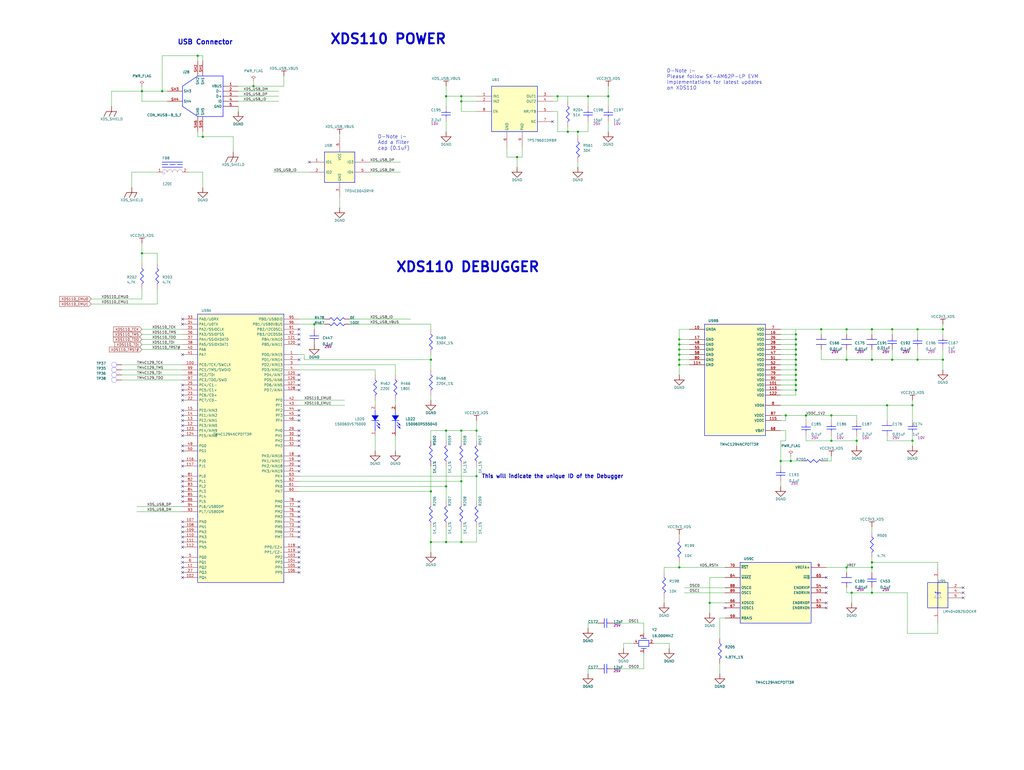
<source format=kicad_sch>
(kicad_sch (version 20231120) (generator "eeschema") (generator_version "8.0")
  (paper "User" 513.08 386.08)
  (junction (at 411.48 165.1))
  (junction (at 424.18 165.1))
  (junction (at 472.44 165.1))
  (junction (at 231.14 50.8))
  (junction (at 71.12 45.72))
  (junction (at 223.52 215.9))
  (junction (at 289.56 66.04))
  (junction (at 340.36 170.18))
  (junction (at 157.48 162.56))
  (junction (at 416.56 220.98))
  (junction (at 101.6 68.58))
  (junction (at 416.56 208.28))
  (junction (at 259.08 78.74))
  (junction (at 459.74 180.34))
  (junction (at 393.7 208.28))
  (junction (at 398.78 185.42))
  (junction (at 231.14 215.9))
  (junction (at 71.12 127))
  (junction (at 355.6 302.26))
  (junction (at 340.36 172.72))
  (junction (at 459.74 165.1))
  (junction (at 457.2 220.98))
  (junction (at 472.44 180.34))
  (junction (at 340.36 180.34))
  (junction (at 340.36 175.26))
  (junction (at 398.78 177.8))
  (junction (at 398.78 170.18))
  (junction (at 99.06 27.94))
  (junction (at 231.14 241.3))
  (junction (at 238.76 238.76))
  (junction (at 223.52 243.84))
  (junction (at 231.14 271.78))
  (junction (at 436.88 284.48))
  (junction (at 398.78 187.96))
  (junction (at 279.4 48.26))
  (junction (at 398.78 182.88))
  (junction (at 447.04 165.1))
  (junction (at 81.28 45.72))
  (junction (at 398.78 167.64))
  (junction (at 304.8 48.26))
  (junction (at 215.9 246.38))
  (junction (at 426.72 297.18))
  (junction (at 340.36 284.48))
  (junction (at 447.04 180.34))
  (junction (at 436.88 281.94))
  (junction (at 398.78 190.5))
  (junction (at 127 43.18))
  (junction (at 403.86 208.28))
  (junction (at 215.9 271.78))
  (junction (at 429.26 220.98))
  (junction (at 436.88 297.18))
  (junction (at 398.78 195.58))
  (junction (at 398.78 180.34))
  (junction (at 231.14 48.26))
  (junction (at 457.2 203.2))
  (junction (at 436.88 165.1))
  (junction (at 284.48 66.04))
  (junction (at 424.18 180.34))
  (junction (at 398.78 172.72))
  (junction (at 294.64 48.26))
  (junction (at 398.78 175.26))
  (junction (at 238.76 215.9))
  (junction (at 215.9 180.34))
  (junction (at 340.36 177.8))
  (junction (at 223.52 271.78))
  (junction (at 444.5 203.2))
  (junction (at 398.78 193.04))
  (junction (at 223.52 48.26))
  (junction (at 436.88 180.34))
  (junction (at 396.24 231.14))
  (junction (at 424.18 284.48))
  (junction (at 340.36 182.88))
  (junction (at 391.16 231.14))
  (no_connect (at 149.86 264.16))
  (no_connect (at 154.94 81.28))
  (no_connect (at 91.44 223.52))
  (no_connect (at 91.44 266.7))
  (no_connect (at 149.86 231.14))
  (no_connect (at 149.86 193.04))
  (no_connect (at 482.6 299.72))
  (no_connect (at 276.86 60.96))
  (no_connect (at 149.86 165.1))
  (no_connect (at 91.44 243.84))
  (no_connect (at 149.86 259.08))
  (no_connect (at 149.86 284.48))
  (no_connect (at 91.44 251.46))
  (no_connect (at 149.86 187.96))
  (no_connect (at 149.86 208.28))
  (no_connect (at 149.86 172.72))
  (no_connect (at 91.44 264.16))
  (no_connect (at 149.86 251.46))
  (no_connect (at 91.44 200.66))
  (no_connect (at 91.44 261.62))
  (no_connect (at 149.86 274.32))
  (no_connect (at 149.86 276.86))
  (no_connect (at 149.86 223.52))
  (no_connect (at 149.86 215.9))
  (no_connect (at 149.86 261.62))
  (no_connect (at 149.86 281.94))
  (no_connect (at 149.86 256.54))
  (no_connect (at 91.44 226.06))
  (no_connect (at 149.86 220.98))
  (no_connect (at 149.86 218.44))
  (no_connect (at 91.44 233.68))
  (no_connect (at 363.22 304.8))
  (no_connect (at 414.02 304.8))
  (no_connect (at 149.86 210.82))
  (no_connect (at 91.44 160.02))
  (no_connect (at 91.44 284.48))
  (no_connect (at 149.86 254))
  (no_connect (at 149.86 279.4))
  (no_connect (at 91.44 289.56))
  (no_connect (at 91.44 269.24))
  (no_connect (at 91.44 287.02))
  (no_connect (at 91.44 210.82))
  (no_connect (at 149.86 180.34))
  (no_connect (at 482.6 297.18))
  (no_connect (at 149.86 190.5))
  (no_connect (at 91.44 218.44))
  (no_connect (at 91.44 241.3))
  (no_connect (at 91.44 208.28))
  (no_connect (at 91.44 205.74))
  (no_connect (at 91.44 238.76))
  (no_connect (at 91.44 246.38))
  (no_connect (at 149.86 167.64))
  (no_connect (at 149.86 205.74))
  (no_connect (at 149.86 195.58))
  (no_connect (at 91.44 281.94))
  (no_connect (at 91.44 177.8))
  (no_connect (at 414.02 297.18))
  (no_connect (at 91.44 279.4))
  (no_connect (at 91.44 213.36))
  (no_connect (at 91.44 195.58))
  (no_connect (at 414.02 289.56))
  (no_connect (at 91.44 248.92))
  (no_connect (at 149.86 233.68))
  (no_connect (at 414.02 294.64))
  (no_connect (at 91.44 162.56))
  (no_connect (at 91.44 274.32))
  (no_connect (at 91.44 198.12))
  (no_connect (at 149.86 228.6))
  (no_connect (at 91.44 215.9))
  (no_connect (at 149.86 287.02))
  (no_connect (at 91.44 231.14))
  (no_connect (at 91.44 271.78))
  (no_connect (at 149.86 236.22))
  (no_connect (at 482.6 294.64))
  (no_connect (at 149.86 266.7))
  (no_connect (at 149.86 170.18))
  (no_connect (at 414.02 302.26))
  (no_connect (at 149.86 269.24))
  (no_connect (at 91.44 193.04))
  (wire (pts (xy 71.12 167.64) (xy 91.44 167.64)))
  (wire (pts (xy 71.12 45.72) (xy 81.28 45.72)))
  (wire (pts (xy 238.76 50.8) (xy 231.14 50.8)))
  (wire (pts (xy 436.88 287.02) (xy 436.88 284.48)))
  (wire (pts (xy 426.72 297.18) (xy 424.18 297.18)))
  (wire (pts (xy 162.56 160.02) (xy 149.86 160.02)))
  (wire (pts (xy 307.34 335.28) (xy 322.58 335.28)))
  (wire (pts (xy 398.78 193.04) (xy 398.78 190.5)))
  (wire (pts (xy 398.78 180.34) (xy 391.16 180.34)))
  (wire (pts (xy 424.18 180.34) (xy 424.18 175.26)))
  (wire (pts (xy 469.9 317.5) (xy 454.66 317.5)))
  (wire (pts (xy 198.12 203.2) (xy 198.12 200.66)))
  (wire (pts (xy 429.26 220.98) (xy 416.56 220.98)))
  (wire (pts (xy 429.26 223.52) (xy 429.26 220.98)))
  (wire (pts (xy 322.58 317.5) (xy 322.58 312.42)))
  (wire (pts (xy 340.36 284.48) (xy 363.22 284.48)))
  (wire (pts (xy 411.48 180.34) (xy 411.48 175.26)))
  (wire (pts (xy 66.04 93.98) (xy 66.04 86.36)))
  (wire (pts (xy 472.44 167.64) (xy 472.44 165.1)))
  (wire (pts (xy 424.18 284.48) (xy 436.88 284.48)))
  (wire (pts (xy 294.64 312.42) (xy 294.64 314.96)))
  (wire (pts (xy 91.44 185.42) (xy 60.96 185.42)))
  (wire (pts (xy 215.9 246.38) (xy 215.9 233.68)))
  (wire (pts (xy 444.5 220.98) (xy 444.5 218.44)))
  (wire (pts (xy 411.48 167.64) (xy 411.48 165.1)))
  (wire (pts (xy 101.6 68.58) (xy 99.06 68.58)))
  (wire (pts (xy 289.56 66.04) (xy 284.48 66.04)))
  (wire (pts (xy 238.76 220.98) (xy 238.76 215.9)))
  (wire (pts (xy 340.36 165.1) (xy 340.36 170.18)))
  (wire (pts (xy 279.4 55.88) (xy 276.86 55.88)))
  (wire (pts (xy 238.76 238.76) (xy 238.76 233.68)))
  (wire (pts (xy 398.78 185.42) (xy 391.16 185.42)))
  (wire (pts (xy 231.14 55.88) (xy 231.14 50.8)))
  (wire (pts (xy 142.24 43.18) (xy 142.24 38.1)))
  (wire (pts (xy 261.62 73.66) (xy 261.62 78.74)))
  (wire (pts (xy 116.84 68.58) (xy 101.6 68.58)))
  (wire (pts (xy 398.78 198.12) (xy 398.78 195.58)))
  (wire (pts (xy 391.16 243.84) (xy 391.16 241.3)))
  (wire (pts (xy 231.14 241.3) (xy 149.86 241.3)))
  (wire (pts (xy 398.78 193.04) (xy 391.16 193.04)))
  (wire (pts (xy 294.64 66.04) (xy 289.56 66.04)))
  (wire (pts (xy 411.48 165.1) (xy 424.18 165.1)))
  (wire (pts (xy 345.44 182.88) (xy 340.36 182.88)))
  (wire (pts (xy 71.12 170.18) (xy 91.44 170.18)))
  (wire (pts (xy 363.22 297.18) (xy 342.9 297.18)))
  (wire (pts (xy 279.4 48.26) (xy 284.48 48.26)))
  (wire (pts (xy 454.66 317.5) (xy 454.66 297.18)))
  (wire (pts (xy 363.22 294.64) (xy 342.9 294.64)))
  (wire (pts (xy 119.38 48.26) (xy 139.7 48.26)))
  (wire (pts (xy 223.52 243.84) (xy 149.86 243.84)))
  (wire (pts (xy 312.42 322.58) (xy 317.5 322.58)))
  (wire (pts (xy 360.68 320.04) (xy 360.68 309.88)))
  (wire (pts (xy 99.06 27.94) (xy 81.28 27.94)))
  (wire (pts (xy 436.88 281.94) (xy 436.88 279.4)))
  (wire (pts (xy 444.5 210.82) (xy 444.5 203.2)))
  (wire (pts (xy 149.86 177.8) (xy 152.4 177.8)))
  (wire (pts (xy 81.28 27.94) (xy 81.28 45.72)))
  (wire (pts (xy 198.12 187.96) (xy 198.12 182.88)))
  (wire (pts (xy 345.44 180.34) (xy 340.36 180.34)))
  (wire (pts (xy 332.74 302.26) (xy 332.74 299.72)))
  (wire (pts (xy 403.86 220.98) (xy 403.86 218.44)))
  (wire (pts (xy 152.4 180.34) (xy 152.4 177.8)))
  (wire (pts (xy 391.16 220.98) (xy 391.16 231.14)))
  (wire (pts (xy 429.26 220.98) (xy 429.26 218.44)))
  (wire (pts (xy 322.58 312.42) (xy 307.34 312.42)))
  (wire (pts (xy 215.9 251.46) (xy 215.9 246.38)))
  (wire (pts (xy 345.44 170.18) (xy 340.36 170.18)))
  (wire (pts (xy 127 40.64) (xy 127 43.18)))
  (wire (pts (xy 101.6 27.94) (xy 99.06 27.94)))
  (wire (pts (xy 398.78 172.72) (xy 398.78 170.18)))
  (wire (pts (xy 119.38 43.18) (xy 127 43.18)))
  (wire (pts (xy 200.66 86.36) (xy 185.42 86.36)))
  (wire (pts (xy 91.44 254) (xy 68.58 254)))
  (wire (pts (xy 71.12 43.18) (xy 71.12 45.72)))
  (wire (pts (xy 78.74 132.08) (xy 78.74 127)))
  (wire (pts (xy 116.84 76.2) (xy 116.84 68.58)))
  (wire (pts (xy 91.44 187.96) (xy 60.96 187.96)))
  (wire (pts (xy 398.78 172.72) (xy 391.16 172.72)))
  (wire (pts (xy 223.52 48.26) (xy 223.52 43.18)))
  (wire (pts (xy 45.72 149.86) (xy 71.12 149.86)))
  (wire (pts (xy 398.78 165.1) (xy 411.48 165.1)))
  (wire (pts (xy 459.74 167.64) (xy 459.74 165.1)))
  (wire (pts (xy 436.88 180.34) (xy 424.18 180.34)))
  (wire (pts (xy 231.14 215.9) (xy 238.76 215.9)))
  (wire (pts (xy 223.52 48.26) (xy 231.14 48.26)))
  (wire (pts (xy 101.6 30.48) (xy 101.6 27.94)))
  (wire (pts (xy 91.44 256.54) (xy 68.58 256.54)))
  (wire (pts (xy 472.44 165.1) (xy 472.44 162.56)))
  (wire (pts (xy 393.7 210.82) (xy 393.7 208.28)))
  (wire (pts (xy 231.14 271.78) (xy 238.76 271.78)))
  (wire (pts (xy 447.04 165.1) (xy 459.74 165.1)))
  (wire (pts (xy 289.56 68.58) (xy 289.56 66.04)))
  (wire (pts (xy 340.36 177.8) (xy 340.36 175.26)))
  (wire (pts (xy 215.9 180.34) (xy 152.4 180.34)))
  (wire (pts (xy 469.9 284.48) (xy 469.9 281.94)))
  (wire (pts (xy 127 43.18) (xy 142.24 43.18)))
  (wire (pts (xy 149.86 162.56) (xy 157.48 162.56)))
  (wire (pts (xy 340.36 267.97) (xy 340.36 269.24)))
  (wire (pts (xy 340.36 182.88) (xy 340.36 180.34)))
  (wire (pts (xy 398.78 165.1) (xy 391.16 165.1)))
  (wire (pts (xy 363.22 289.56) (xy 355.6 289.56)))
  (wire (pts (xy 215.9 200.66) (xy 215.9 198.12)))
  (wire (pts (xy 355.6 289.56) (xy 355.6 302.26)))
  (wire (pts (xy 215.9 215.9) (xy 223.52 215.9)))
  (wire (pts (xy 472.44 185.42) (xy 472.44 180.34)))
  (wire (pts (xy 391.16 198.12) (xy 398.78 198.12)))
  (wire (pts (xy 345.44 172.72) (xy 340.36 172.72)))
  (wire (pts (xy 340.36 175.26) (xy 345.44 175.26)))
  (wire (pts (xy 469.9 281.94) (xy 436.88 281.94)))
  (wire (pts (xy 393.7 208.28) (xy 403.86 208.28)))
  (wire (pts (xy 416.56 231.14) (xy 414.02 231.14)))
  (wire (pts (xy 424.18 180.34) (xy 411.48 180.34)))
  (wire (pts (xy 170.18 67.31) (xy 170.18 68.58)))
  (wire (pts (xy 436.88 297.18) (xy 426.72 297.18)))
  (wire (pts (xy 223.52 271.78) (xy 223.52 264.16)))
  (wire (pts (xy 55.88 45.72) (xy 71.12 45.72)))
  (wire (pts (xy 294.64 335.28) (xy 294.64 337.82)))
  (wire (pts (xy 360.68 309.88) (xy 363.22 309.88)))
  (wire (pts (xy 223.52 53.34) (xy 223.52 48.26)))
  (wire (pts (xy 340.36 284.48) (xy 340.36 281.94)))
  (wire (pts (xy 215.9 271.78) (xy 215.9 264.16)))
  (wire (pts (xy 71.12 50.8) (xy 71.12 45.72)))
  (wire (pts (xy 447.04 180.34) (xy 447.04 175.26)))
  (wire (pts (xy 436.88 266.7) (xy 436.88 264.16)))
  (wire (pts (xy 289.56 83.82) (xy 289.56 81.28)))
  (wire (pts (xy 231.14 251.46) (xy 231.14 241.3)))
  (wire (pts (xy 355.6 302.26) (xy 355.6 307.34)))
  (wire (pts (xy 398.78 175.26) (xy 391.16 175.26)))
  (wire (pts (xy 119.38 45.72) (xy 139.7 45.72)))
  (wire (pts (xy 99.06 27.94) (xy 99.06 30.48)))
  (wire (pts (xy 154.94 86.36) (xy 137.16 86.36)))
  (wire (pts (xy 398.78 190.5) (xy 398.78 187.96)))
  (wire (pts (xy 231.14 50.8) (xy 231.14 48.26)))
  (wire (pts (xy 238.76 55.88) (xy 231.14 55.88)))
  (wire (pts (xy 398.78 187.96) (xy 398.78 185.42)))
  (wire (pts (xy 71.12 172.72) (xy 91.44 172.72)))
  (wire (pts (xy 391.16 208.28) (xy 393.7 208.28)))
  (wire (pts (xy 254 78.74) (xy 254 73.66)))
  (wire (pts (xy 223.52 243.84) (xy 223.52 233.68)))
  (wire (pts (xy 231.14 241.3) (xy 231.14 233.68)))
  (wire (pts (xy 157.48 165.1) (xy 157.48 162.56)))
  (wire (pts (xy 403.86 208.28) (xy 416.56 208.28)))
  (wire (pts (xy 396.24 231.14) (xy 391.16 231.14)))
  (wire (pts (xy 238.76 215.9) (xy 238.76 210.82)))
  (wire (pts (xy 436.88 297.18) (xy 436.88 294.64)))
  (wire (pts (xy 276.86 48.26) (xy 279.4 48.26)))
  (wire (pts (xy 83.82 50.8) (xy 71.12 50.8)))
  (wire (pts (xy 299.72 312.42) (xy 294.64 312.42)))
  (wire (pts (xy 335.28 325.12) (xy 335.28 322.58)))
  (wire (pts (xy 223.52 66.04) (xy 223.52 60.96)))
  (wire (pts (xy 78.74 152.4) (xy 78.74 144.78)))
  (wire (pts (xy 238.76 251.46) (xy 238.76 238.76)))
  (wire (pts (xy 119.38 53.34) (xy 119.38 55.88)))
  (wire (pts (xy 187.96 226.06) (xy 187.96 218.44)))
  (wire (pts (xy 398.78 190.5) (xy 391.16 190.5)))
  (wire (pts (xy 457.2 220.98) (xy 444.5 220.98)))
  (wire (pts (xy 416.56 228.6) (xy 416.56 231.14)))
  (wire (pts (xy 299.72 335.28) (xy 294.64 335.28)))
  (wire (pts (xy 416.56 220.98) (xy 403.86 220.98)))
  (wire (pts (xy 223.52 215.9) (xy 231.14 215.9)))
  (wire (pts (xy 71.12 132.08) (xy 71.12 127)))
  (wire (pts (xy 223.52 271.78) (xy 231.14 271.78)))
  (wire (pts (xy 312.42 325.12) (xy 312.42 322.58)))
  (wire (pts (xy 91.44 190.5) (xy 60.96 190.5)))
  (wire (pts (xy 414.02 284.48) (xy 424.18 284.48)))
  (wire (pts (xy 454.66 297.18) (xy 436.88 297.18)))
  (wire (pts (xy 424.18 297.18) (xy 424.18 294.64)))
  (wire (pts (xy 436.88 165.1) (xy 447.04 165.1)))
  (wire (pts (xy 459.74 165.1) (xy 472.44 165.1)))
  (wire (pts (xy 332.74 287.02) (xy 332.74 284.48)))
  (wire (pts (xy 391.16 203.2) (xy 444.5 203.2)))
  (wire (pts (xy 215.9 185.42) (xy 215.9 180.34)))
  (wire (pts (xy 215.9 180.34) (xy 215.9 177.8)))
  (wire (pts (xy 332.74 284.48) (xy 340.36 284.48)))
  (wire (pts (xy 91.44 182.88) (xy 60.96 182.88)))
  (wire (pts (xy 340.36 187.96) (xy 340.36 182.88)))
  (wire (pts (xy 391.16 233.68) (xy 391.16 231.14)))
  (wire (pts (xy 101.6 86.36) (xy 93.98 86.36)))
  (wire (pts (xy 457.2 203.2) (xy 457.2 200.66)))
  (wire (pts (xy 231.14 220.98) (xy 231.14 215.9)))
  (wire (pts (xy 304.8 66.04) (xy 304.8 60.96)))
  (wire (pts (xy 215.9 220.98) (xy 215.9 215.9)))
  (wire (pts (xy 424.18 167.64) (xy 424.18 165.1)))
  (wire (pts (xy 398.78 187.96) (xy 391.16 187.96)))
  (wire (pts (xy 457.2 210.82) (xy 457.2 203.2)))
  (wire (pts (xy 391.16 215.9) (xy 393.7 215.9)))
  (wire (pts (xy 398.78 195.58) (xy 398.78 193.04)))
  (wire (pts (xy 304.8 48.26) (xy 304.8 43.18)))
  (wire (pts (xy 398.78 195.58) (xy 391.16 195.58)))
  (wire (pts (xy 294.64 60.96) (xy 294.64 66.04)))
  (wire (pts (xy 401.32 231.14) (xy 396.24 231.14)))
  (wire (pts (xy 447.04 167.64) (xy 447.04 165.1)))
  (wire (pts (xy 447.04 180.34) (xy 436.88 180.34)))
  (wire (pts (xy 398.78 180.34) (xy 398.78 177.8)))
  (wire (pts (xy 119.38 50.8) (xy 139.7 50.8)))
  (wire (pts (xy 71.12 175.26) (xy 91.44 175.26)))
  (wire (pts (xy 187.96 200.66) (xy 187.96 203.2)))
  (wire (pts (xy 215.9 271.78) (xy 223.52 271.78)))
  (wire (pts (xy 71.12 127) (xy 71.12 121.92)))
  (wire (pts (xy 294.64 48.26) (xy 304.8 48.26)))
  (wire (pts (xy 340.36 172.72) (xy 340.36 175.26)))
  (wire (pts (xy 416.56 220.98) (xy 416.56 218.44)))
  (wire (pts (xy 157.48 162.56) (xy 162.56 162.56)))
  (wire (pts (xy 398.78 170.18) (xy 398.78 167.64)))
  (wire (pts (xy 205.74 160.02) (xy 175.26 160.02)))
  (wire (pts (xy 335.28 322.58) (xy 327.66 322.58)))
  (wire (pts (xy 198.12 226.06) (xy 198.12 218.44)))
  (wire (pts (xy 444.5 203.2) (xy 457.2 203.2)))
  (wire (pts (xy 170.18 104.14) (xy 170.18 99.06)))
  (wire (pts (xy 259.08 78.74) (xy 254 78.74)))
  (wire (pts (xy 81.28 45.72) (xy 83.82 45.72)))
  (wire (pts (xy 340.36 170.18) (xy 340.36 172.72)))
  (wire (pts (xy 215.9 246.38) (xy 149.86 246.38)))
  (wire (pts (xy 187.96 185.42) (xy 149.86 185.42)))
  (wire (pts (xy 231.14 48.26) (xy 238.76 48.26)))
  (wire (pts (xy 215.9 162.56) (xy 175.26 162.56)))
  (wire (pts (xy 398.78 177.8) (xy 398.78 175.26)))
  (wire (pts (xy 436.88 180.34) (xy 436.88 175.26)))
  (wire (pts (xy 99.06 68.58) (xy 99.06 66.04)))
  (wire (pts (xy 223.52 251.46) (xy 223.52 243.84)))
  (wire (pts (xy 472.44 180.34) (xy 472.44 175.26)))
  (wire (pts (xy 231.14 271.78) (xy 231.14 264.16)))
  (wire (pts (xy 398.78 182.88) (xy 391.16 182.88)))
  (wire (pts (xy 45.72 152.4) (xy 78.74 152.4)))
  (wire (pts (xy 223.52 220.98) (xy 223.52 215.9)))
  (wire (pts (xy 459.74 180.34) (xy 447.04 180.34)))
  (wire (pts (xy 279.4 66.04) (xy 279.4 55.88)))
  (wire (pts (xy 238.76 271.78) (xy 238.76 264.16)))
  (wire (pts (xy 436.88 284.48) (xy 436.88 281.94)))
  (wire (pts (xy 322.58 335.28) (xy 322.58 327.66)))
  (wire (pts (xy 261.62 78.74) (xy 259.08 78.74)))
  (wire (pts (xy 459.74 180.34) (xy 459.74 175.26)))
  (wire (pts (xy 172.72 203.2) (xy 149.86 203.2)))
  (wire (pts (xy 215.9 165.1) (xy 215.9 162.56)))
  (wire (pts (xy 393.7 215.9) (xy 393.7 220.98)))
  (wire (pts (xy 424.18 287.02) (xy 424.18 284.48)))
  (wire (pts (xy 198.12 182.88) (xy 149.86 182.88)))
  (wire (pts (xy 172.72 200.66) (xy 149.86 200.66)))
  (wire (pts (xy 363.22 302.26) (xy 355.6 302.26)))
  (wire (pts (xy 215.9 276.86) (xy 215.9 271.78)))
  (wire (pts (xy 457.2 223.52) (xy 457.2 220.98)))
  (wire (pts (xy 391.16 210.82) (xy 393.7 210.82)))
  (wire (pts (xy 429.26 208.28) (xy 416.56 208.28)))
  (wire (pts (xy 436.88 167.64) (xy 436.88 165.1)))
  (wire (pts (xy 403.86 210.82) (xy 403.86 208.28)))
  (wire (pts (xy 398.78 175.26) (xy 398.78 172.72)))
  (wire (pts (xy 424.18 165.1) (xy 436.88 165.1)))
  (wire (pts (xy 469.9 312.42) (xy 469.9 317.5)))
  (wire (pts (xy 66.04 86.36) (xy 78.74 86.36)))
  (wire (pts (xy 429.26 210.82) (xy 429.26 208.28)))
  (wire (pts (xy 304.8 53.34) (xy 304.8 48.26)))
  (wire (pts (xy 284.48 50.8) (xy 284.48 48.26)))
  (wire (pts (xy 276.86 50.8) (xy 279.4 50.8)))
  (wire (pts (xy 340.36 180.34) (xy 340.36 177.8)))
  (wire (pts (xy 78.74 127) (xy 71.12 127)))
  (wire (pts (xy 398.78 167.64) (xy 398.78 165.1)))
  (wire (pts (xy 360.68 337.82) (xy 360.68 332.74)))
  (wire (pts (xy 345.44 177.8) (xy 340.36 177.8)))
  (wire (pts (xy 294.64 53.34) (xy 294.64 48.26)))
  (wire (pts (xy 71.12 165.1) (xy 91.44 165.1)))
  (wire (pts (xy 101.6 66.04) (xy 101.6 68.58)))
  (wire (pts (xy 398.78 177.8) (xy 391.16 177.8)))
  (wire (pts (xy 284.48 66.04) (xy 279.4 66.04)))
  (wire (pts (xy 55.88 53.34) (xy 55.88 45.72)))
  (wire (pts (xy 457.2 220.98) (xy 457.2 218.44)))
  (wire (pts (xy 398.78 170.18) (xy 391.16 170.18)))
  (wire (pts (xy 398.78 182.88) (xy 398.78 180.34)))
  (wire (pts (xy 101.6 93.98) (xy 101.6 86.36)))
  (wire (pts (xy 426.72 302.26) (xy 426.72 297.18)))
  (wire (pts (xy 345.44 165.1) (xy 340.36 165.1)))
  (wire (pts (xy 398.78 185.42) (xy 398.78 182.88)))
  (wire (pts (xy 279.4 50.8) (xy 279.4 48.26)))
  (wire (pts (xy 238.76 238.76) (xy 149.86 238.76)))
  (wire (pts (xy 472.44 180.34) (xy 459.74 180.34)))
  (wire (pts (xy 284.48 48.26) (xy 294.64 48.26)))
  (wire (pts (xy 393.7 220.98) (xy 391.16 220.98)))
  (wire (pts (xy 396.24 228.6) (xy 396.24 231.14)))
  (wire (pts (xy 187.96 187.96) (xy 187.96 185.42)))
  (wire (pts (xy 259.08 83.82) (xy 259.08 78.74)))
  (wire (pts (xy 416.56 208.28) (xy 416.56 210.82)))
  (wire (pts (xy 71.12 149.86) (xy 71.12 144.78)))
  (wire (pts (xy 200.66 81.28) (xy 185.42 81.28)))
  (wire (pts (xy 284.48 66.04) (xy 284.48 63.5)))
  (wire (pts (xy 398.78 167.64) (xy 391.16 167.64)))
  (text_box "D-Note :-\nAdd a filter\ncap (0.1uF)" (at 213.36 76.708 0) (size -25.4 -10.668) (stroke (width -0.0001) (color 0 0 0 1)) (effects (font (size 1.778 1.778)) (justify left top)))
  (text_box "D-Note :-\nPlease follow SK-AM62P-LP EVM\nimplementations for latest updates\non XDS110" (at 402.844 47.244 0) (size -70.104 -14.224) (stroke (width -0.0001) (color 0 0 0 1)) (effects (font (size 1.778 1.778)) (justify left top)))
  (text "XDS110 DEBUGGER" (at 198.12 136.906 0) (effects (font (size 4.953 4.953) (bold yes)) (justify left bottom)))
  (text "USB Connector" (at 88.9 22.606 0) (effects (font (size 2.413 2.413) (bold yes)) (justify left bottom)))
  (text "XDS110 POWER" (at 165.1 22.606 0) (effects (font (size 4.953 4.953) (bold yes)) (justify left bottom)))
  (text "This will indicate the unique ID of the Debugger" (at 241.3 240.03 0) (effects (font (size 1.905 1.905) (bold yes)) (justify left bottom)))
  (label "XDS_USB_VBUS" (at 185.42 162.56 0))
  (label "XDS_USB_ID" (at 121.92 50.8 0))
  (label "XDS110_TDO" (at 76.2 170.18 0))
  (label "OSC0" (at 345.44 294.64 0))
  (label "TM4C129_TDI" (at 68.58 187.96 0))
  (label "XDS_USB_DP" (at 185.42 81.28 0))
  (label "XDS110_TDI" (at 76.2 172.72 0))
  (label "XDS110_EMU0" (at 50.8 149.86 0))
  (label "XDS110_TRST#" (at 76.2 175.26 0))
  (label "XDS_USB_DM" (at 121.92 45.72 0))
  (label "XDS_RSTn" (at 350.52 284.48 0))
  (label "XDS110_TMS" (at 76.2 167.64 0))
  (label "XDS110_EMU1" (at 152.4 203.2 0))
  (label "XDS_USB_ID" (at 137.16 86.36 0))
  (label "OSC1" (at 314.96 312.42 0))
  (label "OSC0" (at 314.96 335.28 0))
  (label "XDS110_TCK" (at 76.2 165.1 0))
  (label "OSC1" (at 345.44 297.18 0))
  (label "XDS_USB_DP" (at 73.66 254 0))
  (label "XDS_USB_DM" (at 73.66 256.54 0))
  (label "XDS110_EMU0" (at 152.4 200.66 0))
  (label "VDDC_1V2" (at 403.86 208.28 0))
  (label "VREF" (at 424.18 284.48 0))
  (label "XDS_USB_ID" (at 185.42 160.02 0))
  (label "TM4C129_TCK" (at 68.58 182.88 0))
  (label "XDS_USB_DP" (at 121.92 48.26 0))
  (label "TM4C129_TDO" (at 68.58 190.5 0))
  (label "XDS110_EMU1" (at 50.8 152.4 0))
  (label "TM4C129_TMS" (at 68.58 185.42 0))
  (label "XDS_USB_DM" (at 185.42 86.36 0))
  (global_label "XDS110_EMU0" (shape input) (at 45.72 149.86 180) (property "Intersheetrefs" "${INTERSHEET_REFS}" (effects (hide yes))))
  (global_label "XDS110_TCK" (shape input) (at 71.12 165.1 180) (property "Intersheetrefs" "${INTERSHEET_REFS}" (effects (hide yes))))
  (global_label "XDS110_TMS" (shape input) (at 71.12 167.64 180) (property "Intersheetrefs" "${INTERSHEET_REFS}" (effects (hide yes))))
  (global_label "XDS110_TDI" (shape input) (at 71.12 172.72 180) (property "Intersheetrefs" "${INTERSHEET_REFS}" (effects (hide yes))))
  (global_label "XDS110_EMU1" (shape input) (at 45.72 152.4 180) (property "Intersheetrefs" "${INTERSHEET_REFS}" (effects (hide yes))))
  (global_label "XDS110_TDO" (shape input) (at 71.12 170.18 180) (property "Intersheetrefs" "${INTERSHEET_REFS}" (effects (hide yes))))
  (global_label "XDS110_TRST#" (shape input) (at 71.12 175.26 180) (property "Intersheetrefs" "${INTERSHEET_REFS}" (effects (hide yes))))
  (symbol (lib_id "22-altium-import:root_0_CAP_Dup2") (at 421.64 170.18 0) (unit 1)
    (property "Reference" "C175" (at 428.244 172.72 0) (effects (justify left bottom)))
    (property "Value" "0.01uF" (at 428.244 175.768 0) (effects (justify left bottom)))
    (property "Footprint" "CAP0402N" (effects (hide yes)))
    (property "Description" "CAP CERAMIC 0.01uF 25V 10% X7R 0402" (effects (hide yes)))
    (property "PCB FOOTPRINT" "CAP0402_0-75" (effects (hide yes)))
    (property "LIBRARY REF" "CAP" (effects (hide yes)))
    (property "MISTRAL PART NO" "120011090040-R" (effects (hide yes)))
    (property "PROJECT" "AM64x_EVM_BRD" (effects (hide yes)))
    (property "MFR_NAME" "WURTH ELECTRONICS" (effects (hide yes)))
    (property "MFR_PART_NUMBER" "885012205050" (effects (hide yes)))
    (property "PART_TYPE" "CAPACITOR~{S}CERAMIC" (effects (hide yes)))
    (property "TOLERANCE" "10%" (effects (hide yes)))
    (property "VOLTAGE" "25V" (at 429.26 177.038 0) (effects (justify left bottom)))
    (property "PACKAGE" "0402" (effects (hide yes)))
    (property "DISTRIBUTOR_NAME" "DIGIKEY" (effects (hide yes)))
    (property "DISTRIBUTOR_PART_NUMBER" "732-7545-1-ND" (effects (hide yes)))
    (property "HEIGHT" "0.55MM" (effects (hide yes)))
    (property "DATASHEET" "Y~{:}MIS_DATABAS~{E}DATASHEET~{S}CAPACITOR~{S}885012205050.PDF" (effects (hide yes)))
    (property "CRTD /DATE" "ALVY/170820" (effects (hide yes)))
    (property "CHKD/DATE" "MANIRAJA/170820" (effects (hide yes)))
    (property "CUSTOMS_HS_CODE" "85322990" (effects (hide yes)))
    (property "CUSTOM_DUTY" "15%" (effects (hide yes)))
    (property "WATTAGE" "NA" (effects (hide yes)))
    (property "WEIGHT" "0.65mg" (effects (hide yes)))
    (property "TEMPERATURE" "-55癈+125癈" (effects (hide yes)))
    (property "MECHANICAL 3D STEP FILE" "CAP0402_0-75" (effects (hide yes)))
    (property "FOOTPRINT REF" "CAP0402_0-75" (effects (hide yes)))
    (property "LIBRARY PATH" "Y~{:}MIS_DATABAS~{E}Librar~{y}ALTIUM_TOO~{L}SCHEMATICS_PART~{S}MS_DISCRETE_Library.schlib" (effects (hide yes)))
    (property "FOOTPRINT PATH" "Y~{:}MIS_DATABAS~{E}Librar~{y}ALTIUM_TOO~{L}PCB_FOOTPRINT~{S}Altium_Footprint_Lib.PcbLib" (effects (hide yes)))
  )
  (symbol (lib_id "22-altium-import:root_0_CAP_Dup3") (at 469.9 170.18 0) (unit 1)
    (property "Reference" "C167" (at 474.98 172.72 0) (effects (justify left bottom)))
    (property "Value" "1uF" (at 474.98 175.26 0) (effects (justify left bottom)))
    (property "Footprint" "CAP0402_0-75" (effects (hide yes)))
    (property "Description" "CAP CERAMIC 1uF 10V 20% X5R 0402" (effects (hide yes)))
    (property "PCB FOOTPRINT" "CAP0402_0-75" (effects (hide yes)))
    (property "FOOTPRINT REF" "CAP0402_0-75" (effects (hide yes)))
    (property "LIBRARY REF" "CAP" (effects (hide yes)))
    (property "FOOTPRINT PATH" "Y~{:}MIS_DATABAS~{E}Librar~{y}ALTIUM_TOO~{L}PCB_FOOTPRINT~{S}Altium_Footprint_Lib.PcbLib" (effects (hide yes)))
    (property "LIBRARY PATH" "Y~{:}MIS_DATABAS~{E}Librar~{y}ALTIUM_TOO~{L}SCHEMATICS_PART~{S}MS_DISCRETE_Library.schlib" (effects (hide yes)))
    (property "MECHANICAL 3D STEP FILE" "CAP0402_0-75" (effects (hide yes)))
    (property "WATTAGE" "NA" (effects (hide yes)))
    (property "CUSTOM_DUTY" "15%" (effects (hide yes)))
    (property "CUSTOMS_HS_CODE" "85322990" (effects (hide yes)))
    (property "CHKD/DATE" "MANIRAJA/210820" (effects (hide yes)))
    (property "CRTD /DATE" "ALVY/190820" (effects (hide yes)))
    (property "DATASHEET" "Y~{:}MIS_DATABAS~{E}DATASHEET~{S}CAPACITOR~{S}885012105012.PDF" (effects (hide yes)))
    (property "TEMPERATURE" "-55癈+85癈" (effects (hide yes)))
    (property "WEIGHT" "0.65mg" (effects (hide yes)))
    (property "HEIGHT" "0.55MM" (effects (hide yes)))
    (property "DISTRIBUTOR_PART_NUMBER" "732-7489-1-ND" (effects (hide yes)))
    (property "DISTRIBUTOR_NAME" "DIGIKEY" (effects (hide yes)))
    (property "PACKAGE" "0402" (effects (hide yes)))
    (property "VOLTAGE" "10V" (at 474.98 177.038 0) (effects (justify left bottom)))
    (property "TOLERANCE" "20%" (effects (hide yes)))
    (property "PART_TYPE" "CAPACITOR~{S}CERAMIC" (effects (hide yes)))
    (property "MFR_PART_NUMBER" "885012105012" (effects (hide yes)))
    (property "MFR_NAME" "WURTH ELECTRONICS" (effects (hide yes)))
    (property "PROJECT" "AM64x_EVM_BRD" (effects (hide yes)))
    (property "MISTRAL PART NO" "120020080009-R" (effects (hide yes)))
  )
  (symbol (lib_id "22-altium-import:XDS_SHIELD_EARTH") (at 66.04 93.98 0) (unit 1)
    (property "Reference" "#PWR?" (effects (hide yes)))
    (property "Value" "XDS_SHIELD" (at 66.04 100.33 0))
  )
  (symbol (lib_id "22-altium-import:root_1_LM4040B25IDCKR_SC70-5") (at 464.82 304.8 0) (unit 1)
    (property "Reference" "U95" (at 469.9 292.1 0) (effects (justify left bottom)))
    (property "Value" "LM4040B25IDCKR" (at 472.44 307.34 0) (effects (justify left bottom)))
    (property "Footprint" "SC70-5_1-1" (effects (hide yes)))
    (property "Description" "IC PRECISION MICROPOWER SHUNT VOLTAGE REFERENCE SC70-5" (effects (hide yes)))
    (property "PCB FOOTPRINT" "SC70-5_1-1" (effects (hide yes)))
    (property "MECHANICAL 3D STEP FILE" "SC70-5_1-1" (effects (hide yes)))
    (property "CUSTOM_DUTY" "15%" (effects (hide yes)))
    (property "CUSTOMS_HS_CODE" "85423100" (effects (hide yes)))
    (property "CHKD/DATE" "MANIRAJA/230817" (effects (hide yes)))
    (property "CRTD /DATE" "MANIRAJA/230817" (effects (hide yes)))
    (property "DATASHEET" "Y~{:}MIS_DATABAS~{E}DATASHEET~{S}IC~{S}POWE~{R}LM4040B25I.PDF" (effects (hide yes)))
    (property "TEMPERATURE" "-40癈+85癈" (effects (hide yes)))
    (property "WEIGHT" "30mg" (effects (hide yes)))
    (property "HEIGHT" "1.10MM" (effects (hide yes)))
    (property "DISTRIBUTOR_PART_NUMBER" "296-20873-1-ND" (effects (hide yes)))
    (property "DISTRIBUTOR_NAME" "DIGIKEY" (effects (hide yes)))
    (property "PACKAGE" "SC70-5" (effects (hide yes)))
    (property "WATTAGE" "NA" (effects (hide yes)))
    (property "VOLTAGE" "NA" (effects (hide yes)))
    (property "TOLERANCE" "NA" (effects (hide yes)))
    (property "PART_TYPE" "IC~{S}POWE~{R}VOLTAGE REGULATOR" (effects (hide yes)))
    (property "MFR_PART_NUMBER" "LM4040B25IDCKR" (effects (hide yes)))
    (property "MFR_NAME" "TEXAS INSTRUMENTS" (effects (hide yes)))
    (property "PROJECT" "TI_MAXIE_CPB" (effects (hide yes)))
    (property "MISTRAL PART NO" "142017080015-R" (effects (hide yes)))
    (property "LIBRARY REF" "LM4040B25IDCKR_SC70-5" (effects (hide yes)))
  )
  (symbol (lib_id "22-altium-import:root_0_CAP_Dup3") (at 302.26 55.88 0) (unit 1)
    (property "Reference" "C197" (at 307.34 55.88 0) (effects (justify left bottom)))
    (property "Value" "1uF" (at 307.34 60.96 0) (effects (justify left bottom)))
    (property "Footprint" "CAP0402_0-75" (effects (hide yes)))
    (property "Description" "CAP CERAMIC 1uF 10V 20% X5R 0402" (effects (hide yes)))
    (property "PCB FOOTPRINT" "CAP0402_0-75" (effects (hide yes)))
    (property "FOOTPRINT REF" "CAP0402_0-75" (effects (hide yes)))
    (property "LIBRARY REF" "CAP" (effects (hide yes)))
    (property "FOOTPRINT PATH" "Y~{:}MIS_DATABAS~{E}Librar~{y}ALTIUM_TOO~{L}PCB_FOOTPRINT~{S}Altium_Footprint_Lib.PcbLib" (effects (hide yes)))
    (property "LIBRARY PATH" "Y~{:}MIS_DATABAS~{E}Librar~{y}ALTIUM_TOO~{L}SCHEMATICS_PART~{S}MS_DISCRETE_Library.schlib" (effects (hide yes)))
    (property "MECHANICAL 3D STEP FILE" "CAP0402_0-75" (effects (hide yes)))
    (property "WATTAGE" "NA" (effects (hide yes)))
    (property "MISTRAL PART NO" "120020080009-R" (effects (hide yes)))
    (property "PROJECT" "AM64x_EVM_BRD" (effects (hide yes)))
    (property "MFR_NAME" "WURTH ELECTRONICS" (effects (hide yes)))
    (property "MFR_PART_NUMBER" "885012105012" (effects (hide yes)))
    (property "PART_TYPE" "CAPACITOR~{S}CERAMIC" (effects (hide yes)))
    (property "TOLERANCE" "20%" (effects (hide yes)))
    (property "VOLTAGE" "10V" (at 307.34 62.738 0) (effects (justify left bottom)))
    (property "PACKAGE" "0402" (effects (hide yes)))
    (property "DISTRIBUTOR_NAME" "DIGIKEY" (effects (hide yes)))
    (property "DISTRIBUTOR_PART_NUMBER" "732-7489-1-ND" (effects (hide yes)))
    (property "HEIGHT" "0.55MM" (effects (hide yes)))
    (property "WEIGHT" "0.65mg" (effects (hide yes)))
    (property "TEMPERATURE" "-55癈+85癈" (effects (hide yes)))
    (property "DATASHEET" "Y~{:}MIS_DATABAS~{E}DATASHEET~{S}CAPACITOR~{S}885012105012.PDF" (effects (hide yes)))
    (property "CRTD /DATE" "ALVY/190820" (effects (hide yes)))
    (property "CHKD/DATE" "MANIRAJA/210820" (effects (hide yes)))
    (property "CUSTOMS_HS_CODE" "85322990" (effects (hide yes)))
    (property "CUSTOM_DUTY" "15%" (effects (hide yes)))
  )
  (symbol (lib_id "22-altium-import:root_0_CAP_Dup3") (at 292.1 55.88 0) (unit 1)
    (property "Reference" "C198" (at 297.18 55.88 0) (effects (justify left bottom)))
    (property "Value" "15pF" (at 297.18 60.96 0) (effects (justify left bottom)))
    (property "Footprint" "CAP0402_0-75" (effects (hide yes)))
    (property "Description" "CAP CERAMIC 15pF 25V 5% C0G(NP0) 0402" (effects (hide yes)))
    (property "PCB FOOTPRINT" "CAP0402_0-75" (effects (hide yes)))
    (property "LIBRARY REF" "CAP" (effects (hide yes)))
    (property "MECHANICAL 3D STEP FILE" "CAP0402_0-75" (effects (hide yes)))
    (property "CUSTOM_DUTY" "15%" (effects (hide yes)))
    (property "CUSTOMS_HS_CODE" "85322990" (effects (hide yes)))
    (property "CHKD/DATE" "MANIRAJA/170820" (effects (hide yes)))
    (property "CRTD /DATE" "ALVY/170820" (effects (hide yes)))
    (property "DATASHEET" "Y~{:}MIS_DATABAS~{E}DATASHEET~{S}CAPACITOR~{S}885012005041.PDF" (effects (hide yes)))
    (property "TEMPERATURE" "-55癈+125癈" (effects (hide yes)))
    (property "WEIGHT" "0.65mg" (effects (hide yes)))
    (property "HEIGHT" "0.55MM" (effects (hide yes)))
    (property "DISTRIBUTOR_PART_NUMBER" "732-7456-1-ND" (effects (hide yes)))
    (property "DISTRIBUTOR_NAME" "DIGIKEY" (effects (hide yes)))
    (property "PACKAGE" "0402" (effects (hide yes)))
    (property "WATTAGE" "NA" (effects (hide yes)))
    (property "VOLTAGE" "25V" (at 297.18 62.738 0) (effects (justify left bottom)))
    (property "TOLERANCE" "5%" (effects (hide yes)))
    (property "PART_TYPE" "CAPACITOR~{S}CERAMIC" (effects (hide yes)))
    (property "MFR_PART_NUMBER" "885012005041" (effects (hide yes)))
    (property "MFR_NAME" "WURTH ELECTRONICS" (effects (hide yes)))
    (property "PROJECT" "AM64x_EVM_BRD" (effects (hide yes)))
    (property "MISTRAL PART NO" "120020020004-R" (effects (hide yes)))
    (property "FOOTPRINT REF" "CAP0402_0-75" (effects (hide yes)))
    (property "LIBRARY PATH" "Y~{:}MIS_DATABAS~{E}Librar~{y}ALTIUM_TOO~{L}SCHEMATICS_PART~{S}MS_DISCRETE_Library.schlib" (effects (hide yes)))
    (property "FOOTPRINT PATH" "Y~{:}MIS_DATABAS~{E}Librar~{y}ALTIUM_TOO~{L}PCB_FOOTPRINT~{S}Altium_Footprint_Lib.PcbLib" (effects (hide yes)))
  )
  (symbol (lib_id "22-altium-import:root_2_mirrored_TESTPOINT") (at 55.88 187.96 0) (unit 1)
    (property "Reference" "TP35" (at 48.26 185.42 0) (effects (justify left bottom)))
    (property "Value" "TP20_SMD" (effects (hide yes)))
    (property "Footprint" "TP20_SMD" (effects (hide yes)))
    (property "Description" "TESTPOINT CIR 20 SMD" (effects (hide yes)))
    (property "PCB FOOTPRINT" "TP20_SMD" (effects (hide yes)))
    (property "FOOTPRINT PATH" "Y~{:}MIS_DATABAS~{E}Librar~{y}ALTIUM_TOO~{L}PCB_FOOTPRINT~{S}Altium_Footprint_Lib.PcbLib" (effects (hide yes)))
    (property "LIBRARY PATH" "Y~{:}MIS_DATABAS~{E}Librar~{y}ALTIUM_TOO~{L}SCHEMATICS_PART~{S}MS_DISCRETE_Library.schlib" (effects (hide yes)))
    (property "MECHANICAL 3D STEP FILE" "NA" (effects (hide yes)))
    (property "DATASHEET" "NA" (effects (hide yes)))
    (property "TEMPERATURE" "NA" (effects (hide yes)))
    (property "WEIGHT" "NA" (effects (hide yes)))
    (property "WATTAGE" "NA" (effects (hide yes)))
    (property "VOLTAGE" "NA" (effects (hide yes)))
    (property "TOLERANCE" "NA" (effects (hide yes)))
    (property "MISTRAL PART NO" "NA" (effects (hide yes)))
    (property "PROJECT" "BT MODULE_CSRBC04" (effects (hide yes)))
    (property "MFR_NAME" "LOCAL" (effects (hide yes)))
    (property "MFR_PART_NUMBER" "TP20_SMD" (effects (hide yes)))
    (property "PART_TYPE" "TESTPOINT" (effects (hide yes)))
    (property "PACKAGE" "SMD" (effects (hide yes)))
    (property "DISTRIBUTOR_NAME" "NA" (effects (hide yes)))
    (property "DISTRIBUTOR_PART_NUMBER" "NA" (effects (hide yes)))
    (property "HEIGHT" "NA" (effects (hide yes)))
    (property "CRTD /DATE" "MAZHAR/171006" (effects (hide yes)))
    (property "CHKD/DATE" "SHREESHAIL/171006" (effects (hide yes)))
    (property "LIBRARY REF" "TESTPOINT" (effects (hide yes)))
    (property "FOOTPRINT REF" "TP20_SMD" (effects (hide yes)))
    (property "ROHS" "NA" (effects (hide yes)))
    (property "CUSTOMS_HS_CODE" "NA" (effects (hide yes)))
    (property "CUSTOM_DUTY" "NA" (effects (hide yes)))
  )
  (symbol (lib_id "22-altium-import:DGND_SIGNAL_GROUND") (at 340.36 187.96 0) (unit 1)
    (property "Reference" "#PWR?" (effects (hide yes)))
    (property "Value" "DGND" (at 340.36 194.31 0))
  )
  (symbol (lib_id "22-altium-import:VCC3V3_XDS_BAR") (at 436.88 264.16 180) (unit 1)
    (property "Reference" "#PWR?" (effects (hide yes)))
    (property "Value" "VCC3V3_XDS" (at 436.88 260.35 0))
  )
  (symbol (lib_id "22-altium-import:DGND_SIGNAL_GROUND") (at 294.64 337.82 0) (unit 1)
    (property "Reference" "#PWR?" (effects (hide yes)))
    (property "Value" "DGND" (at 294.64 344.17 0))
  )
  (symbol (lib_id "22-altium-import:XDS_USB_VBUS_BAR") (at 223.52 43.18 180) (unit 1)
    (property "Reference" "#PWR?" (effects (hide yes)))
    (property "Value" "XDS_USB_VBUS" (at 223.52 39.37 0))
  )
  (symbol (lib_id "22-altium-import:root_1_RESISTOR_Dup6") (at 403.86 233.68 0) (unit 1)
    (property "Reference" "R200" (at 398.78 231.14 0) (effects (justify left bottom)))
    (property "Value" "51E" (at 411.48 231.14 0) (effects (justify left bottom)))
    (property "Footprint" "RES0402_0-5" (effects (hide yes)))
    (property "Description" "RES 51E 1/10W 5% 0402" (effects (hide yes)))
    (property "PCB FOOTPRINT" "RES0402_0-5" (effects (hide yes)))
    (property "FOOTPRINT PATH" "Y~{:}MIS_DATABAS~{E}Librar~{y}ALTIUM_TOO~{L}PCB_FOOTPRINT~{S}Altium_Footprint_Lib.PcbLib" (effects (hide yes)))
    (property "LIBRARY PATH" "Y~{:}MIS_DATABAS~{E}Librar~{y}ALTIUM_TOO~{L}SCHEMATICS_PART~{S}MS_DISCRETE_Library.schlib" (effects (hide yes)))
    (property "MECHANICAL 3D STEP FILE" "RES0402_0-5" (effects (hide yes)))
    (property "TEMPERATURE" "-55癈+155癈" (effects (hide yes)))
    (property "WEIGHT" "0.8mg" (effects (hide yes)))
    (property "VOLTAGE" "NA" (effects (hide yes)))
    (property "FOOTPRINT REF" "RES0402_0-5" (effects (hide yes)))
    (property "CUSTOM_DUTY" "15%" (effects (hide yes)))
    (property "CUSTOMS_HS_CODE" "85332119" (effects (hide yes)))
    (property "CHKD/DATE" "VASANTHA/291216" (effects (hide yes)))
    (property "CRTD /DATE" "MAZHAR/120505" (effects (hide yes)))
    (property "DATASHEET" "Y~{:}MIS_DATABAS~{E}DATASHEET~{S}RESISTOR~{S}PAN-ERJSER_NOV17.PDF" (effects (hide yes)))
    (property "HEIGHT" "0.40MM" (effects (hide yes)))
    (property "DISTRIBUTOR_PART_NUMBER" "P51JCT-ND" (effects (hide yes)))
    (property "DISTRIBUTOR_NAME" "DIGIKEY" (effects (hide yes)))
    (property "PACKAGE" "0402" (effects (hide yes)))
    (property "WATTAGE" "1/10W" (effects (hide yes)))
    (property "TOLERANCE" "5%" (effects (hide yes)))
    (property "PART_TYPE" "RESISTOR~{S}FIXED" (effects (hide yes)))
    (property "MFR_PART_NUMBER" "ERJ-2GEJ510X" (effects (hide yes)))
    (property "MFR_NAME" "PANASONIC-ECG" (effects (hide yes)))
    (property "PROJECT" "CTP02_REVA_BASE" (effects (hide yes)))
    (property "MISTRAL PART NO" "110009030962-R" (effects (hide yes)))
    (property "LIBRARY REF" "RESISTOR" (effects (hide yes)))
  )
  (symbol (lib_id "22-altium-import:DGND_SIGNAL_GROUND") (at 472.44 185.42 0) (unit 1)
    (property "Reference" "#PWR?" (effects (hide yes)))
    (property "Value" "DGND" (at 472.44 191.77 0))
  )
  (symbol (lib_id "22-altium-import:root_2_CAP_Dup3") (at 406.4 215.9 0) (unit 1)
    (property "Reference" "C185" (at 406.4 213.36 0) (effects (justify left bottom)))
    (property "Value" "0.1uF" (at 406.4 218.44 0) (effects (justify left bottom)))
    (property "Footprint" "CAP0402_0-75" (effects (hide yes)))
    (property "Description" "CAP CERAMIC 0.1uF 25V 20% X5R 0402" (effects (hide yes)))
    (property "PCB FOOTPRINT" "CAP0402_0-75" (effects (hide yes)))
    (property "ALT_MFR_PART_NUMBER" "CC0402KRX5R8BB104" (effects (hide yes)))
    (property "MISTRAL PART NO" "120020080003-R" (effects (hide yes)))
    (property "PROJECT" "AM64x_EVM_BRD" (effects (hide yes)))
    (property "MFR_NAME" "WURTH ELECTRONICS" (effects (hide yes)))
    (property "MFR_PART_NUMBER" "885012105018" (effects (hide yes)))
    (property "PART_TYPE" "CAPACITOR~{S}CERAMIC" (effects (hide yes)))
    (property "TOLERANCE" "20%" (effects (hide yes)))
    (property "VOLTAGE" "25V" (at 406.4 220.218 0) (effects (justify left bottom)))
    (property "WATTAGE" "NA" (effects (hide yes)))
    (property "PACKAGE" "0402" (effects (hide yes)))
    (property "DISTRIBUTOR_NAME" "DIGIKEY" (effects (hide yes)))
    (property "DISTRIBUTOR_PART_NUMBER" "732-7495-1-ND" (effects (hide yes)))
    (property "HEIGHT" "0.55MM" (effects (hide yes)))
    (property "WEIGHT" "0.65mg" (effects (hide yes)))
    (property "TEMPERATURE" "-55癈+85癈" (effects (hide yes)))
    (property "DATASHEET" "Y~{:}MIS_DATABAS~{E}DATASHEET~{S}CAPACITOR~{S}885012105018.PDF" (effects (hide yes)))
    (property "CRTD /DATE" "ALVY/170820" (effects (hide yes)))
    (property "CHKD/DATE" "MANIRAJA/170820" (effects (hide yes)))
    (property "CUSTOMS_HS_CODE" "85322990" (effects (hide yes)))
    (property "CUSTOM_DUTY" "15%" (effects (hide yes)))
    (property "MECHANICAL 3D STEP FILE" "CAP0402_0-75" (effects (hide yes)))
    (property "LIBRARY REF" "CAP" (effects (hide yes)))
    (property "FOOTPRINT REF" "CAP0402_0-75" (effects (hide yes)))
    (property "LIBRARY PATH" "Y~{:}MIS_DATABAS~{E}Librar~{y}ALTIUM_TOO~{L}SCHEMATICS_PART~{S}MS_DISCRETE_Library.schlib" (effects (hide yes)))
    (property "FOOTPRINT PATH" "Y~{:}MIS_DATABAS~{E}Librar~{y}ALTIUM_TOO~{L}PCB_FOOTPRINT~{S}Altium_Footprint_Lib.PcbLib" (effects (hide yes)))
    (property "ALT_MFR_NAME" "YAGEO AMERICA" (effects (hide yes)))
  )
  (symbol (lib_id "22-altium-import:XDS_SHIELD_EARTH") (at 116.84 76.2 0) (unit 1)
    (property "Reference" "#PWR?" (effects (hide yes)))
    (property "Value" "XDS_SHIELD" (at 116.84 82.55 0))
  )
  (symbol (lib_id "22-altium-import:root_0_TPS79601DRBR_SON8") (at 246.38 43.18 0) (unit 1)
    (property "Reference" "U61" (at 246.38 40.64 0) (effects (justify left bottom)))
    (property "Value" "TPS79601DRBR" (at 264.16 71.12 0) (effects (justify left bottom)))
    (property "Footprint" "SON8_25-59_130X130_1" (effects (hide yes)))
    (property "Description" "IC 1A HIGH PSRR RF ADJ LDO LINEAR REGULATOR SON8" (effects (hide yes)))
    (property "FOOTPRINT REF" "SON8_25-59_130X130_1" (effects (hide yes)))
    (property "LIBRARY REF" "TPS79601DRBR_SON8" (effects (hide yes)))
    (property "CUSTOM_DUTY" "15%" (effects (hide yes)))
    (property "CUSTOMS_HS_CODE" "85423100" (effects (hide yes)))
    (property "CHKD/DATE" "MANIRAJA/030518" (effects (hide yes)))
    (property "CRTD /DATE" "MAZHAR/280809" (effects (hide yes)))
    (property "DATASHEET" "Y~{:}MIS_DATABAS~{E}DATASHEET~{S}MIS~{C}REGULATOR~{S}TPS796XX.PDF" (effects (hide yes)))
    (property "TEMPERATURE" "-40癈+125癈" (effects (hide yes)))
    (property "WEIGHT" "24mg" (effects (hide yes)))
    (property "HEIGHT" "1.00MM" (effects (hide yes)))
    (property "DISTRIBUTOR_PART_NUMBER" "296-23107-1-ND" (effects (hide yes)))
    (property "DISTRIBUTOR_NAME" "DIGIKEY" (effects (hide yes)))
    (property "PACKAGE" "SON8" (effects (hide yes)))
    (property "PART_TYPE" "IC~{S}POWE~{R}VOLTAGE REGULATOR" (effects (hide yes)))
    (property "MFR_PART_NUMBER" "TPS79601DRBR" (effects (hide yes)))
    (property "MFR_NAME" "TEXAS INSTRUMENTS" (effects (hide yes)))
    (property "PROJECT" "DIO_TXRX" (effects (hide yes)))
    (property "MISTRAL PART NO" "142009080012-R" (effects (hide yes)))
    (property "TOLERANCE" "NA" (effects (hide yes)))
    (property "VOLTAGE" "NA" (effects (hide yes)))
    (property "WATTAGE" "NA" (effects (hide yes)))
    (property "MECHANICAL 3D STEP FILE" "SON8_25-59_130X130_1" (effects (hide yes)))
    (property "LIBRARY PATH" "Y~{:}MIS_DATABAS~{E}Librar~{y}ALTIUM_TOO~{L}SCHEMATICS_PART~{S}MS_MISCPOWER_Library.schlib" (effects (hide yes)))
    (property "FOOTPRINT PATH" "Y~{:}MIS_DATABAS~{E}Librar~{y}ALTIUM_TOO~{L}PCB_FOOTPRINT~{S}Altium_Footprint_Lib.PcbLib" (effects (hide yes)))
    (property "PCB FOOTPRINT" "SON8_25-59_130X130_1" (effects (hide yes)))
  )
  (symbol (lib_id "22-altium-import:root_0_TM4C1294NCPDTT3R_TQFP128") (at 353.06 162.56 0) (unit 2)
    (property "Reference" "U59" (at 354.838 161.544 0) (effects (justify left bottom)))
    (property "Value" "TM4C1294NCPDTT3R" (at 360.68 223.52 0) (effects (justify left bottom)))
    (property "Footprint" "TQFP128_15-74_550X550_1-2" (effects (hide yes)))
    (property "Description" "IC 32-BIT MICROCONTROLLER WITH 1MB FLASH TQFP128" (effects (hide yes)))
    (property "LIBRARY REF" "TM4C1294NCPDTT3R_TQFP128" (effects (hide yes)))
    (property "MECHANICAL 3D STEP FILE" "TQFP128_15-74_550X550_1-2" (effects (hide yes)))
    (property "CUSTOM_DUTY" "15%" (effects (hide yes)))
    (property "CUSTOMS_HS_CODE" "85423100" (effects (hide yes)))
    (property "CHKD/DATE" "MANIRAJA/220817" (effects (hide yes)))
    (property "CRTD /DATE" "MANIRAJA/220817" (effects (hide yes)))
    (property "DATASHEET" "Y~{:}MIS_DATABAS~{E}DATASHEET~{S}IC~{S}DIGITA~{L}MICROCONTROLLE~{R}TM4C1294NCPD.PDF" (effects (hide yes)))
    (property "TEMPERATURE" "-40癈+105癈" (effects (hide yes)))
    (property "WEIGHT" "503.5mg" (effects (hide yes)))
    (property "HEIGHT" "1.20MM" (effects (hide yes)))
    (property "DISTRIBUTOR_PART_NUMBER" "TM4C1294NCPDTT3R-ND" (effects (hide yes)))
    (property "DISTRIBUTOR_NAME" "DIGIKEY" (effects (hide yes)))
    (property "PACKAGE" "TQF9128" (effects (hide yes)))
    (property "WATTAGE" "NA" (effects (hide yes)))
    (property "VOLTAGE" "NA" (effects (hide yes)))
    (property "TOLERANCE" "NA" (effects (hide yes)))
    (property "PART_TYPE" "IC~{S}DIGITA~{L}MICROCONTROLLER" (effects (hide yes)))
    (property "MFR_PART_NUMBER" "TM4C1294NCPDTT3R" (effects (hide yes)))
    (property "MFR_NAME" "TEXAS INSTRUMENTS" (effects (hide yes)))
    (property "PROJECT" "TI_MAXIE_CPB" (effects (hide yes)))
    (property "MISTRAL PART NO" "141217080002-R" (effects (hide yes)))
    (property "PCB FOOTPRINT" "TQFP128_15-74_550X550_1-2" (effects (hide yes)))
  )
  (symbol (lib_id "22-altium-import:root_2_CAP_Dup3") (at 160.02 170.18 0) (unit 1)
    (property "Reference" "C447" (at 161.544 170.18 0) (effects (justify left bottom)))
    (property "Value" "0.1uF" (at 161.544 173.228 0) (effects (justify left bottom)))
    (property "Footprint" "CAP0402_0-75" (effects (hide yes)))
    (property "Description" "CAP CERAMIC 0.1uF 25V 20% X5R 0402" (effects (hide yes)))
    (property "PCB FOOTPRINT" "CAP0402_0-75" (effects (hide yes)))
    (property "ALT_MFR_NAME" "YAGEO AMERICA" (effects (hide yes)))
    (property "FOOTPRINT PATH" "Y~{:}MIS_DATABAS~{E}Librar~{y}ALTIUM_TOO~{L}PCB_FOOTPRINT~{S}Altium_Footprint_Lib.PcbLib" (effects (hide yes)))
    (property "LIBRARY PATH" "Y~{:}MIS_DATABAS~{E}Librar~{y}ALTIUM_TOO~{L}SCHEMATICS_PART~{S}MS_DISCRETE_Library.schlib" (effects (hide yes)))
    (property "FOOTPRINT REF" "CAP0402_0-75" (effects (hide yes)))
    (property "LIBRARY REF" "CAP" (effects (hide yes)))
    (property "MECHANICAL 3D STEP FILE" "CAP0402_0-75" (effects (hide yes)))
    (property "CUSTOM_DUTY" "15%" (effects (hide yes)))
    (property "CUSTOMS_HS_CODE" "85322990" (effects (hide yes)))
    (property "CHKD/DATE" "MANIRAJA/170820" (effects (hide yes)))
    (property "CRTD /DATE" "ALVY/170820" (effects (hide yes)))
    (property "DATASHEET" "Y~{:}MIS_DATABAS~{E}DATASHEET~{S}CAPACITOR~{S}885012105018.PDF" (effects (hide yes)))
    (property "TEMPERATURE" "-55癈+85癈" (effects (hide yes)))
    (property "WEIGHT" "0.65mg" (effects (hide yes)))
    (property "HEIGHT" "0.55MM" (effects (hide yes)))
    (property "DISTRIBUTOR_PART_NUMBER" "732-7495-1-ND" (effects (hide yes)))
    (property "DISTRIBUTOR_NAME" "DIGIKEY" (effects (hide yes)))
    (property "PACKAGE" "0402" (effects (hide yes)))
    (property "WATTAGE" "NA" (effects (hide yes)))
    (property "VOLTAGE" "25V" (at 162.56 174.498 0) (effects (justify left bottom)))
    (property "TOLERANCE" "20%" (effects (hide yes)))
    (property "PART_TYPE" "CAPACITOR~{S}CERAMIC" (effects (hide yes)))
    (property "MFR_PART_NUMBER" "885012105018" (effects (hide yes)))
    (property "MFR_NAME" "WURTH ELECTRONICS" (effects (hide yes)))
    (property "PROJECT" "AM64x_EVM_BRD" (effects (hide yes)))
    (property "MISTRAL PART NO" "120020080003-R" (effects (hide yes)))
    (property "ALT_MFR_PART_NUMBER" "CC0402KRX5R8BB104" (effects (hide yes)))
  )
  (symbol (lib_id "22-altium-import:root_0_RESISTOR_Dup6") (at 358.14 322.58 0) (unit 1)
    (property "Reference" "R205" (at 363.22 325.12 0) (effects (justify left bottom)))
    (property "Value" "4.87K_1%" (at 363.22 330.2 0) (effects (justify left bottom)))
    (property "Footprint" "RES0402_0-5" (effects (hide yes)))
    (property "Description" "RES 4.87K 1/16W 1% 0402" (effects (hide yes)))
    (property "FOOTPRINT PATH" "Y~{:}MIS_DATABAS~{E}Librar~{y}ALTIUM_TOO~{L}PCB_FOOTPRINT~{S}Altium_Footprint_Lib.PcbLib" (effects (hide yes)))
    (property "LIBRARY PATH" "Y~{:}MIS_DATABAS~{E}Librar~{y}ALTIUM_TOO~{L}SCHEMATICS_PART~{S}MS_DISCRETE_Library.schlib" (effects (hide yes)))
    (property "TEMPERATURE" "-55癈+155癈" (effects (hide yes)))
    (property "WEIGHT" "0.65mg" (effects (hide yes)))
    (property "FOOTPRINT REF" "RES0402_0-5" (effects (hide yes)))
    (property "LIBRARY REF" "RESISTOR" (effects (hide yes)))
    (property "VOLTAGE" "NA" (effects (hide yes)))
    (property "CUSTOM_DUTY" "15%" (effects (hide yes)))
    (property "CUSTOMS_HS_CODE" "85332119" (effects (hide yes)))
    (property "CHKD/DATE" "ALVY/091220" (effects (hide yes)))
    (property "CRTD /DATE" "MANIRAJA/091220" (effects (hide yes)))
    (property "DATASHEET" "Y~{:}MIS_DATABAS~{E}DATASHEET~{S}RESISTOR~{S}RCXXXXL-SER_MAR18.PDF" (effects (hide yes)))
    (property "HEIGHT" "0.40MM" (effects (hide yes)))
    (property "DISTRIBUTOR_PART_NUMBER" "YAG3175CT-ND" (effects (hide yes)))
    (property "DISTRIBUTOR_NAME" "DIGIKEY" (effects (hide yes)))
    (property "PACKAGE" "0402" (effects (hide yes)))
    (property "WATTAGE" "1/16W" (effects (hide yes)))
    (property "TOLERANCE" "1%" (effects (hide yes)))
    (property "PART_TYPE" "RESISTOR~{S}FIXED" (effects (hide yes)))
    (property "MFR_PART_NUMBER" "RC0402FR-074K87L" (effects (hide yes)))
    (property "MFR_NAME" "YAGEO AMERICA" (effects (hide yes)))
    (property "PROJECT" "TI_AM243x LP EVM" (effects (hide yes)))
    (property "MISTRAL PART NO" "110019090012-R" (effects (hide yes)))
    (property "PCB FOOTPRINT" "RES0402_0-5" (effects (hide yes)))
    (property "MECHANICAL 3D STEP FILE" "RES0402_0-5" (effects (hide yes)))
  )
  (symbol (lib_id "22-altium-import:root_3_RESISTOR_Dup6") (at 172.72 160.02 0) (unit 1)
    (property "Reference" "R467" (at 157.48 162.56 0) (effects (justify left bottom)))
    (property "Value" "100E" (at 175.26 162.56 0) (effects (justify left bottom)))
    (property "Footprint" "RES0402_0-5" (effects (hide yes)))
    (property "Description" "RES 100E 1/16W 5% 0402" (effects (hide yes)))
    (property "PCB FOOTPRINT" "RES0402_0-5" (effects (hide yes)))
    (property "FOOTPRINT PATH" "Y~{:}MIS_DATABAS~{E}Librar~{y}ALTIUM_TOO~{L}PCB_FOOTPRINT~{S}Altium_Footprint_Lib.PcbLib" (effects (hide yes)))
    (property "LIBRARY PATH" "Y~{:}MIS_DATABAS~{E}Librar~{y}ALTIUM_TOO~{L}SCHEMATICS_PART~{S}MS_DISCRETE_Library.schlib" (effects (hide yes)))
    (property "FOOTPRINT REF" "RES0402_0-5" (effects (hide yes)))
    (property "LIBRARY REF" "RESISTOR" (effects (hide yes)))
    (property "MISTRAL PART NO" "110014060039-R" (effects (hide yes)))
    (property "PROJECT" "TI_MAXIE_CPB" (effects (hide yes)))
    (property "MFR_NAME" "VISHAY" (effects (hide yes)))
    (property "MFR_PART_NUMBER" "CRCW0402100RJNED" (effects (hide yes)))
    (property "PART_TYPE" "RESISTOR~{S}FIXED" (effects (hide yes)))
    (property "TOLERANCE" "5%" (effects (hide yes)))
    (property "VOLTAGE" "NA" (effects (hide yes)))
    (property "WATTAGE" "1/16W" (effects (hide yes)))
    (property "PACKAGE" "0402" (effects (hide yes)))
    (property "DISTRIBUTOR_NAME" "DIGIKEY" (effects (hide yes)))
    (property "DISTRIBUTOR_PART_NUMBER" "541-100JCT-ND" (effects (hide yes)))
    (property "HEIGHT" "0.40MM" (effects (hide yes)))
    (property "WEIGHT" "0.65mg" (effects (hide yes)))
    (property "TEMPERATURE" "-55癈+155癈" (effects (hide yes)))
    (property "DATASHEET" "Y~{:}MIS_DATABAS~{E}DATASHEET~{S}RESISTOR~{S}CRCW0603.PDF" (effects (hide yes)))
    (property "CRTD /DATE" "MANIRAJA/230817" (effects (hide yes)))
    (property "CHKD/DATE" "MANIRAJA/230817" (effects (hide yes)))
    (property "CUSTOMS_HS_CODE" "85332119" (effects (hide yes)))
    (property "CUSTOM_DUTY" "15%" (effects (hide yes)))
    (property "MECHANICAL 3D STEP FILE" "RES0402_0-5" (effects (hide yes)))
  )
  (symbol (lib_id "22-altium-import:root_0_CAP_Dup3") (at 454.66 213.36 0) (unit 1)
    (property "Reference" "C174" (at 457.2 213.36 0) (effects (justify left bottom)))
    (property "Value" "1uF" (at 457.2 218.44 0) (effects (justify left bottom)))
    (property "Footprint" "CAP0402_0-75" (effects (hide yes)))
    (property "Description" "CAP CERAMIC 1uF 10V 20% X5R 0402" (effects (hide yes)))
    (property "PCB FOOTPRINT" "CAP0402_0-75" (effects (hide yes)))
    (property "FOOTPRINT REF" "CAP0402_0-75" (effects (hide yes)))
    (property "LIBRARY REF" "CAP" (effects (hide yes)))
    (property "FOOTPRINT PATH" "Y~{:}MIS_DATABAS~{E}Librar~{y}ALTIUM_TOO~{L}PCB_FOOTPRINT~{S}Altium_Footprint_Lib.PcbLib" (effects (hide yes)))
    (property "LIBRARY PATH" "Y~{:}MIS_DATABAS~{E}Librar~{y}ALTIUM_TOO~{L}SCHEMATICS_PART~{S}MS_DISCRETE_Library.schlib" (effects (hide yes)))
    (property "MECHANICAL 3D STEP FILE" "CAP0402_0-75" (effects (hide yes)))
    (property "WATTAGE" "NA" (effects (hide yes)))
    (property "CUSTOM_DUTY" "15%" (effects (hide yes)))
    (property "CUSTOMS_HS_CODE" "85322990" (effects (hide yes)))
    (property "CHKD/DATE" "MANIRAJA/210820" (effects (hide yes)))
    (property "CRTD /DATE" "ALVY/190820" (effects (hide yes)))
    (property "DATASHEET" "Y~{:}MIS_DATABAS~{E}DATASHEET~{S}CAPACITOR~{S}885012105012.PDF" (effects (hide yes)))
    (property "TEMPERATURE" "-55癈+85癈" (effects (hide yes)))
    (property "WEIGHT" "0.65mg" (effects (hide yes)))
    (property "HEIGHT" "0.55MM" (effects (hide yes)))
    (property "DISTRIBUTOR_PART_NUMBER" "732-7489-1-ND" (effects (hide yes)))
    (property "DISTRIBUTOR_NAME" "DIGIKEY" (effects (hide yes)))
    (property "PACKAGE" "0402" (effects (hide yes)))
    (property "VOLTAGE" "10V" (at 459.74 220.218 0) (effects (justify left bottom)))
    (property "TOLERANCE" "20%" (effects (hide yes)))
    (property "PART_TYPE" "CAPACITOR~{S}CERAMIC" (effects (hide yes)))
    (property "MFR_PART_NUMBER" "885012105012" (effects (hide yes)))
    (property "MFR_NAME" "WURTH ELECTRONICS" (effects (hide yes)))
    (property "PROJECT" "AM64x_EVM_BRD" (effects (hide yes)))
    (property "MISTRAL PART NO" "120020080009-R" (effects (hide yes)))
  )
  (symbol (lib_id "22-altium-import:root_0_CAP_Dup3") (at 414.02 213.36 0) (unit 1)
    (property "Reference" "C186" (at 419.1 213.36 0) (effects (justify left bottom)))
    (property "Value" "1uF" (at 419.1 218.44 0) (effects (justify left bottom)))
    (property "Footprint" "CAP0402_0-75" (effects (hide yes)))
    (property "Description" "CAP CERAMIC 1uF 10V 20% X5R 0402" (effects (hide yes)))
    (property "PCB FOOTPRINT" "CAP0402_0-75" (effects (hide yes)))
    (property "FOOTPRINT REF" "CAP0402_0-75" (effects (hide yes)))
    (property "LIBRARY REF" "CAP" (effects (hide yes)))
    (property "FOOTPRINT PATH" "Y~{:}MIS_DATABAS~{E}Librar~{y}ALTIUM_TOO~{L}PCB_FOOTPRINT~{S}Altium_Footprint_Lib.PcbLib" (effects (hide yes)))
    (property "LIBRARY PATH" "Y~{:}MIS_DATABAS~{E}Librar~{y}ALTIUM_TOO~{L}SCHEMATICS_PART~{S}MS_DISCRETE_Library.schlib" (effects (hide yes)))
    (property "MECHANICAL 3D STEP FILE" "CAP0402_0-75" (effects (hide yes)))
    (property "WATTAGE" "NA" (effects (hide yes)))
    (property "MISTRAL PART NO" "120020080009-R" (effects (hide yes)))
    (property "PROJECT" "AM64x_EVM_BRD" (effects (hide yes)))
    (property "MFR_NAME" "WURTH ELECTRONICS" (effects (hide yes)))
    (property "MFR_PART_NUMBER" "885012105012" (effects (hide yes)))
    (property "PART_TYPE" "CAPACITOR~{S}CERAMIC" (effects (hide yes)))
    (property "TOLERANCE" "20%" (effects (hide yes)))
    (property "VOLTAGE" "10V" (at 419.1 220.218 0) (effects (justify left bottom)))
    (property "PACKAGE" "0402" (effects (hide yes)))
    (property "DISTRIBUTOR_NAME" "DIGIKEY" (effects (hide yes)))
    (property "DISTRIBUTOR_PART_NUMBER" "732-7489-1-ND" (effects (hide yes)))
    (property "HEIGHT" "0.55MM" (effects (hide yes)))
    (property "WEIGHT" "0.65mg" (effects (hide yes)))
    (property "TEMPERATURE" "-55癈+85癈" (effects (hide yes)))
    (property "DATASHEET" "Y~{:}MIS_DATABAS~{E}DATASHEET~{S}CAPACITOR~{S}885012105012.PDF" (effects (hide yes)))
    (property "CRTD /DATE" "ALVY/190820" (effects (hide yes)))
    (property "CHKD/DATE" "MANIRAJA/210820" (effects (hide yes)))
    (property "CUSTOMS_HS_CODE" "85322990" (effects (hide yes)))
    (property "CUSTOM_DUTY" "15%" (effects (hide yes)))
  )
  (symbol (lib_id "22-altium-import:VCC3V3_XDS_BAR") (at 304.8 43.18 180) (unit 1)
    (property "Reference" "#PWR?" (effects (hide yes)))
    (property "Value" "VCC3V3_XDS" (at 304.8 39.37 0))
  )
  (symbol (lib_id "22-altium-import:root_0_CAP_Dup3") (at 220.98 55.88 0) (unit 1)
    (property "Reference" "C195" (at 215.9 55.88 0) (effects (justify left bottom)))
    (property "Value" "2.2uF" (at 215.9 60.96 0) (effects (justify left bottom)))
    (property "Footprint" "CAP0402_0-75" (effects (hide yes)))
    (property "Description" "CAP CERAMIC 2.2uF 10V 20% X5R 0402" (effects (hide yes)))
    (property "PCB FOOTPRINT" "CAP0402_0-75" (effects (hide yes)))
    (property "LIBRARY REF" "CAP" (effects (hide yes)))
    (property "MECHANICAL 3D STEP FILE" "CAP0402_0-75" (effects (hide yes)))
    (property "CUSTOM_DUTY" "15%" (effects (hide yes)))
    (property "CUSTOMS_HS_CODE" "85322990" (effects (hide yes)))
    (property "CHKD/DATE" "MANIRAJA/170820" (effects (hide yes)))
    (property "CRTD /DATE" "ALVY/170820" (effects (hide yes)))
    (property "DATASHEET" "Y~{:}MIS_DATABAS~{E}DATASHEET~{S}CAPACITOR~{S}885012105013.PDF" (effects (hide yes)))
    (property "TEMPERATURE" "-55癈+85癈" (effects (hide yes)))
    (property "WEIGHT" "0.65mg" (effects (hide yes)))
    (property "HEIGHT" "0.55MM" (effects (hide yes)))
    (property "DISTRIBUTOR_PART_NUMBER" "732-7490-1-ND" (effects (hide yes)))
    (property "DISTRIBUTOR_NAME" "DIGIKEY" (effects (hide yes)))
    (property "PACKAGE" "0402" (effects (hide yes)))
    (property "WATTAGE" "NA" (effects (hide yes)))
    (property "VOLTAGE" "10V" (at 215.9 62.738 0) (effects (justify left bottom)))
    (property "TOLERANCE" "20%" (effects (hide yes)))
    (property "PART_TYPE" "CAPACITOR~{S}CERAMIC" (effects (hide yes)))
    (property "MFR_PART_NUMBER" "885012105013" (effects (hide yes)))
    (property "MFR_NAME" "WURTH ELECTRONICS" (effects (hide yes)))
    (property "PROJECT" "AM64x_EVM_BRD" (effects (hide yes)))
    (property "MISTRAL PART NO" "120019040036-R" (effects (hide yes)))
    (property "FOOTPRINT REF" "CAP0402_0-75" (effects (hide yes)))
    (property "LIBRARY PATH" "Y~{:}MIS_DATABAS~{E}Librar~{y}ALTIUM_TOO~{L}SCHEMATICS_PART~{S}MS_DISCRETE_Library.schlib" (effects (hide yes)))
    (property "FOOTPRINT PATH" "Y~{:}MIS_DATABAS~{E}Librar~{y}ALTIUM_TOO~{L}PCB_FOOTPRINT~{S}Altium_Footprint_Lib.PcbLib" (effects (hide yes)))
  )
  (symbol (lib_id "power:PWR_FLAG") (at 127 40.64 0) (unit 1)
    (property "Reference" "#FLG043" (effects (hide yes)))
    (property "Value" "PWR_FLAG" (at 127 35.56 0))
    (property "Description" "Special symbol for telling ERC where power comes from" (effects (hide yes)))
  )
  (symbol (lib_id "22-altium-import:root_0_RESISTOR_Dup6") (at 213.36 187.96 0) (unit 1)
    (property "Reference" "R468" (at 218.44 190.5 0) (effects (justify left bottom)))
    (property "Value" "220K_1%" (at 218.44 193.04 0) (effects (justify left bottom)))
    (property "Footprint" "RES0402_0-5" (effects (hide yes)))
    (property "Description" "RES 220K 1/16W 1% 0402" (effects (hide yes)))
    (property "PCB FOOTPRINT" "RES0402_0-5" (effects (hide yes)))
    (property "FOOTPRINT PATH" "Y~{:}MIS_DATABAS~{E}Librar~{y}ALTIUM_TOO~{L}PCB_FOOTPRINT~{S}Altium_Footprint_Lib.PcbLib" (effects (hide yes)))
    (property "LIBRARY PATH" "Y~{:}MIS_DATABAS~{E}Librar~{y}ALTIUM_TOO~{L}SCHEMATICS_PART~{S}MS_DISCRETE_Library.schlib" (effects (hide yes)))
    (property "FOOTPRINT REF" "RES0402_0-5" (effects (hide yes)))
    (property "LIBRARY REF" "RESISTOR" (effects (hide yes)))
    (property "MISTRAL PART NO" "110017080025-R" (effects (hide yes)))
    (property "PROJECT" "TI_MAXIE_CPB" (effects (hide yes)))
    (property "MFR_NAME" "VISHAY" (effects (hide yes)))
    (property "MFR_PART_NUMBER" "CRCW0402220KFKED" (effects (hide yes)))
    (property "PART_TYPE" "RESISTOR~{S}FIXED" (effects (hide yes)))
    (property "TOLERANCE" "1%" (effects (hide yes)))
    (property "VOLTAGE" "NA" (effects (hide yes)))
    (property "WATTAGE" "1/16W" (effects (hide yes)))
    (property "PACKAGE" "0402" (effects (hide yes)))
    (property "DISTRIBUTOR_NAME" "DIGIKEY" (effects (hide yes)))
    (property "DISTRIBUTOR_PART_NUMBER" "541-220KLCT-ND" (effects (hide yes)))
    (property "HEIGHT" "0.40MM" (effects (hide yes)))
    (property "WEIGHT" "0.65mg" (effects (hide yes)))
    (property "TEMPERATURE" "-55癈+155癈" (effects (hide yes)))
    (property "DATASHEET" "Y~{:}MIS_DATABAS~{E}DATASHEET~{S}RESISTOR~{S}CRCW0603.PDF" (effects (hide yes)))
    (property "CRTD /DATE" "MANIRAJA/230817" (effects (hide yes)))
    (property "CHKD/DATE" "MANIRAJA/230817" (effects (hide yes)))
    (property "CUSTOMS_HS_CODE" "85332119" (effects (hide yes)))
    (property "CUSTOM_DUTY" "15%" (effects (hide yes)))
    (property "MECHANICAL 3D STEP FILE" "RES0402_0-5" (effects (hide yes)))
  )
  (symbol (lib_id "22-altium-import:VCC3V3_XDS_BAR") (at 340.36 267.97 180) (unit 1)
    (property "Reference" "#PWR?" (effects (hide yes)))
    (property "Value" "VCC3V3_XDS" (at 340.36 264.16 0))
  )
  (symbol (lib_id "22-altium-import:XDS_USB_VBUS_BAR") (at 170.18 67.31 180) (unit 1)
    (property "Reference" "#PWR?" (effects (hide yes)))
    (property "Value" "XDS_USB_VBUS" (at 170.18 63.5 0))
  )
  (symbol (lib_id "22-altium-import:root_3_DIODE_LED") (at 193.04 205.74 0) (unit 1)
    (property "Reference" "LD20" (at 177.8 210.82 0) (effects (justify left bottom)))
    (property "Value" "150060VS75000" (at 167.64 213.36 0) (effects (justify left bottom)))
    (property "Footprint" "LED_150060SS75000_70X40_SMD_0-8" (effects (hide yes)))
    (property "Description" "DIODE LED BRIGHT GREEN SMD" (effects (hide yes)))
    (property "FOOTPRINT PATH" "Y~{:}MIS_DATABAS~{E}Librar~{y}ALTIUM_TOO~{L}PCB_FOOTPRINT~{S}Altium_Footprint_Lib.PcbLib" (effects (hide yes)))
    (property "LIBRARY PATH" "Y~{:}MIS_DATABAS~{E}Librar~{y}ALTIUM_TOO~{L}SCHEMATICS_PART~{S}MS_OPTO_Library.schlib" (effects (hide yes)))
    (property "MECHANICAL 3D STEP FILE" "LED_150060SS75000_70X40_SMD_0-8" (effects (hide yes)))
    (property "FOOTPRINT REF" "LED_150060SS75000_70X40_SMD_0-8" (effects (hide yes)))
    (property "LIBRARY REF" "DIODE_LED" (effects (hide yes)))
    (property "CUSTOM_DUTY" "24%" (effects (hide yes)))
    (property "CUSTOMS_HS_CODE" "85439000" (effects (hide yes)))
    (property "CHKD/DATE" "MANIRAJA/220720" (effects (hide yes)))
    (property "CRTD /DATE" "ALVY/210720" (effects (hide yes)))
    (property "DATASHEET" "Y~{:}MIS_DATABAS~{E}DATASHEET~{S}DISCRETE~{S}LED~{S}150060VS75000.PDF" (effects (hide yes)))
    (property "TEMPERATURE" "-40癈+85癈" (effects (hide yes)))
    (property "WEIGHT" "25mg" (effects (hide yes)))
    (property "HEIGHT" "0.80MM" (effects (hide yes)))
    (property "DISTRIBUTOR_PART_NUMBER" "732-4980-1-ND" (effects (hide yes)))
    (property "DISTRIBUTOR_NAME" "DIGIKEY" (effects (hide yes)))
    (property "PACKAGE" "SMD" (effects (hide yes)))
    (property "WATTAGE" "NA" (effects (hide yes)))
    (property "VOLTAGE" "NA" (effects (hide yes)))
    (property "TOLERANCE" "NA" (effects (hide yes)))
    (property "PART_TYPE" "OPT~{O}LED" (effects (hide yes)))
    (property "MFR_PART_NUMBER" "150060VS75000" (effects (hide yes)))
    (property "MFR_NAME" "WURTH ELECTRONICS" (effects (hide yes)))
    (property "PROJECT" "AM64x-IO LINK BRD" (effects (hide yes)))
    (property "MISTRAL PART NO" "130020070019-R" (effects (hide yes)))
    (property "PCB FOOTPRINT" "LED_150060SS75000_70X40_SMD_0-8" (effects (hide yes)))
  )
  (symbol (lib_id "22-altium-import:root_0_RESISTOR_Dup6") (at 195.58 190.5 0) (unit 1)
    (property "Reference" "R466" (at 200.66 193.04 0) (effects (justify left bottom)))
    (property "Value" "180E" (at 200.66 195.58 0) (effects (justify left bottom)))
    (property "Footprint" "RES0402_0-5" (effects (hide yes)))
    (property "Description" "RES 180E 1/10W 5% 0402" (effects (hide yes)))
    (property "PCB FOOTPRINT" "RES0402_0-5" (effects (hide yes)))
    (property "MECHANICAL 3D STEP FILE" "RES0402_0-5" (effects (hide yes)))
    (property "MISTRAL PART NO" "110009030371-R" (effects (hide yes)))
    (property "PROJECT" "RED EYE" (effects (hide yes)))
    (property "MFR_NAME" "PANASONIC-ECG" (effects (hide yes)))
    (property "MFR_PART_NUMBER" "ERJ-2GEJ181X" (effects (hide yes)))
    (property "PART_TYPE" "RESISTOR~{S}FIXED" (effects (hide yes)))
    (property "TOLERANCE" "5%" (effects (hide yes)))
    (property "WATTAGE" "1/10W" (effects (hide yes)))
    (property "PACKAGE" "0402" (effects (hide yes)))
    (property "DISTRIBUTOR_NAME" "DIGIKEY" (effects (hide yes)))
    (property "DISTRIBUTOR_PART_NUMBER" "P180JCT-ND" (effects (hide yes)))
    (property "HEIGHT" "0.40MM" (effects (hide yes)))
    (property "DATASHEET" "Y~{:}MIS_DATABAS~{E}DATASHEET~{S}RESISTOR~{S}PAN-ERJSER_NOV17.PDF" (effects (hide yes)))
    (property "CRTD /DATE" "GEETHA/280406" (effects (hide yes)))
    (property "CHKD/DATE" "MAZHAR/150709" (effects (hide yes)))
    (property "CUSTOMS_HS_CODE" "85332119" (effects (hide yes)))
    (property "CUSTOM_DUTY" "15%" (effects (hide yes)))
    (property "VOLTAGE" "NA" (effects (hide yes)))
    (property "LIBRARY REF" "RESISTOR" (effects (hide yes)))
    (property "FOOTPRINT REF" "RES0402_0-5" (effects (hide yes)))
    (property "WEIGHT" "0.8mg" (effects (hide yes)))
    (property "TEMPERATURE" "-55癈+155癈" (effects (hide yes)))
    (property "LIBRARY PATH" "Y~{:}MIS_DATABAS~{E}Librar~{y}ALTIUM_TOO~{L}SCHEMATICS_PART~{S}MS_DISCRETE_Library.schlib" (effects (hide yes)))
    (property "FOOTPRINT PATH" "Y~{:}MIS_DATABAS~{E}Librar~{y}ALTIUM_TOO~{L}PCB_FOOTPRINT~{S}Altium_Footprint_Lib.PcbLib" (effects (hide yes)))
  )
  (symbol (lib_id "22-altium-import:root_0_RESISTOR_Dup6") (at 185.42 190.5 0) (unit 1)
    (property "Reference" "R462" (at 190.5 193.04 0) (effects (justify left bottom)))
    (property "Value" "220E" (at 190.5 195.58 0) (effects (justify left bottom)))
    (property "Footprint" "RES0402_0-5" (effects (hide yes)))
    (property "Description" "RES 220E 1/10W 5% 0402" (effects (hide yes)))
    (property "PCB FOOTPRINT" "RES0402_0-5" (effects (hide yes)))
    (property "FOOTPRINT REF" "RES0402_0-5" (effects (hide yes)))
    (property "LIBRARY REF" "RESISTOR" (effects (hide yes)))
    (property "MISTRAL PART NO" "110009030506-R" (effects (hide yes)))
    (property "PROJECT" "RED EYE" (effects (hide yes)))
    (property "MFR_NAME" "PANASONIC-ECG" (effects (hide yes)))
    (property "MFR_PART_NUMBER" "ERJ-2GEJ221X" (effects (hide yes)))
    (property "PART_TYPE" "RESISTOR~{S}FIXED" (effects (hide yes)))
    (property "TOLERANCE" "5%" (effects (hide yes)))
    (property "WATTAGE" "1/10W" (effects (hide yes)))
    (property "PACKAGE" "0402" (effects (hide yes)))
    (property "DISTRIBUTOR_NAME" "DIGIKEY" (effects (hide yes)))
    (property "DISTRIBUTOR_PART_NUMBER" "P220JCT-ND" (effects (hide yes)))
    (property "HEIGHT" "0.40MM" (effects (hide yes)))
    (property "DATASHEET" "Y~{:}MIS_DATABAS~{E}DATASHEET~{S}RESISTOR~{S}PAN-ERJSER_NOV17.PDF" (effects (hide yes)))
    (property "CRTD /DATE" "GEETHA/260406" (effects (hide yes)))
    (property "CHKD/DATE" "VASANTHA/291216" (effects (hide yes)))
    (property "CUSTOMS_HS_CODE" "85332119" (effects (hide yes)))
    (property "CUSTOM_DUTY" "15%" (effects (hide yes)))
    (property "VOLTAGE" "NA" (effects (hide yes)))
    (property "WEIGHT" "0.8mg" (effects (hide yes)))
    (property "TEMPERATURE" "-55癈+155癈" (effects (hide yes)))
    (property "MECHANICAL 3D STEP FILE" "RES0402_0-5" (effects (hide yes)))
    (property "LIBRARY PATH" "Y~{:}MIS_DATABAS~{E}Librar~{y}ALTIUM_TOO~{L}SCHEMATICS_PART~{S}MS_DISCRETE_Library.schlib" (effects (hide yes)))
    (property "FOOTPRINT PATH" "Y~{:}MIS_DATABAS~{E}Librar~{y}ALTIUM_TOO~{L}PCB_FOOTPRINT~{S}Altium_Footprint_Lib.PcbLib" (effects (hide yes)))
  )
  (symbol (lib_id "22-altium-import:DGND_SIGNAL_GROUND") (at 355.6 307.34 0) (unit 1)
    (property "Reference" "#PWR?" (effects (hide yes)))
    (property "Value" "DGND" (at 355.6 313.69 0))
  )
  (symbol (lib_id "22-altium-import:root_1_RESISTOR_Dup5") (at 165.1 162.56 0) (unit 1)
    (property "Reference" "R478" (at 157.48 160.02 0) (effects (justify left bottom)))
    (property "Value" "0E" (at 175.26 160.02 0) (effects (justify left bottom)))
    (property "Footprint" "RES0402_0-5" (effects (hide yes)))
    (property "Description" "RES 0E 1/16W JUMPER 0402" (effects (hide yes)))
    (property "PCB FOOTPRINT" "RES0402_0-5" (effects (hide yes)))
    (property "MECHANICAL 3D STEP FILE" "RES0402_0-5" (effects (hide yes)))
    (property "CUSTOM_DUTY" "15%" (effects (hide yes)))
    (property "CUSTOMS_HS_CODE" "85332119" (effects (hide yes)))
    (property "CHKD/DATE" "VASANTHA/201216" (effects (hide yes)))
    (property "CRTD /DATE" "MUDDU/190810" (effects (hide yes)))
    (property "DATASHEET" "Y~{:}MIS_DATABAS~{E}DATASHEET~{S}RESISTOR~{S}CRCW0603.PDF" (effects (hide yes)))
    (property "TEMPERATURE" "-55癈+155癈" (effects (hide yes)))
    (property "WEIGHT" "0.65mg" (effects (hide yes)))
    (property "HEIGHT" "0.40MM" (effects (hide yes)))
    (property "DISTRIBUTOR_PART_NUMBER" "541-0.0JCT-ND" (effects (hide yes)))
    (property "DISTRIBUTOR_NAME" "DIGIKEY" (effects (hide yes)))
    (property "PACKAGE" "0402" (effects (hide yes)))
    (property "WATTAGE" "1/16W" (effects (hide yes)))
    (property "VOLTAGE" "NA" (effects (hide yes)))
    (property "TOLERANCE" "NA" (effects (hide yes)))
    (property "PART_TYPE" "RESISTOR~{S}FIXED" (effects (hide yes)))
    (property "MFR_PART_NUMBER" "CRCW04020000Z0ED" (effects (hide yes)))
    (property "MFR_NAME" "VISHAY" (effects (hide yes)))
    (property "PROJECT" "PB_BUGBASE" (effects (hide yes)))
    (property "MISTRAL PART NO" "110010080019-R" (effects (hide yes)))
    (property "LIBRARY REF" "RESISTOR" (effects (hide yes)))
    (property "FOOTPRINT REF" "RES0402_0-5" (effects (hide yes)))
    (property "LIBRARY PATH" "Y~{:}MIS_DATABAS~{E}Librar~{y}ALTIUM_TOO~{L}SCHEMATICS_PART~{S}MS_DISCRETE_Library.schlib" (effects (hide yes)))
    (property "FOOTPRINT PATH" "Y~{:}MIS_DATABAS~{E}Librar~{y}ALTIUM_TOO~{L}PCB_FOOTPRINT~{S}Altium_Footprint_Lib.PcbLib" (effects (hide yes)))
  )
  (symbol (lib_id "22-altium-import:root_2_RESISTOR_Dup5") (at 226.06 231.14 0) (unit 1)
    (property "Reference" "R559" (at 226.06 223.383 90) (effects (justify left bottom)))
    (property "Value" "1K_1%" (at 226.06 237.431 90) (effects (justify left bottom)))
    (property "Footprint" "RES0402_0-5" (effects (hide yes)))
    (property "Description" "RES 1K 1/10W 1% 0402" (effects (hide yes)))
    (property "CUSTOM_DUTY" "15%" (effects (hide yes)))
    (property "CUSTOMS_HS_CODE" "85332119" (effects (hide yes)))
    (property "CHKD/DATE" "VASANTHA/281216" (effects (hide yes)))
    (property "CRTD /DATE" "MAZHAR/150506" (effects (hide yes)))
    (property "DATASHEET" "Y~{:}MIS_DATABAS~{E}DATASHEET~{S}RESISTOR~{S}PAN-ERJSER_NOV17.PDF" (effects (hide yes)))
    (property "TEMPERATURE" "-55癈+155癈" (effects (hide yes)))
    (property "WEIGHT" "0.8mg" (effects (hide yes)))
    (property "HEIGHT" "0.40MM" (effects (hide yes)))
    (property "DISTRIBUTOR_PART_NUMBER" "P1.00KLCT-ND" (effects (hide yes)))
    (property "DISTRIBUTOR_NAME" "DIGIKEY" (effects (hide yes)))
    (property "PACKAGE" "0402" (effects (hide yes)))
    (property "WATTAGE" "1/10W" (effects (hide yes)))
    (property "VOLTAGE" "NA" (effects (hide yes)))
    (property "TOLERANCE" "1%" (effects (hide yes)))
    (property "PART_TYPE" "RESISTOR~{S}FIXED" (effects (hide yes)))
    (property "MFR_PART_NUMBER" "ERJ-2RKF1001X" (effects (hide yes)))
    (property "MFR_NAME" "PANASONIC-ECG" (effects (hide yes)))
    (property "PROJECT" "VOCERA" (effects (hide yes)))
    (property "MISTRAL PART NO" "110009030411-R" (effects (hide yes)))
    (property "LIBRARY REF" "RESISTOR" (effects (hide yes)))
    (property "FOOTPRINT REF" "RES0402_0-5" (effects (hide yes)))
    (property "MECHANICAL 3D STEP FILE" "RES0402_0-5" (effects (hide yes)))
    (property "LIBRARY PATH" "Y~{:}MIS_DATABAS~{E}Librar~{y}ALTIUM_TOO~{L}SCHEMATICS_PART~{S}MS_DISCRETE_Library.schlib" (effects (hide yes)))
    (property "FOOTPRINT PATH" "Y~{:}MIS_DATABAS~{E}Librar~{y}ALTIUM_TOO~{L}PCB_FOOTPRINT~{S}Altium_Footprint_Lib.PcbLib" (effects (hide yes)))
    (property "PCB FOOTPRINT" "RES0402_0-5" (effects (hide yes)))
  )
  (symbol (lib_id "22-altium-import:root_3_CON_MUSB-B_5_1051640001") (at 111.76 38.1 0) (unit 1)
    (property "Reference" "J28" (at 91.44 36.83 0) (effects (justify left bottom)))
    (property "Value" "CON_MUSB-B_5_F" (at 73.66 58.42 0) (effects (justify left bottom)))
    (property "Footprint" "CON_MUSBB5_1051640001_S_R_S_2-5" (effects (hide yes)))
    (property "Description" "CON MICRO USB-B TYPE 5POS FEMALE RT SMD" (effects (hide yes)))
    (property "LIBRARY REF" "CON_MUSB-B_5_1051640001" (effects (hide yes)))
    (property "MECHANICAL 3D STEP FILE" "CON_MUSBB5_1051640001_S_R_S_2-5" (effects (hide yes)))
    (property "CUSTOM_DUTY" "24%" (effects (hide yes)))
    (property "CUSTOMS_HS_CODE" "85369090" (effects (hide yes)))
    (property "CHKD/DATE" "MANIRAJA/230817" (effects (hide yes)))
    (property "CRTD /DATE" "MANIRAJA/230817" (effects (hide yes)))
    (property "DATASHEET" "Y~{:}MIS_DATABAS~{E}DATASHEET~{S}CONNECTOR~{S}1051640001.PDF" (effects (hide yes)))
    (property "TEMPERATURE" "-35癈+85癈" (effects (hide yes)))
    (property "WEIGHT" "234mg" (effects (hide yes)))
    (property "HEIGHT" "2.45MM" (effects (hide yes)))
    (property "DISTRIBUTOR_PART_NUMBER" "WM11263CT-ND" (effects (hide yes)))
    (property "DISTRIBUTOR_NAME" "DIGIKEY" (effects (hide yes)))
    (property "PACKAGE" "SMD" (effects (hide yes)))
    (property "WATTAGE" "NA" (effects (hide yes)))
    (property "VOLTAGE" "NA" (effects (hide yes)))
    (property "TOLERANCE" "NA" (effects (hide yes)))
    (property "PART_TYPE" "CONNECTO~{R}USB" (effects (hide yes)))
    (property "MFR_PART_NUMBER" "1051640001" (effects (hide yes)))
    (property "MFR_NAME" "MOLEX" (effects (hide yes)))
    (property "PROJECT" "TI_MAXIE_CPB" (effects (hide yes)))
    (property "MISTRAL PART NO" "150017080018-R" (effects (hide yes)))
    (property "PCB FOOTPRINT" "CON_MUSBB5_1051640001_S_R_S_2-5" (effects (hide yes)))
  )
  (symbol (lib_id "22-altium-import:root_2_CAP_Dup3") (at 439.42 292.1 0) (unit 1)
    (property "Reference" "C453" (at 440.944 292.1 0) (effects (justify left bottom)))
    (property "Value" "0.1uF" (at 440.944 295.148 0) (effects (justify left bottom)))
    (property "Footprint" "CAP0402_0-75" (effects (hide yes)))
    (property "Description" "CAP CERAMIC 0.1uF 25V 20% X5R 0402" (effects (hide yes)))
    (property "PCB FOOTPRINT" "CAP0402_0-75" (effects (hide yes)))
    (property "ALT_MFR_NAME" "YAGEO AMERICA" (effects (hide yes)))
    (property "FOOTPRINT PATH" "Y~{:}MIS_DATABAS~{E}Librar~{y}ALTIUM_TOO~{L}PCB_FOOTPRINT~{S}Altium_Footprint_Lib.PcbLib" (effects (hide yes)))
    (property "LIBRARY PATH" "Y~{:}MIS_DATABAS~{E}Librar~{y}ALTIUM_TOO~{L}SCHEMATICS_PART~{S}MS_DISCRETE_Library.schlib" (effects (hide yes)))
    (property "FOOTPRINT REF" "CAP0402_0-75" (effects (hide yes)))
    (property "LIBRARY REF" "CAP" (effects (hide yes)))
    (property "MECHANICAL 3D STEP FILE" "CAP0402_0-75" (effects (hide yes)))
    (property "CUSTOM_DUTY" "15%" (effects (hide yes)))
    (property "CUSTOMS_HS_CODE" "85322990" (effects (hide yes)))
    (property "CHKD/DATE" "MANIRAJA/170820" (effects (hide yes)))
    (property "CRTD /DATE" "ALVY/170820" (effects (hide yes)))
    (property "DATASHEET" "Y~{:}MIS_DATABAS~{E}DATASHEET~{S}CAPACITOR~{S}885012105018.PDF" (effects (hide yes)))
    (property "TEMPERATURE" "-55癈+85癈" (effects (hide yes)))
    (property "WEIGHT" "0.65mg" (effects (hide yes)))
    (property "HEIGHT" "0.55MM" (effects (hide yes)))
    (property "DISTRIBUTOR_PART_NUMBER" "732-7495-1-ND" (effects (hide yes)))
    (property "DISTRIBUTOR_NAME" "DIGIKEY" (effects (hide yes)))
    (property "PACKAGE" "0402" (effects (hide yes)))
    (property "WATTAGE" "NA" (effects (hide yes)))
    (property "VOLTAGE" "25V" (at 441.96 296.418 0) (effects (justify left bottom)))
    (property "TOLERANCE" "20%" (effects (hide yes)))
    (property "PART_TYPE" "CAPACITOR~{S}CERAMIC" (effects (hide yes)))
    (property "MFR_PART_NUMBER" "885012105018" (effects (hide yes)))
    (property "MFR_NAME" "WURTH ELECTRONICS" (effects (hide yes)))
    (property "PROJECT" "AM64x_EVM_BRD" (effects (hide yes)))
    (property "MISTRAL PART NO" "120020080003-R" (effects (hide yes)))
    (property "ALT_MFR_PART_NUMBER" "CC0402KRX5R8BB104" (effects (hide yes)))
  )
  (symbol (lib_id "22-altium-import:DGND_SIGNAL_GROUND") (at 360.68 337.82 0) (unit 1)
    (property "Reference" "#PWR?" (effects (hide yes)))
    (property "Value" "DGND" (at 360.68 344.17 0))
  )
  (symbol (lib_id "22-altium-import:XDS_USB_VBUS_BAR") (at 142.24 38.1 180) (unit 1)
    (property "Reference" "#PWR?" (effects (hide yes)))
    (property "Value" "XDS_USB_VBUS" (at 142.24 34.29 0))
  )
  (symbol (lib_id "22-altium-import:DGND_SIGNAL_GROUND") (at 457.2 223.52 0) (unit 1)
    (property "Reference" "#PWR?" (effects (hide yes)))
    (property "Value" "DGND" (at 457.2 229.87 0))
  )
  (symbol (lib_id "power:PWR_FLAG") (at 71.12 43.18 0) (unit 1)
    (property "Reference" "#FLG054" (effects (hide yes)))
    (property "Value" "PWR_FLAG" (at 71.12 38.1 0))
    (property "Description" "Special symbol for telling ERC where power comes from" (effects (hide yes)))
  )
  (symbol (lib_id "22-altium-import:root_1_CRY4_13") (at 320.04 325.12 0) (unit 1)
    (property "Reference" "Y2" (at 326.644 316.484 0) (effects (justify left bottom)))
    (property "Value" "16.000MHZ" (at 326.644 319.532 0) (effects (justify left bottom)))
    (property "Footprint" "XTAL4_NX3225GA_130X100_SMD_0-9" (effects (hide yes)))
    (property "Description" "CRY 16.000MHz SMD" (effects (hide yes)))
    (property "PCB FOOTPRINT" "XTAL4_NX3225GA_130X100_SMD_0-9" (effects (hide yes)))
    (property "MISTRAL PART NO" "130017080024-R" (effects (hide yes)))
    (property "PROJECT" "TI_MAXIE_CPB" (effects (hide yes)))
    (property "MFR_NAME" "NDK" (effects (hide yes)))
    (property "MFR_PART_NUMBER" "NX3225GA-16.000M-STD-CRG-1" (effects (hide yes)))
    (property "PART_TYPE" "CRYSTAL" (effects (hide yes)))
    (property "TOLERANCE" "NA" (effects (hide yes)))
    (property "VOLTAGE" "NA" (effects (hide yes)))
    (property "WATTAGE" "NA" (effects (hide yes)))
    (property "PACKAGE" "SMD" (effects (hide yes)))
    (property "DISTRIBUTOR_NAME" "DIGIKEY" (effects (hide yes)))
    (property "DISTRIBUTOR_PART_NUMBER" "644-1157-1-ND" (effects (hide yes)))
    (property "HEIGHT" "0.90MM" (effects (hide yes)))
    (property "WEIGHT" "NA" (effects (hide yes)))
    (property "TEMPERATURE" "-40癈+85癈" (effects (hide yes)))
    (property "DATASHEET" "Y~{:}MIS_DATABAS~{E}DATASHEET~{S}MIS~{C}CRY_OS~{C}NX3225GA.PDF" (effects (hide yes)))
    (property "CRTD /DATE" "MANIRAJA/230817" (effects (hide yes)))
    (property "CHKD/DATE" "MANIRAJA/230817" (effects (hide yes)))
    (property "CUSTOMS_HS_CODE" "85439000" (effects (hide yes)))
    (property "CUSTOM_DUTY" "24%" (effects (hide yes)))
    (property "MECHANICAL 3D STEP FILE" "XTAL4_NX3225GA_130X100_SMD_0-9" (effects (hide yes)))
    (property "LIBRARY REF" "CRY4_13" (effects (hide yes)))
  )
  (symbol (lib_id "22-altium-import:root_0_CAP_Dup2") (at 421.64 289.56 0) (unit 1)
    (property "Reference" "C180" (at 428.244 292.1 0) (effects (justify left bottom)))
    (property "Value" "0.01uF" (at 428.244 295.148 0) (effects (justify left bottom)))
    (property "Footprint" "CAP0402N" (effects (hide yes)))
    (property "Description" "CAP CERAMIC 0.01uF 25V 10% X7R 0402" (effects (hide yes)))
    (property "PCB FOOTPRINT" "CAP0402_0-75" (effects (hide yes)))
    (property "LIBRARY REF" "CAP" (effects (hide yes)))
    (property "MISTRAL PART NO" "120011090040-R" (effects (hide yes)))
    (property "PROJECT" "AM64x_EVM_BRD" (effects (hide yes)))
    (property "MFR_NAME" "WURTH ELECTRONICS" (effects (hide yes)))
    (property "MFR_PART_NUMBER" "885012205050" (effects (hide yes)))
    (property "PART_TYPE" "CAPACITOR~{S}CERAMIC" (effects (hide yes)))
    (property "TOLERANCE" "10%" (effects (hide yes)))
    (property "VOLTAGE" "25V" (at 429.26 296.418 0) (effects (justify left bottom)))
    (property "PACKAGE" "0402" (effects (hide yes)))
    (property "DISTRIBUTOR_NAME" "DIGIKEY" (effects (hide yes)))
    (property "DISTRIBUTOR_PART_NUMBER" "732-7545-1-ND" (effects (hide yes)))
    (property "HEIGHT" "0.55MM" (effects (hide yes)))
    (property "DATASHEET" "Y~{:}MIS_DATABAS~{E}DATASHEET~{S}CAPACITOR~{S}885012205050.PDF" (effects (hide yes)))
    (property "CRTD /DATE" "ALVY/170820" (effects (hide yes)))
    (property "CHKD/DATE" "MANIRAJA/170820" (effects (hide yes)))
    (property "CUSTOMS_HS_CODE" "85322990" (effects (hide yes)))
    (property "CUSTOM_DUTY" "15%" (effects (hide yes)))
    (property "WATTAGE" "NA" (effects (hide yes)))
    (property "WEIGHT" "0.65mg" (effects (hide yes)))
    (property "TEMPERATURE" "-55癈+125癈" (effects (hide yes)))
    (property "MECHANICAL 3D STEP FILE" "CAP0402_0-75" (effects (hide yes)))
    (property "FOOTPRINT REF" "CAP0402_0-75" (effects (hide yes)))
    (property "LIBRARY PATH" "Y~{:}MIS_DATABAS~{E}Librar~{y}ALTIUM_TOO~{L}SCHEMATICS_PART~{S}MS_DISCRETE_Library.schlib" (effects (hide yes)))
    (property "FOOTPRINT PATH" "Y~{:}MIS_DATABAS~{E}Librar~{y}ALTIUM_TOO~{L}PCB_FOOTPRINT~{S}Altium_Footprint_Lib.PcbLib" (effects (hide yes)))
  )
  (symbol (lib_id "22-altium-import:root_2_RESISTOR_Dup5") (at 218.44 231.14 0) (unit 1)
    (property "Reference" "R560" (at 218.44 223.383 90) (effects (justify left bottom)))
    (property "Value" "1K_1%" (at 218.44 237.431 90) (effects (justify left bottom)))
    (property "Footprint" "RES0402_0-5" (effects (hide yes)))
    (property "Description" "RES 1K 1/10W 1% 0402" (effects (hide yes)))
    (property "CUSTOM_DUTY" "15%" (effects (hide yes)))
    (property "CUSTOMS_HS_CODE" "85332119" (effects (hide yes)))
    (property "CHKD/DATE" "VASANTHA/281216" (effects (hide yes)))
    (property "CRTD /DATE" "MAZHAR/150506" (effects (hide yes)))
    (property "DATASHEET" "Y~{:}MIS_DATABAS~{E}DATASHEET~{S}RESISTOR~{S}PAN-ERJSER_NOV17.PDF" (effects (hide yes)))
    (property "TEMPERATURE" "-55癈+155癈" (effects (hide yes)))
    (property "WEIGHT" "0.8mg" (effects (hide yes)))
    (property "HEIGHT" "0.40MM" (effects (hide yes)))
    (property "DISTRIBUTOR_PART_NUMBER" "P1.00KLCT-ND" (effects (hide yes)))
    (property "DISTRIBUTOR_NAME" "DIGIKEY" (effects (hide yes)))
    (property "PACKAGE" "0402" (effects (hide yes)))
    (property "WATTAGE" "1/10W" (effects (hide yes)))
    (property "VOLTAGE" "NA" (effects (hide yes)))
    (property "TOLERANCE" "1%" (effects (hide yes)))
    (property "PART_TYPE" "RESISTOR~{S}FIXED" (effects (hide yes)))
    (property "MFR_PART_NUMBER" "ERJ-2RKF1001X" (effects (hide yes)))
    (property "MFR_NAME" "PANASONIC-ECG" (effects (hide yes)))
    (property "PROJECT" "VOCERA" (effects (hide yes)))
    (property "MISTRAL PART NO" "110009030411-R" (effects (hide yes)))
    (property "LIBRARY REF" "RESISTOR" (effects (hide yes)))
    (property "FOOTPRINT REF" "RES0402_0-5" (effects (hide yes)))
    (property "MECHANICAL 3D STEP FILE" "RES0402_0-5" (effects (hide yes)))
    (property "LIBRARY PATH" "Y~{:}MIS_DATABAS~{E}Librar~{y}ALTIUM_TOO~{L}SCHEMATICS_PART~{S}MS_DISCRETE_Library.schlib" (effects (hide yes)))
    (property "FOOTPRINT PATH" "Y~{:}MIS_DATABAS~{E}Librar~{y}ALTIUM_TOO~{L}PCB_FOOTPRINT~{S}Altium_Footprint_Lib.PcbLib" (effects (hide yes)))
    (property "PCB FOOTPRINT" "RES0402_0-5" (effects (hide yes)))
  )
  (symbol (lib_name "root_0_TM4C1294NCPDTT3R_TQFP128_1") (lib_id "22-altium-import:root_0_TM4C1294NCPDTT3R_TQFP128") (at 370.84 281.94 0) (unit 3)
    (property "Reference" "U59" (at 372.618 280.924 0) (effects (justify left bottom)))
    (property "Value" "TM4C1294NCPDTT3R" (at 378.46 342.9 0) (effects (justify left bottom)))
    (property "Footprint" "TQFP128_15-74_550X550_1-2" (effects (hide yes)))
    (property "Description" "IC 32-BIT MICROCONTROLLER WITH 1MB FLASH TQFP128" (effects (hide yes)))
    (property "PCB FOOTPRINT" "TQFP128_15-74_550X550_1-2" (effects (hide yes)))
    (property "MECHANICAL 3D STEP FILE" "TQFP128_15-74_550X550_1-2" (effects (hide yes)))
    (property "CUSTOM_DUTY" "15%" (effects (hide yes)))
    (property "CUSTOMS_HS_CODE" "85423100" (effects (hide yes)))
    (property "CHKD/DATE" "MANIRAJA/220817" (effects (hide yes)))
    (property "CRTD /DATE" "MANIRAJA/220817" (effects (hide yes)))
    (property "DATASHEET" "Y~{:}MIS_DATABAS~{E}DATASHEET~{S}IC~{S}DIGITA~{L}MICROCONTROLLE~{R}TM4C1294NCPD.PDF" (effects (hide yes)))
    (property "TEMPERATURE" "-40癈+105癈" (effects (hide yes)))
    (property "WEIGHT" "503.5mg" (effects (hide yes)))
    (property "HEIGHT" "1.20MM" (effects (hide yes)))
    (property "DISTRIBUTOR_PART_NUMBER" "TM4C1294NCPDTT3R-ND" (effects (hide yes)))
    (property "DISTRIBUTOR_NAME" "DIGIKEY" (effects (hide yes)))
    (property "PACKAGE" "TQF9128" (effects (hide yes)))
    (property "WATTAGE" "NA" (effects (hide yes)))
    (property "VOLTAGE" "NA" (effects (hide yes)))
    (property "TOLERANCE" "NA" (effects (hide yes)))
    (property "PART_TYPE" "IC~{S}DIGITA~{L}MICROCONTROLLER" (effects (hide yes)))
    (property "MFR_PART_NUMBER" "TM4C1294NCPDTT3R" (effects (hide yes)))
    (property "MFR_NAME" "TEXAS INSTRUMENTS" (effects (hide yes)))
    (property "PROJECT" "TI_MAXIE_CPB" (effects (hide yes)))
    (property "MISTRAL PART NO" "141217080002-R" (effects (hide yes)))
    (property "LIBRARY REF" "TM4C1294NCPDTT3R_TQFP128" (effects (hide yes)))
  )
  (symbol (lib_id "22-altium-import:DGND_SIGNAL_GROUND") (at 332.74 302.26 0) (unit 1)
    (property "Reference" "#PWR?" (effects (hide yes)))
    (property "Value" "DGND" (at 332.74 308.61 0))
  )
  (symbol (lib_id "22-altium-import:root_2_RESISTOR_Dup5") (at 241.3 261.62 0) (unit 1)
    (property "Reference" "R209" (at 241.3 253.863 90) (effects (justify left bottom)))
    (property "Value" "1K_1%" (at 241.3 267.911 90) (effects (justify left bottom)))
    (property "Footprint" "RES0402_0-5" (effects (hide yes)))
    (property "Description" "RES 1K 1/10W 1% 0402" (effects (hide yes)))
    (property "CUSTOM_DUTY" "15%" (effects (hide yes)))
    (property "CUSTOMS_HS_CODE" "85332119" (effects (hide yes)))
    (property "CHKD/DATE" "VASANTHA/281216" (effects (hide yes)))
    (property "CRTD /DATE" "MAZHAR/150506" (effects (hide yes)))
    (property "DATASHEET" "Y~{:}MIS_DATABAS~{E}DATASHEET~{S}RESISTOR~{S}PAN-ERJSER_NOV17.PDF" (effects (hide yes)))
    (property "TEMPERATURE" "-55癈+155癈" (effects (hide yes)))
    (property "WEIGHT" "0.8mg" (effects (hide yes)))
    (property "HEIGHT" "0.40MM" (effects (hide yes)))
    (property "DISTRIBUTOR_PART_NUMBER" "P1.00KLCT-ND" (effects (hide yes)))
    (property "DISTRIBUTOR_NAME" "DIGIKEY" (effects (hide yes)))
    (property "PACKAGE" "0402" (effects (hide yes)))
    (property "WATTAGE" "1/10W" (effects (hide yes)))
    (property "VOLTAGE" "NA" (effects (hide yes)))
    (property "TOLERANCE" "1%" (effects (hide yes)))
    (property "PART_TYPE" "RESISTOR~{S}FIXED" (effects (hide yes)))
    (property "MFR_PART_NUMBER" "ERJ-2RKF1001X" (effects (hide yes)))
    (property "MFR_NAME" "PANASONIC-ECG" (effects (hide yes)))
    (property "PROJECT" "VOCERA" (effects (hide yes)))
    (property "MISTRAL PART NO" "110009030411-R" (effects (hide yes)))
    (property "LIBRARY REF" "RESISTOR" (effects (hide yes)))
    (property "FOOTPRINT REF" "RES0402_0-5" (effects (hide yes)))
    (property "MECHANICAL 3D STEP FILE" "RES0402_0-5" (effects (hide yes)))
    (property "LIBRARY PATH" "Y~{:}MIS_DATABAS~{E}Librar~{y}ALTIUM_TOO~{L}SCHEMATICS_PART~{S}MS_DISCRETE_Library.schlib" (effects (hide yes)))
    (property "FOOTPRINT PATH" "Y~{:}MIS_DATABAS~{E}Librar~{y}ALTIUM_TOO~{L}PCB_FOOTPRINT~{S}Altium_Footprint_Lib.PcbLib" (effects (hide yes)))
    (property "PCB FOOTPRINT" "RES0402_0-5" (effects (hide yes)))
  )
  (symbol (lib_id "22-altium-import:VCC3V3_XDS_BAR") (at 416.56 228.6 180) (unit 1)
    (property "Reference" "#PWR?" (effects (hide yes)))
    (property "Value" "VCC3V3_XDS" (at 416.56 224.79 0))
  )
  (symbol (lib_id "22-altium-import:DGND_SIGNAL_GROUND") (at 289.56 83.82 0) (unit 1)
    (property "Reference" "#PWR?" (effects (hide yes)))
    (property "Value" "DGND" (at 289.56 90.17 0))
  )
  (symbol (lib_id "22-altium-import:root_0_CAP_Dup2") (at 408.94 170.18 0) (unit 1)
    (property "Reference" "C166" (at 415.544 172.72 0) (effects (justify left bottom)))
    (property "Value" "0.01uF" (at 415.544 175.768 0) (effects (justify left bottom)))
    (property "Footprint" "CAP0402N" (effects (hide yes)))
    (property "Description" "CAP CERAMIC 0.01uF 25V 10% X7R 0402" (effects (hide yes)))
    (property "PCB FOOTPRINT" "CAP0402_0-75" (effects (hide yes)))
    (property "LIBRARY REF" "CAP" (effects (hide yes)))
    (property "MISTRAL PART NO" "120011090040-R" (effects (hide yes)))
    (property "PROJECT" "AM64x_EVM_BRD" (effects (hide yes)))
    (property "MFR_NAME" "WURTH ELECTRONICS" (effects (hide yes)))
    (property "MFR_PART_NUMBER" "885012205050" (effects (hide yes)))
    (property "PART_TYPE" "CAPACITOR~{S}CERAMIC" (effects (hide yes)))
    (property "TOLERANCE" "10%" (effects (hide yes)))
    (property "VOLTAGE" "25V" (at 416.56 177.038 0) (effects (justify left bottom)))
    (property "PACKAGE" "0402" (effects (hide yes)))
    (property "DISTRIBUTOR_NAME" "DIGIKEY" (effects (hide yes)))
    (property "DISTRIBUTOR_PART_NUMBER" "732-7545-1-ND" (effects (hide yes)))
    (property "HEIGHT" "0.55MM" (effects (hide yes)))
    (property "DATASHEET" "Y~{:}MIS_DATABAS~{E}DATASHEET~{S}CAPACITOR~{S}885012205050.PDF" (effects (hide yes)))
    (property "CRTD /DATE" "ALVY/170820" (effects (hide yes)))
    (property "CHKD/DATE" "MANIRAJA/170820" (effects (hide yes)))
    (property "CUSTOMS_HS_CODE" "85322990" (effects (hide yes)))
    (property "CUSTOM_DUTY" "15%" (effects (hide yes)))
    (property "WATTAGE" "NA" (effects (hide yes)))
    (property "WEIGHT" "0.65mg" (effects (hide yes)))
    (property "TEMPERATURE" "-55癈+125癈" (effects (hide yes)))
    (property "MECHANICAL 3D STEP FILE" "CAP0402_0-75" (effects (hide yes)))
    (property "FOOTPRINT REF" "CAP0402_0-75" (effects (hide yes)))
    (property "LIBRARY PATH" "Y~{:}MIS_DATABAS~{E}Librar~{y}ALTIUM_TOO~{L}SCHEMATICS_PART~{S}MS_DISCRETE_Library.schlib" (effects (hide yes)))
    (property "FOOTPRINT PATH" "Y~{:}MIS_DATABAS~{E}Librar~{y}ALTIUM_TOO~{L}PCB_FOOTPRINT~{S}Altium_Footprint_Lib.PcbLib" (effects (hide yes)))
  )
  (symbol (lib_id "22-altium-import:root_2_RESISTOR_Dup5") (at 218.44 261.62 0) (unit 1)
    (property "Reference" "R206" (at 218.44 253.863 90) (effects (justify left bottom)))
    (property "Value" "1K_1%" (at 218.44 267.911 90) (effects (justify left bottom)))
    (property "Footprint" "RES0402_0-5" (effects (hide yes)))
    (property "Description" "RES 1K 1/10W 1% 0402" (effects (hide yes)))
    (property "CUSTOM_DUTY" "15%" (effects (hide yes)))
    (property "CUSTOMS_HS_CODE" "85332119" (effects (hide yes)))
    (property "CHKD/DATE" "VASANTHA/281216" (effects (hide yes)))
    (property "CRTD /DATE" "MAZHAR/150506" (effects (hide yes)))
    (property "DATASHEET" "Y~{:}MIS_DATABAS~{E}DATASHEET~{S}RESISTOR~{S}PAN-ERJSER_NOV17.PDF" (effects (hide yes)))
    (property "TEMPERATURE" "-55癈+155癈" (effects (hide yes)))
    (property "WEIGHT" "0.8mg" (effects (hide yes)))
    (property "HEIGHT" "0.40MM" (effects (hide yes)))
    (property "DISTRIBUTOR_PART_NUMBER" "P1.00KLCT-ND" (effects (hide yes)))
    (property "DISTRIBUTOR_NAME" "DIGIKEY" (effects (hide yes)))
    (property "PACKAGE" "0402" (effects (hide yes)))
    (property "WATTAGE" "1/10W" (effects (hide yes)))
    (property "VOLTAGE" "NA" (effects (hide yes)))
    (property "TOLERANCE" "1%" (effects (hide yes)))
    (property "PART_TYPE" "RESISTOR~{S}FIXED" (effects (hide yes)))
    (property "MFR_PART_NUMBER" "ERJ-2RKF1001X" (effects (hide yes)))
    (property "MFR_NAME" "PANASONIC-ECG" (effects (hide yes)))
    (property "PROJECT" "VOCERA" (effects (hide yes)))
    (property "MISTRAL PART NO" "110009030411-R" (effects (hide yes)))
    (property "LIBRARY REF" "RESISTOR" (effects (hide yes)))
    (property "FOOTPRINT REF" "RES0402_0-5" (effects (hide yes)))
    (property "MECHANICAL 3D STEP FILE" "RES0402_0-5" (effects (hide yes)))
    (property "LIBRARY PATH" "Y~{:}MIS_DATABAS~{E}Librar~{y}ALTIUM_TOO~{L}SCHEMATICS_PART~{S}MS_DISCRETE_Library.schlib" (effects (hide yes)))
    (property "FOOTPRINT PATH" "Y~{:}MIS_DATABAS~{E}Librar~{y}ALTIUM_TOO~{L}PCB_FOOTPRINT~{S}Altium_Footprint_Lib.PcbLib" (effects (hide yes)))
    (property "PCB FOOTPRINT" "RES0402_0-5" (effects (hide yes)))
  )
  (symbol (lib_id "22-altium-import:DGND_SIGNAL_GROUND") (at 429.26 223.52 0) (unit 1)
    (property "Reference" "#PWR?" (effects (hide yes)))
    (property "Value" "DGND" (at 429.26 229.87 0))
  )
  (symbol (lib_id "22-altium-import:root_2_RESISTOR_Dup6") (at 342.9 279.4 0) (unit 1)
    (property "Reference" "R199" (at 342.9 274.32 0) (effects (justify left bottom)))
    (property "Value" "10K" (at 342.9 279.4 0) (effects (justify left bottom)))
    (property "Footprint" "RES0402_0-5" (effects (hide yes)))
    (property "Description" "RES 10K 1/16W 5% 0402" (effects (hide yes)))
    (property "PCB FOOTPRINT" "RES0402_0-5" (effects (hide yes)))
    (property "MECHANICAL 3D STEP FILE" "RES0402_0-5" (effects (hide yes)))
    (property "CUSTOM_DUTY" "15%" (effects (hide yes)))
    (property "CUSTOMS_HS_CODE" "85332119" (effects (hide yes)))
    (property "CHKD/DATE" "VASANTHA/061216" (effects (hide yes)))
    (property "CRTD /DATE" "MAZHAR/230805" (effects (hide yes)))
    (property "DATASHEET" "Y~{:}MIS_DATABAS~{E}DATASHEET~{S}RESISTOR~{S}RCXXXXL-SER_MAR18.PDF" (effects (hide yes)))
    (property "TEMPERATURE" "-55癈+155癈" (effects (hide yes)))
    (property "WEIGHT" "0.65mg" (effects (hide yes)))
    (property "HEIGHT" "0.40MM" (effects (hide yes)))
    (property "DISTRIBUTOR_PART_NUMBER" "311-10KJRCT-ND" (effects (hide yes)))
    (property "DISTRIBUTOR_NAME" "DIGIKEY" (effects (hide yes)))
    (property "PACKAGE" "0402" (effects (hide yes)))
    (property "WATTAGE" "1/16W" (effects (hide yes)))
    (property "VOLTAGE" "NA" (effects (hide yes)))
    (property "TOLERANCE" "5%" (effects (hide yes)))
    (property "PART_TYPE" "RESISTOR~{S}FIXED" (effects (hide yes)))
    (property "MFR_PART_NUMBER" "RC0402JR-0710KL" (effects (hide yes)))
    (property "MFR_NAME" "YAGEO AMERICA" (effects (hide yes)))
    (property "PROJECT" "HSE" (effects (hide yes)))
    (property "MISTRAL PART NO" "110011060021-R" (effects (hide yes)))
    (property "LIBRARY REF" "RESISTOR" (effects (hide yes)))
    (property "FOOTPRINT REF" "RES0402_0-5" (effects (hide yes)))
    (property "LIBRARY PATH" "Y~{:}MIS_DATABAS~{E}Librar~{y}ALTIUM_TOO~{L}SCHEMATICS_PART~{S}MS_DISCRETE_Library.schlib" (effects (hide yes)))
    (property "FOOTPRINT PATH" "Y~{:}MIS_DATABAS~{E}Librar~{y}ALTIUM_TOO~{L}PCB_FOOTPRINT~{S}Altium_Footprint_Lib.PcbLib" (effects (hide yes)))
  )
  (symbol (lib_id "22-altium-import:root_2_mirrored_TESTPOINT") (at 55.88 190.5 0) (unit 1)
    (property "Reference" "TP36" (at 48.26 187.96 0) (effects (justify left bottom)))
    (property "Value" "TP20_SMD" (effects (hide yes)))
    (property "Footprint" "TP20_SMD" (effects (hide yes)))
    (property "Description" "TESTPOINT CIR 20 SMD" (effects (hide yes)))
    (property "PCB FOOTPRINT" "TP20_SMD" (effects (hide yes)))
    (property "ROHS" "NA" (effects (hide yes)))
    (property "FOOTPRINT REF" "TP20_SMD" (effects (hide yes)))
    (property "LIBRARY REF" "TESTPOINT" (effects (hide yes)))
    (property "CHKD/DATE" "SHREESHAIL/171006" (effects (hide yes)))
    (property "CRTD /DATE" "MAZHAR/171006" (effects (hide yes)))
    (property "HEIGHT" "NA" (effects (hide yes)))
    (property "DISTRIBUTOR_PART_NUMBER" "NA" (effects (hide yes)))
    (property "DISTRIBUTOR_NAME" "NA" (effects (hide yes)))
    (property "PACKAGE" "SMD" (effects (hide yes)))
    (property "PART_TYPE" "TESTPOINT" (effects (hide yes)))
    (property "MFR_PART_NUMBER" "TP20_SMD" (effects (hide yes)))
    (property "MFR_NAME" "LOCAL" (effects (hide yes)))
    (property "PROJECT" "BT MODULE_CSRBC04" (effects (hide yes)))
    (property "MISTRAL PART NO" "NA" (effects (hide yes)))
    (property "TOLERANCE" "NA" (effects (hide yes)))
    (property "VOLTAGE" "NA" (effects (hide yes)))
    (property "WATTAGE" "NA" (effects (hide yes)))
    (property "WEIGHT" "NA" (effects (hide yes)))
    (property "TEMPERATURE" "NA" (effects (hide yes)))
    (property "DATASHEET" "NA" (effects (hide yes)))
    (property "MECHANICAL 3D STEP FILE" "NA" (effects (hide yes)))
    (property "LIBRARY PATH" "Y~{:}MIS_DATABAS~{E}Librar~{y}ALTIUM_TOO~{L}SCHEMATICS_PART~{S}MS_DISCRETE_Library.schlib" (effects (hide yes)))
    (property "FOOTPRINT PATH" "Y~{:}MIS_DATABAS~{E}Librar~{y}ALTIUM_TOO~{L}PCB_FOOTPRINT~{S}Altium_Footprint_Lib.PcbLib" (effects (hide yes)))
    (property "CUSTOMS_HS_CODE" "NA" (effects (hide yes)))
    (property "CUSTOM_DUTY" "NA" (effects (hide yes)))
  )
  (symbol (lib_id "22-altium-import:DGND_SIGNAL_GROUND") (at 215.9 200.66 0) (unit 1)
    (property "Reference" "#PWR?" (effects (hide yes)))
    (property "Value" "DGND" (at 215.9 207.01 0))
  )
  (symbol (lib_name "root_0_TM4C1294NCPDTT3R_TQFP128_2") (lib_id "22-altium-import:root_0_TM4C1294NCPDTT3R_TQFP128") (at 99.06 157.48 0) (unit 1)
    (property "Reference" "U59" (at 100.838 156.464 0) (effects (justify left bottom)))
    (property "Value" "TM4C1294NCPDTT3R" (at 106.68 218.44 0) (effects (justify left bottom)))
    (property "Footprint" "TQFP128_15-74_550X550_1-2" (effects (hide yes)))
    (property "Description" "IC 32-BIT MICROCONTROLLER WITH 1MB FLASH TQFP128" (effects (hide yes)))
    (property "MECHANICAL 3D STEP FILE" "TQFP128_15-74_550X550_1-2" (effects (hide yes)))
    (property "CUSTOM_DUTY" "15%" (effects (hide yes)))
    (property "CUSTOMS_HS_CODE" "85423100" (effects (hide yes)))
    (property "CHKD/DATE" "MANIRAJA/220817" (effects (hide yes)))
    (property "CRTD /DATE" "MANIRAJA/220817" (effects (hide yes)))
    (property "DATASHEET" "Y~{:}MIS_DATABAS~{E}DATASHEET~{S}IC~{S}DIGITA~{L}MICROCONTROLLE~{R}TM4C1294NCPD.PDF" (effects (hide yes)))
    (property "TEMPERATURE" "-40癈+105癈" (effects (hide yes)))
    (property "WEIGHT" "503.5mg" (effects (hide yes)))
    (property "HEIGHT" "1.20MM" (effects (hide yes)))
    (property "DISTRIBUTOR_PART_NUMBER" "TM4C1294NCPDTT3R-ND" (effects (hide yes)))
    (property "DISTRIBUTOR_NAME" "DIGIKEY" (effects (hide yes)))
    (property "PACKAGE" "TQF9128" (effects (hide yes)))
    (property "WATTAGE" "NA" (effects (hide yes)))
    (property "VOLTAGE" "NA" (effects (hide yes)))
    (property "TOLERANCE" "NA" (effects (hide yes)))
    (property "PART_TYPE" "IC~{S}DIGITA~{L}MICROCONTROLLER" (effects (hide yes)))
    (property "MFR_PART_NUMBER" "TM4C1294NCPDTT3R" (effects (hide yes)))
    (property "MFR_NAME" "TEXAS INSTRUMENTS" (effects (hide yes)))
    (property "PROJECT" "TI_MAXIE_CPB" (effects (hide yes)))
    (property "MISTRAL PART NO" "141217080002-R" (effects (hide yes)))
    (property "LIBRARY REF" "TM4C1294NCPDTT3R_TQFP128" (effects (hide yes)))
    (property "PCB FOOTPRINT" "TQFP128_15-74_550X550_1-2" (effects (hide yes)))
  )
  (symbol (lib_id "22-altium-import:DGND_SIGNAL_GROUND") (at 157.48 172.72 0) (unit 1)
    (property "Reference" "#PWR?" (effects (hide yes)))
    (property "Value" "DGND" (at 157.48 179.07 0))
  )
  (symbol (lib_id "22-altium-import:root_0_CAP_Dup2") (at 434.34 170.18 0) (unit 1)
    (property "Reference" "C191" (at 439.42 172.72 0) (effects (justify left bottom)))
    (property "Value" "0.01uF" (at 439.42 175.26 0) (effects (justify left bottom)))
    (property "Footprint" "CAP0402N" (effects (hide yes)))
    (property "Description" "CAP CERAMIC 0.01uF 25V 10% X7R 0402" (effects (hide yes)))
    (property "PCB FOOTPRINT" "CAP0402_0-75" (effects (hide yes)))
    (property "LIBRARY REF" "CAP" (effects (hide yes)))
    (property "MISTRAL PART NO" "120011090040-R" (effects (hide yes)))
    (property "PROJECT" "AM64x_EVM_BRD" (effects (hide yes)))
    (property "MFR_NAME" "WURTH ELECTRONICS" (effects (hide yes)))
    (property "MFR_PART_NUMBER" "885012205050" (effects (hide yes)))
    (property "PART_TYPE" "CAPACITOR~{S}CERAMIC" (effects (hide yes)))
    (property "TOLERANCE" "10%" (effects (hide yes)))
    (property "VOLTAGE" "25V" (at 441.96 177.038 0) (effects (justify left bottom)))
    (property "PACKAGE" "0402" (effects (hide yes)))
    (property "DISTRIBUTOR_NAME" "DIGIKEY" (effects (hide yes)))
    (property "DISTRIBUTOR_PART_NUMBER" "732-7545-1-ND" (effects (hide yes)))
    (property "HEIGHT" "0.55MM" (effects (hide yes)))
    (property "DATASHEET" "Y~{:}MIS_DATABAS~{E}DATASHEET~{S}CAPACITOR~{S}885012205050.PDF" (effects (hide yes)))
    (property "CRTD /DATE" "ALVY/170820" (effects (hide yes)))
    (property "CHKD/DATE" "MANIRAJA/170820" (effects (hide yes)))
    (property "CUSTOMS_HS_CODE" "85322990" (effects (hide yes)))
    (property "CUSTOM_DUTY" "15%" (effects (hide yes)))
    (property "WATTAGE" "NA" (effects (hide yes)))
    (property "WEIGHT" "0.65mg" (effects (hide yes)))
    (property "TEMPERATURE" "-55癈+125癈" (effects (hide yes)))
    (property "MECHANICAL 3D STEP FILE" "CAP0402_0-75" (effects (hide yes)))
    (property "FOOTPRINT REF" "CAP0402_0-75" (effects (hide yes)))
    (property "LIBRARY PATH" "Y~{:}MIS_DATABAS~{E}Librar~{y}ALTIUM_TOO~{L}SCHEMATICS_PART~{S}MS_DISCRETE_Library.schlib" (effects (hide yes)))
    (property "FOOTPRINT PATH" "Y~{:}MIS_DATABAS~{E}Librar~{y}ALTIUM_TOO~{L}PCB_FOOTPRINT~{S}Altium_Footprint_Lib.PcbLib" (effects (hide yes)))
  )
  (symbol (lib_id "22-altium-import:root_0_RESISTOR_Dup6") (at 281.94 53.34 0) (unit 1)
    (property "Reference" "R204" (at 287.02 55.88 0) (effects (justify left bottom)))
    (property "Value" "51K" (at 287.02 58.42 0) (effects (justify left bottom)))
    (property "Footprint" "RES0402_0-5" (effects (hide yes)))
    (property "Description" "RES 51K 1/16W 5% 0402" (effects (hide yes)))
    (property "FOOTPRINT PATH" "Y~{:}MIS_DATABAS~{E}Librar~{y}ALTIUM_TOO~{L}PCB_FOOTPRINT~{S}Altium_Footprint_Lib.PcbLib" (effects (hide yes)))
    (property "LIBRARY PATH" "Y~{:}MIS_DATABAS~{E}Librar~{y}ALTIUM_TOO~{L}SCHEMATICS_PART~{S}MS_DISCRETE_Library.schlib" (effects (hide yes)))
    (property "FOOTPRINT REF" "RES0402_0-5" (effects (hide yes)))
    (property "MISTRAL PART NO" "110009030966-R" (effects (hide yes)))
    (property "PROJECT" "TI_MAXIE_CPB" (effects (hide yes)))
    (property "MFR_NAME" "VISHAY" (effects (hide yes)))
    (property "MFR_PART_NUMBER" "CRCW040251K0JNED" (effects (hide yes)))
    (property "PART_TYPE" "RESISTOR~{S}FIXED" (effects (hide yes)))
    (property "TOLERANCE" "5%" (effects (hide yes)))
    (property "VOLTAGE" "NA" (effects (hide yes)))
    (property "WATTAGE" "1/16W" (effects (hide yes)))
    (property "PACKAGE" "0402" (effects (hide yes)))
    (property "DISTRIBUTOR_NAME" "DIGIKEY" (effects (hide yes)))
    (property "DISTRIBUTOR_PART_NUMBER" "541-51KJCT-ND" (effects (hide yes)))
    (property "HEIGHT" "0.40MM" (effects (hide yes)))
    (property "WEIGHT" "0.65mg" (effects (hide yes)))
    (property "TEMPERATURE" "-55癈+155癈" (effects (hide yes)))
    (property "DATASHEET" "Y~{:}MIS_DATABAS~{E}DATASHEET~{S}RESISTOR~{S}CRCW0603.PDF" (effects (hide yes)))
    (property "CRTD /DATE" "MANIRAJA/230817" (effects (hide yes)))
    (property "CHKD/DATE" "MANIRAJA/230817" (effects (hide yes)))
    (property "CUSTOMS_HS_CODE" "85332119" (effects (hide yes)))
    (property "CUSTOM_DUTY" "15%" (effects (hide yes)))
    (property "MECHANICAL 3D STEP FILE" "RES0402_0-5" (effects (hide yes)))
    (property "LIBRARY REF" "RESISTOR" (effects (hide yes)))
    (property "PCB FOOTPRINT" "RES0402_0-5" (effects (hide yes)))
  )
  (symbol (lib_id "22-altium-import:root_2_mirrored_TESTPOINT") (at 55.88 185.42 0) (unit 1)
    (property "Reference" "TP37" (at 48.26 182.88 0) (effects (justify left bottom)))
    (property "Value" "TP20_SMD" (effects (hide yes)))
    (property "Footprint" "TP20_SMD" (effects (hide yes)))
    (property "Description" "TESTPOINT CIR 20 SMD" (effects (hide yes)))
    (property "PCB FOOTPRINT" "TP20_SMD" (effects (hide yes)))
    (property "ROHS" "NA" (effects (hide yes)))
    (property "FOOTPRINT REF" "TP20_SMD" (effects (hide yes)))
    (property "LIBRARY REF" "TESTPOINT" (effects (hide yes)))
    (property "CHKD/DATE" "SHREESHAIL/171006" (effects (hide yes)))
    (property "CRTD /DATE" "MAZHAR/171006" (effects (hide yes)))
    (property "HEIGHT" "NA" (effects (hide yes)))
    (property "DISTRIBUTOR_PART_NUMBER" "NA" (effects (hide yes)))
    (property "DISTRIBUTOR_NAME" "NA" (effects (hide yes)))
    (property "PACKAGE" "SMD" (effects (hide yes)))
    (property "PART_TYPE" "TESTPOINT" (effects (hide yes)))
    (property "MFR_PART_NUMBER" "TP20_SMD" (effects (hide yes)))
    (property "MFR_NAME" "LOCAL" (effects (hide yes)))
    (property "PROJECT" "BT MODULE_CSRBC04" (effects (hide yes)))
    (property "MISTRAL PART NO" "NA" (effects (hide yes)))
    (property "TOLERANCE" "NA" (effects (hide yes)))
    (property "VOLTAGE" "NA" (effects (hide yes)))
    (property "WATTAGE" "NA" (effects (hide yes)))
    (property "WEIGHT" "NA" (effects (hide yes)))
    (property "TEMPERATURE" "NA" (effects (hide yes)))
    (property "DATASHEET" "NA" (effects (hide yes)))
    (property "MECHANICAL 3D STEP FILE" "NA" (effects (hide yes)))
    (property "LIBRARY PATH" "Y~{:}MIS_DATABAS~{E}Librar~{y}ALTIUM_TOO~{L}SCHEMATICS_PART~{S}MS_DISCRETE_Library.schlib" (effects (hide yes)))
    (property "FOOTPRINT PATH" "Y~{:}MIS_DATABAS~{E}Librar~{y}ALTIUM_TOO~{L}PCB_FOOTPRINT~{S}Altium_Footprint_Lib.PcbLib" (effects (hide yes)))
    (property "CUSTOMS_HS_CODE" "NA" (effects (hide yes)))
    (property "CUSTOM_DUTY" "NA" (effects (hide yes)))
  )
  (symbol (lib_id "22-altium-import:DGND_SIGNAL_GROUND") (at 312.42 325.12 0) (unit 1)
    (property "Reference" "#PWR?" (effects (hide yes)))
    (property "Value" "DGND" (at 312.42 331.47 0))
  )
  (symbol (lib_id "22-altium-import:DGND_SIGNAL_GROUND") (at 304.8 66.04 0) (unit 1)
    (property "Reference" "#PWR?" (effects (hide yes)))
    (property "Value" "DGND" (at 304.8 72.39 0))
  )
  (symbol (lib_id "22-altium-import:DGND_SIGNAL_GROUND") (at 215.9 276.86 0) (unit 1)
    (property "Reference" "#PWR?" (effects (hide yes)))
    (property "Value" "DGND" (at 215.9 283.21 0))
  )
  (symbol (lib_id "22-altium-import:DGND_SIGNAL_GROUND") (at 223.52 66.04 0) (unit 1)
    (property "Reference" "#PWR?" (effects (hide yes)))
    (property "Value" "DGND" (at 223.52 72.39 0))
  )
  (symbol (lib_id "22-altium-import:VCC3V3_XDS_BAR") (at 71.12 121.92 180) (unit 1)
    (property "Reference" "#PWR?" (effects (hide yes)))
    (property "Value" "VCC3V3_XDS" (at 71.12 118.11 0))
  )
  (symbol (lib_id "22-altium-import:DGND_SIGNAL_GROUND") (at 335.28 325.12 0) (unit 1)
    (property "Reference" "#PWR?" (effects (hide yes)))
    (property "Value" "DGND" (at 335.28 331.47 0))
  )
  (symbol (lib_id "22-altium-import:root_0_TPD4E004_SON6") (at 162.56 76.2 0) (unit 1)
    (property "Reference" "U58" (at 162.56 73.66 0) (effects (justify left bottom)))
    (property "Value" "TPD4E004DRYR" (at 172.72 96.52 0) (effects (justify left bottom)))
    (property "Footprint" "SON6_19-68_40X60_PB_0-6" (effects (hide yes)))
    (property "Description" "IC 4-CH ESD PROTECTION ARRAY FOR HIGH SPEED DATA INTERFACE SON6" (effects (hide yes)))
    (property "CUSTOM_DUTY" "15%" (effects (hide yes)))
    (property "CUSTOMS_HS_CODE" "85423100" (effects (hide yes)))
    (property "CHKD/DATE" "MANIRAJA/100320" (effects (hide yes)))
    (property "CRTD /DATE" "MUDDU/010310" (effects (hide yes)))
    (property "DATASHEET" "Y~{:}MIS_DATABAS~{E}DATASHEET~{S}IC~{S}INTERFAC~{E}TPD4E004-SER.PDF" (effects (hide yes)))
    (property "TEMPERATURE" "-40癈+85癈" (effects (hide yes)))
    (property "WEIGHT" "3.2mg" (effects (hide yes)))
    (property "HEIGHT" "0.60MM" (effects (hide yes)))
    (property "DISTRIBUTOR_PART_NUMBER" "296-23618-1-ND" (effects (hide yes)))
    (property "DISTRIBUTOR_NAME" "DIGIKEY" (effects (hide yes)))
    (property "PACKAGE" "SON6" (effects (hide yes)))
    (property "PART_TYPE" "IC~{S}INTERFACE" (effects (hide yes)))
    (property "MFR_PART_NUMBER" "TPD4E004DRYR" (effects (hide yes)))
    (property "MFR_NAME" "TEXAS INSTRUMENTS" (effects (hide yes)))
    (property "PROJECT" "BUG_BASE-II" (effects (hide yes)))
    (property "MISTRAL PART NO" "141010020012-R" (effects (hide yes)))
    (property "LIBRARY REF" "TPD4E004_SON6" (effects (hide yes)))
    (property "FOOTPRINT REF" "SON6_19-68_40X60_PB_0-6" (effects (hide yes)))
    (property "TOLERANCE" "NA" (effects (hide yes)))
    (property "VOLTAGE" "NA" (effects (hide yes)))
    (property "WATTAGE" "NA" (effects (hide yes)))
    (property "MECHANICAL 3D STEP FILE" "SON6_19-68_40X60_PB_0-6" (effects (hide yes)))
    (property "LIBRARY PATH" "Y~{:}MIS_DATABAS~{E}Librar~{y}ALTIUM_TOO~{L}SCHEMATICS_PART~{S}MS_MISCINTERFACE_Library.schlib" (effects (hide yes)))
    (property "FOOTPRINT PATH" "Y~{:}MIS_DATABAS~{E}Librar~{y}ALTIUM_TOO~{L}PCB_FOOTPRINT~{S}Altium_Footprint_Lib.PcbLib" (effects (hide yes)))
    (property "PCB FOOTPRINT" "SON6_19-68_40X60_PB_0-6" (effects (hide yes)))
  )
  (symbol (lib_id "22-altium-import:DGND_SIGNAL_GROUND") (at 391.16 243.84 0) (unit 1)
    (property "Reference" "#PWR?" (effects (hide yes)))
    (property "Value" "DGND" (at 391.16 250.19 0))
  )
  (symbol (lib_id "22-altium-import:root_2_CAP_Dup3") (at 449.58 172.72 0) (unit 1)
    (property "Reference" "C192" (at 451.104 172.72 0) (effects (justify left bottom)))
    (property "Value" "0.1uF" (at 451.104 175.768 0) (effects (justify left bottom)))
    (property "Footprint" "CAP0402_0-75" (effects (hide yes)))
    (property "Description" "CAP CERAMIC 0.1uF 25V 20% X5R 0402" (effects (hide yes)))
    (property "PCB FOOTPRINT" "CAP0402_0-75" (effects (hide yes)))
    (property "ALT_MFR_NAME" "YAGEO AMERICA" (effects (hide yes)))
    (property "FOOTPRINT PATH" "Y~{:}MIS_DATABAS~{E}Librar~{y}ALTIUM_TOO~{L}PCB_FOOTPRINT~{S}Altium_Footprint_Lib.PcbLib" (effects (hide yes)))
    (property "LIBRARY PATH" "Y~{:}MIS_DATABAS~{E}Librar~{y}ALTIUM_TOO~{L}SCHEMATICS_PART~{S}MS_DISCRETE_Library.schlib" (effects (hide yes)))
    (property "FOOTPRINT REF" "CAP0402_0-75" (effects (hide yes)))
    (property "LIBRARY REF" "CAP" (effects (hide yes)))
    (property "MECHANICAL 3D STEP FILE" "CAP0402_0-75" (effects (hide yes)))
    (property "CUSTOM_DUTY" "15%" (effects (hide yes)))
    (property "CUSTOMS_HS_CODE" "85322990" (effects (hide yes)))
    (property "CHKD/DATE" "MANIRAJA/170820" (effects (hide yes)))
    (property "CRTD /DATE" "ALVY/170820" (effects (hide yes)))
    (property "DATASHEET" "Y~{:}MIS_DATABAS~{E}DATASHEET~{S}CAPACITOR~{S}885012105018.PDF" (effects (hide yes)))
    (property "TEMPERATURE" "-55癈+85癈" (effects (hide yes)))
    (property "WEIGHT" "0.65mg" (effects (hide yes)))
    (property "HEIGHT" "0.55MM" (effects (hide yes)))
    (property "DISTRIBUTOR_PART_NUMBER" "732-7495-1-ND" (effects (hide yes)))
    (property "DISTRIBUTOR_NAME" "DIGIKEY" (effects (hide yes)))
    (property "PACKAGE" "0402" (effects (hide yes)))
    (property "WATTAGE" "NA" (effects (hide yes)))
    (property "VOLTAGE" "25V" (at 452.12 177.038 0) (effects (justify left bottom)))
    (property "TOLERANCE" "20%" (effects (hide yes)))
    (property "PART_TYPE" "CAPACITOR~{S}CERAMIC" (effects (hide yes)))
    (property "MFR_PART_NUMBER" "885012105018" (effects (hide yes)))
    (property "MFR_NAME" "WURTH ELECTRONICS" (effects (hide yes)))
    (property "PROJECT" "AM64x_EVM_BRD" (effects (hide yes)))
    (property "MISTRAL PART NO" "120020080003-R" (effects (hide yes)))
    (property "ALT_MFR_PART_NUMBER" "CC0402KRX5R8BB104" (effects (hide yes)))
  )
  (symbol (lib_id "22-altium-import:root_1_INDUCTOR_FERRITE") (at 81.28 88.9 0) (unit 1)
    (property "Reference" "FB8" (at 81.28 80.01 0) (effects (justify left bottom)))
    (property "Value" "120E" (at 81.28 92.964 0) (effects (justify left bottom)))
    (property "Footprint" "IND0603_1" (effects (hide yes)))
    (property "Description" "IND FERRITE BEAD CHIP 120E 2A 0603" (effects (hide yes)))
    (property "FOOTPRINT PATH" "Y~{:}MIS_DATABAS~{E}Librar~{y}ALTIUM_TOO~{L}PCB_FOOTPRINT~{S}Altium_Footprint_Lib.PcbLib" (effects (hide yes)))
    (property "LIBRARY PATH" "Y~{:}MIS_DATABAS~{E}Librar~{y}ALTIUM_TOO~{L}SCHEMATICS_PART~{S}MS_FILTER_Library.schlib" (effects (hide yes)))
    (property "MECHANICAL 3D STEP FILE" "IND0603_1" (effects (hide yes)))
    (property "CUSTOM_DUTY" "24%" (effects (hide yes)))
    (property "CUSTOMS_HS_CODE" "85437099" (effects (hide yes)))
    (property "CHKD/DATE" "MANIRAJA/180820" (effects (hide yes)))
    (property "CRTD /DATE" "ALVY/180820" (effects (hide yes)))
    (property "DATASHEET" "Y~{:}MIS_DATABAS~{E}DATASHEET~{S}DISCRETE~{S}INDUCTOR~{S}782631141.PDF" (effects (hide yes)))
    (property "TEMPERATURE" "-55癈+125癈" (effects (hide yes)))
    (property "WEIGHT" "NA" (effects (hide yes)))
    (property "HEIGHT" "1.00MM" (effects (hide yes)))
    (property "LIBRARY REF" "INDUCTOR_FERRITE" (effects (hide yes)))
    (property "DISTRIBUTOR_PART_NUMBER" "732-782631141CT-ND" (effects (hide yes)))
    (property "DISTRIBUTOR_NAME" "DIGIKEY" (effects (hide yes)))
    (property "PACKAGE" "0603" (effects (hide yes)))
    (property "WATTAGE" "NA" (effects (hide yes)))
    (property "VOLTAGE" "NA" (effects (hide yes)))
    (property "TOLERANCE" "25%" (effects (hide yes)))
    (property "PART_TYPE" "INDUCTOR" (effects (hide yes)))
    (property "MFR_PART_NUMBER" "782631141" (effects (hide yes)))
    (property "MFR_NAME" "WURTH ELECTRONICS" (effects (hide yes)))
    (property "PROJECT" "AM64x_EVM_BRD" (effects (hide yes)))
    (property "MISTRAL PART NO" "130020080015-R" (effects (hide yes)))
    (property "FOOTPRINT REF" "IND0603_1" (effects (hide yes)))
    (property "PCB FOOTPRINT" "IND0603_1" (effects (hide yes)))
  )
  (symbol (lib_id "22-altium-import:root_0_RESISTOR_Dup4") (at 434.34 269.24 0) (unit 1)
    (property "Reference" "R505" (at 439.42 269.24 0) (effects (justify left bottom)))
    (property "Value" "4.7K" (at 439.42 279.4 0) (effects (justify left bottom)))
    (property "Footprint" "RES0402_0-5" (effects (hide yes)))
    (property "Description" "RES 4.7K 1/16W 5% 0402" (effects (hide yes)))
    (property "FOOTPRINT PATH" "Y~{:}MIS_DATABAS~{E}Librar~{y}ALTIUM_TOO~{L}PCB_FOOTPRINT~{S}Altium_Footprint_Lib.PcbLib" (effects (hide yes)))
    (property "LIBRARY PATH" "Y~{:}MIS_DATABAS~{E}Librar~{y}ALTIUM_TOO~{L}SCHEMATICS_PART~{S}MS_DISCRETE_Library.schlib" (effects (hide yes)))
    (property "MECHANICAL 3D STEP FILE" "RES0402_0-5" (effects (hide yes)))
    (property "FOOTPRINT REF" "RES0402_0-5" (effects (hide yes)))
    (property "MISTRAL PART NO" "110011060001-R" (effects (hide yes)))
    (property "PROJECT" "TMDXCSK368" (effects (hide yes)))
    (property "MFR_NAME" "YAGEO AMERICA" (effects (hide yes)))
    (property "MFR_PART_NUMBER" "RC0402JR-074K7L" (effects (hide yes)))
    (property "PART_TYPE" "RESISTOR~{S}FIXED" (effects (hide yes)))
    (property "TOLERANCE" "5%" (effects (hide yes)))
    (property "VOLTAGE" "NA" (effects (hide yes)))
    (property "WATTAGE" "1/16W" (effects (hide yes)))
    (property "PACKAGE" "0402" (effects (hide yes)))
    (property "DISTRIBUTOR_NAME" "DIGIKEY" (effects (hide yes)))
    (property "DISTRIBUTOR_PART_NUMBER" "311-4.7KJRCT-ND" (effects (hide yes)))
    (property "HEIGHT" "0.40MM" (effects (hide yes)))
    (property "WEIGHT" "0.65mg" (effects (hide yes)))
    (property "TEMPERATURE" "-55癈+155癈" (effects (hide yes)))
    (property "DATASHEET" "Y~{:}MIS_DATABAS~{E}DATASHEET~{S}RESISTOR~{S}RCXXXXL-SER_MAR18.PDF" (effects (hide yes)))
    (property "CRTD /DATE" "VASANTHA/130516" (effects (hide yes)))
    (property "CHKD/DATE" "VASANTHA/130516" (effects (hide yes)))
    (property "CUSTOMS_HS_CODE" "85332119" (effects (hide yes)))
    (property "CUSTOM_DUTY" "15%" (effects (hide yes)))
    (property "LIBRARY REF" "RESISTOR" (effects (hide yes)))
    (property "PCB FOOTPRINT" "RES0402_0-5" (effects (hide yes)))
  )
  (symbol (lib_id "22-altium-import:DGND_SIGNAL_GROUND") (at 101.6 93.98 0) (unit 1)
    (property "Reference" "#PWR?" (effects (hide yes)))
    (property "Value" "DGND" (at 101.6 100.33 0))
  )
  (symbol (lib_id "22-altium-import:root_1_CAP_Dup3") (at 302.26 314.96 0) (unit 1)
    (property "Reference" "C172" (at 294.64 312.42 0) (effects (justify left bottom)))
    (property "Value" "12pF" (at 307.34 312.42 0) (effects (justify left bottom)))
    (property "Footprint" "CAP0201_0-5" (effects (hide yes)))
    (property "Description" "CAP CERAMIC 12pF 25V 5% C0G(NP0) 0201" (effects (hide yes)))
    (property "PCB FOOTPRINT" "CAP0201_0-5" (effects (hide yes)))
    (property "FOOTPRINT PATH" "Y~{:}MIS_DATABAS~{E}Librar~{y}ALTIUM_TOO~{L}PCB_FOOTPRINT~{S}Altium_Footprint_Lib.PcbLib" (effects (hide yes)))
    (property "LIBRARY PATH" "Y~{:}MIS_DATABAS~{E}Librar~{y}ALTIUM_TOO~{L}SCHEMATICS_PART~{S}MS_DISCRETE_Library.schlib" (effects (hide yes)))
    (property "MECHANICAL 3D STEP FILE" "CAP0201_0-5" (effects (hide yes)))
    (property "CUSTOM_DUTY" "15%" (effects (hide yes)))
    (property "CUSTOMS_HS_CODE" "85322990" (effects (hide yes)))
    (property "CHKD/DATE" "MANIRAJA/020620" (effects (hide yes)))
    (property "CRTD /DATE" "ALVY/300520" (effects (hide yes)))
    (property "DATASHEET" "Y~{:}MIS_DATABAS~{E}DATASHEET~{S}CAPACITOR~{S}GRM0335C1E120JA01.PDF" (effects (hide yes)))
    (property "TEMPERATURE" "-55癈+125癈" (effects (hide yes)))
    (property "WEIGHT" "0.33mg" (effects (hide yes)))
    (property "HEIGHT" "0.33MM" (effects (hide yes)))
    (property "LIBRARY REF" "CAP" (effects (hide yes)))
    (property "DISTRIBUTOR_PART_NUMBER" "490-3144-1-ND" (effects (hide yes)))
    (property "DISTRIBUTOR_NAME" "DIGIKEY" (effects (hide yes)))
    (property "PACKAGE" "0201" (effects (hide yes)))
    (property "WATTAGE" "NA" (effects (hide yes)))
    (property "VOLTAGE" "25V" (at 307.34 314.198 0) (effects (justify left bottom)))
    (property "TOLERANCE" "5%" (effects (hide yes)))
    (property "PART_TYPE" "CAPACITOR~{S}CERAMIC" (effects (hide yes)))
    (property "MFR_PART_NUMBER" "GRM0335C1E120JA01D" (effects (hide yes)))
    (property "MFR_NAME" "MURATA" (effects (hide yes)))
    (property "PROJECT" "QCS610_NANOSOM" (effects (hide yes)))
    (property "MISTRAL PART NO" "120009030213-R" (effects (hide yes)))
    (property "FOOTPRINT REF" "CAP0201_0-5" (effects (hide yes)))
  )
  (symbol (lib_id "22-altium-import:root_0_RESISTOR_Dup6") (at 330.2 289.56 0) (unit 1)
    (property "Reference" "R198" (at 335.28 292.1 0) (effects (justify left bottom)))
    (property "Value" "10K" (at 335.28 297.18 0) (effects (justify left bottom)))
    (property "Footprint" "RES0402_0-5" (effects (hide yes)))
    (property "Description" "RES 10K 1/16W 5% 0402" (effects (hide yes)))
    (property "PCB FOOTPRINT" "RES0402_0-5" (effects (hide yes)))
    (property "MISTRAL PART NO" "110011060021-R" (effects (hide yes)))
    (property "PROJECT" "HSE" (effects (hide yes)))
    (property "MFR_NAME" "YAGEO AMERICA" (effects (hide yes)))
    (property "MFR_PART_NUMBER" "RC0402JR-0710KL" (effects (hide yes)))
    (property "PART_TYPE" "RESISTOR~{S}FIXED" (effects (hide yes)))
    (property "TOLERANCE" "5%" (effects (hide yes)))
    (property "VOLTAGE" "NA" (effects (hide yes)))
    (property "WATTAGE" "1/16W" (effects (hide yes)))
    (property "PACKAGE" "0402" (effects (hide yes)))
    (property "DISTRIBUTOR_NAME" "DIGIKEY" (effects (hide yes)))
    (property "DISTRIBUTOR_PART_NUMBER" "311-10KJRCT-ND" (effects (hide yes)))
    (property "HEIGHT" "0.40MM" (effects (hide yes)))
    (property "WEIGHT" "0.65mg" (effects (hide yes)))
    (property "TEMPERATURE" "-55癈+155癈" (effects (hide yes)))
    (property "DATASHEET" "Y~{:}MIS_DATABAS~{E}DATASHEET~{S}RESISTOR~{S}RCXXXXL-SER_MAR18.PDF" (effects (hide yes)))
    (property "CRTD /DATE" "MAZHAR/230805" (effects (hide yes)))
    (property "CHKD/DATE" "VASANTHA/061216" (effects (hide yes)))
    (property "CUSTOMS_HS_CODE" "85332119" (effects (hide yes)))
    (property "CUSTOM_DUTY" "15%" (effects (hide yes)))
    (property "MECHANICAL 3D STEP FILE" "RES0402_0-5" (effects (hide yes)))
    (property "LIBRARY REF" "RESISTOR" (effects (hide yes)))
    (property "FOOTPRINT REF" "RES0402_0-5" (effects (hide yes)))
    (property "LIBRARY PATH" "Y~{:}MIS_DATABAS~{E}Librar~{y}ALTIUM_TOO~{L}SCHEMATICS_PART~{S}MS_DISCRETE_Library.schlib" (effects (hide yes)))
    (property "FOOTPRINT PATH" "Y~{:}MIS_DATABAS~{E}Librar~{y}ALTIUM_TOO~{L}PCB_FOOTPRINT~{S}Altium_Footprint_Lib.PcbLib" (effects (hide yes)))
  )
  (symbol (lib_id "22-altium-import:XDS_SHIELD_EARTH") (at 55.88 53.34 0) (unit 1)
    (property "Reference" "#PWR?" (effects (hide yes)))
    (property "Value" "XDS_SHIELD" (at 55.88 59.69 0))
  )
  (symbol (lib_id "22-altium-import:root_2_RESISTOR_Dup5") (at 233.68 231.14 0) (unit 1)
    (property "Reference" "R558" (at 233.68 223.383 90) (effects (justify left bottom)))
    (property "Value" "1K_1%" (at 233.68 237.431 90) (effects (justify left bottom)))
    (property "Footprint" "RES0402_0-5" (effects (hide yes)))
    (property "Description" "RES 1K 1/10W 1% 0402" (effects (hide yes)))
    (property "CUSTOM_DUTY" "15%" (effects (hide yes)))
    (property "CUSTOMS_HS_CODE" "85332119" (effects (hide yes)))
    (property "CHKD/DATE" "VASANTHA/281216" (effects (hide yes)))
    (property "CRTD /DATE" "MAZHAR/150506" (effects (hide yes)))
    (property "DATASHEET" "Y~{:}MIS_DATABAS~{E}DATASHEET~{S}RESISTOR~{S}PAN-ERJSER_NOV17.PDF" (effects (hide yes)))
    (property "TEMPERATURE" "-55癈+155癈" (effects (hide yes)))
    (property "WEIGHT" "0.8mg" (effects (hide yes)))
    (property "HEIGHT" "0.40MM" (effects (hide yes)))
    (property "DISTRIBUTOR_PART_NUMBER" "P1.00KLCT-ND" (effects (hide yes)))
    (property "DISTRIBUTOR_NAME" "DIGIKEY" (effects (hide yes)))
    (property "PACKAGE" "0402" (effects (hide yes)))
    (property "WATTAGE" "1/10W" (effects (hide yes)))
    (property "VOLTAGE" "NA" (effects (hide yes)))
    (property "TOLERANCE" "1%" (effects (hide yes)))
    (property "PART_TYPE" "RESISTOR~{S}FIXED" (effects (hide yes)))
    (property "MFR_PART_NUMBER" "ERJ-2RKF1001X" (effects (hide yes)))
    (property "MFR_NAME" "PANASONIC-ECG" (effects (hide yes)))
    (property "PROJECT" "VOCERA" (effects (hide yes)))
    (property "MISTRAL PART NO" "110009030411-R" (effects (hide yes)))
    (property "LIBRARY REF" "RESISTOR" (effects (hide yes)))
    (property "FOOTPRINT REF" "RES0402_0-5" (effects (hide yes)))
    (property "MECHANICAL 3D STEP FILE" "RES0402_0-5" (effects (hide yes)))
    (property "LIBRARY PATH" "Y~{:}MIS_DATABAS~{E}Librar~{y}ALTIUM_TOO~{L}SCHEMATICS_PART~{S}MS_DISCRETE_Library.schlib" (effects (hide yes)))
    (property "FOOTPRINT PATH" "Y~{:}MIS_DATABAS~{E}Librar~{y}ALTIUM_TOO~{L}PCB_FOOTPRINT~{S}Altium_Footprint_Lib.PcbLib" (effects (hide yes)))
    (property "PCB FOOTPRINT" "RES0402_0-5" (effects (hide yes)))
  )
  (symbol (lib_id "22-altium-import:root_0_CAP_Dup2") (at 441.96 213.36 0) (unit 1)
    (property "Reference" "C176" (at 447.04 213.36 0) (effects (justify left bottom)))
    (property "Value" "0.01uF" (at 447.04 218.44 0) (effects (justify left bottom)))
    (property "Footprint" "CAP0402N" (effects (hide yes)))
    (property "Description" "CAP CERAMIC 0.01uF 25V 10% X7R 0402" (effects (hide yes)))
    (property "PCB FOOTPRINT" "CAP0402_0-75" (effects (hide yes)))
    (property "FOOTPRINT PATH" "Y~{:}MIS_DATABAS~{E}Librar~{y}ALTIUM_TOO~{L}PCB_FOOTPRINT~{S}Altium_Footprint_Lib.PcbLib" (effects (hide yes)))
    (property "LIBRARY PATH" "Y~{:}MIS_DATABAS~{E}Librar~{y}ALTIUM_TOO~{L}SCHEMATICS_PART~{S}MS_DISCRETE_Library.schlib" (effects (hide yes)))
    (property "FOOTPRINT REF" "CAP0402_0-75" (effects (hide yes)))
    (property "MECHANICAL 3D STEP FILE" "CAP0402_0-75" (effects (hide yes)))
    (property "TEMPERATURE" "-55癈+125癈" (effects (hide yes)))
    (property "WEIGHT" "0.65mg" (effects (hide yes)))
    (property "WATTAGE" "NA" (effects (hide yes)))
    (property "CUSTOM_DUTY" "15%" (effects (hide yes)))
    (property "CUSTOMS_HS_CODE" "85322990" (effects (hide yes)))
    (property "CHKD/DATE" "MANIRAJA/170820" (effects (hide yes)))
    (property "CRTD /DATE" "ALVY/170820" (effects (hide yes)))
    (property "DATASHEET" "Y~{:}MIS_DATABAS~{E}DATASHEET~{S}CAPACITOR~{S}885012205050.PDF" (effects (hide yes)))
    (property "HEIGHT" "0.55MM" (effects (hide yes)))
    (property "DISTRIBUTOR_PART_NUMBER" "732-7545-1-ND" (effects (hide yes)))
    (property "DISTRIBUTOR_NAME" "DIGIKEY" (effects (hide yes)))
    (property "PACKAGE" "0402" (effects (hide yes)))
    (property "VOLTAGE" "25V" (at 447.04 220.218 0) (effects (justify left bottom)))
    (property "TOLERANCE" "10%" (effects (hide yes)))
    (property "PART_TYPE" "CAPACITOR~{S}CERAMIC" (effects (hide yes)))
    (property "MFR_PART_NUMBER" "885012205050" (effects (hide yes)))
    (property "MFR_NAME" "WURTH ELECTRONICS" (effects (hide yes)))
    (property "PROJECT" "AM64x_EVM_BRD" (effects (hide yes)))
    (property "MISTRAL PART NO" "120011090040-R" (effects (hide yes)))
    (property "LIBRARY REF" "CAP" (effects (hide yes)))
  )
  (symbol (lib_id "22-altium-import:DGND_SIGNAL_GROUND") (at 119.38 55.88 0) (unit 1)
    (property "Reference" "#PWR?" (effects (hide yes)))
    (property "Value" "DGND" (at 119.38 62.23 0))
  )
  (symbol (lib_id "22-altium-import:root_3_DIODE_LED") (at 203.2 205.74 0) (unit 1)
    (property "Reference" "LD22" (at 203.2 210.82 0) (effects (justify left bottom)))
    (property "Value" "150060RS55040" (at 203.2 213.36 0) (effects (justify left bottom)))
    (property "Footprint" "LED_150060RS55040_70X40_SMD_0-5" (effects (hide yes)))
    (property "Description" "DIODE LED RED SMD" (effects (hide yes)))
    (property "FOOTPRINT REF" "LED_150060RS55040_70X40_SMD_0-5" (effects (hide yes)))
    (property "LIBRARY REF" "DIODE_LED" (effects (hide yes)))
    (property "FOOTPRINT PATH" "Y~{:}MIS_DATABAS~{E}Librar~{y}ALTIUM_TOO~{L}PCB_FOOTPRINT~{S}Altium_Footprint_Lib.PcbLib" (effects (hide yes)))
    (property "LIBRARY PATH" "Y~{:}MIS_DATABAS~{E}Librar~{y}ALTIUM_TOO~{L}SCHEMATICS_PART~{S}MS_OPTO_Library.schlib" (effects (hide yes)))
    (property "MISTRAL PART NO" "130020080014-R" (effects (hide yes)))
    (property "PROJECT" "AM64x_EVM_BRD" (effects (hide yes)))
    (property "MFR_NAME" "WURTH ELECTRONICS" (effects (hide yes)))
    (property "MFR_PART_NUMBER" "150060RS55040" (effects (hide yes)))
    (property "PART_TYPE" "OPT~{O}LED" (effects (hide yes)))
    (property "TOLERANCE" "NA" (effects (hide yes)))
    (property "VOLTAGE" "NA" (effects (hide yes)))
    (property "WATTAGE" "NA" (effects (hide yes)))
    (property "PACKAGE" "SMD" (effects (hide yes)))
    (property "DISTRIBUTOR_NAME" "DIGIKEY" (effects (hide yes)))
    (property "DISTRIBUTOR_PART_NUMBER" "732-12015-1-ND" (effects (hide yes)))
    (property "HEIGHT" "0.50MM" (effects (hide yes)))
    (property "WEIGHT" "29mg" (effects (hide yes)))
    (property "TEMPERATURE" "-40癈+85癈" (effects (hide yes)))
    (property "DATASHEET" "Y~{:}MIS_DATABAS~{E}DATASHEET~{S}DISCRETE~{S}LED~{S}150060RS55040.PDF" (effects (hide yes)))
    (property "CRTD /DATE" "ALVY/180820" (effects (hide yes)))
    (property "CHKD/DATE" "MANIRAJA/180820" (effects (hide yes)))
    (property "CUSTOMS_HS_CODE" "85439000" (effects (hide yes)))
    (property "CUSTOM_DUTY" "24%" (effects (hide yes)))
    (property "MECHANICAL 3D STEP FILE" "LED_150060RS55040_70X40_SMD_0-5" (effects (hide yes)))
    (property "PCB FOOTPRINT" "LED_150060RS55040_70X40_SMD_0-5" (effects (hide yes)))
  )
  (symbol (lib_id "22-altium-import:root_0_CAP_Dup3") (at 426.72 213.36 0) (unit 1)
    (property "Reference" "C187" (at 431.8 213.36 0) (effects (justify left bottom)))
    (property "Value" "2.2uF" (at 431.8 218.44 0) (effects (justify left bottom)))
    (property "Footprint" "CAP0402_0-75" (effects (hide yes)))
    (property "Description" "CAP CERAMIC 2.2uF 10V 20% X5R 0402" (effects (hide yes)))
    (property "PCB FOOTPRINT" "CAP0402_0-75" (effects (hide yes)))
    (property "LIBRARY REF" "CAP" (effects (hide yes)))
    (property "MECHANICAL 3D STEP FILE" "CAP0402_0-75" (effects (hide yes)))
    (property "CUSTOM_DUTY" "15%" (effects (hide yes)))
    (property "CUSTOMS_HS_CODE" "85322990" (effects (hide yes)))
    (property "CHKD/DATE" "MANIRAJA/170820" (effects (hide yes)))
    (property "CRTD /DATE" "ALVY/170820" (effects (hide yes)))
    (property "DATASHEET" "Y~{:}MIS_DATABAS~{E}DATASHEET~{S}CAPACITOR~{S}885012105013.PDF" (effects (hide yes)))
    (property "TEMPERATURE" "-55癈+85癈" (effects (hide yes)))
    (property "WEIGHT" "0.65mg" (effects (hide yes)))
    (property "HEIGHT" "0.55MM" (effects (hide yes)))
    (property "DISTRIBUTOR_PART_NUMBER" "732-7490-1-ND" (effects (hide yes)))
    (property "DISTRIBUTOR_NAME" "DIGIKEY" (effects (hide yes)))
    (property "PACKAGE" "0402" (effects (hide yes)))
    (property "WATTAGE" "NA" (effects (hide yes)))
    (property "VOLTAGE" "10V" (at 431.8 220.218 0) (effects (justify left bottom)))
    (property "TOLERANCE" "20%" (effects (hide yes)))
    (property "PART_TYPE" "CAPACITOR~{S}CERAMIC" (effects (hide yes)))
    (property "MFR_PART_NUMBER" "885012105013" (effects (hide yes)))
    (property "MFR_NAME" "WURTH ELECTRONICS" (effects (hide yes)))
    (property "PROJECT" "AM64x_EVM_BRD" (effects (hide yes)))
    (property "MISTRAL PART NO" "120019040036-R" (effects (hide yes)))
    (property "FOOTPRINT REF" "CAP0402_0-75" (effects (hide yes)))
    (property "LIBRARY PATH" "Y~{:}MIS_DATABAS~{E}Librar~{y}ALTIUM_TOO~{L}SCHEMATICS_PART~{S}MS_DISCRETE_Library.schlib" (effects (hide yes)))
    (property "FOOTPRINT PATH" "Y~{:}MIS_DATABAS~{E}Librar~{y}ALTIUM_TOO~{L}PCB_FOOTPRINT~{S}Altium_Footprint_Lib.PcbLib" (effects (hide yes)))
  )
  (symbol (lib_id "22-altium-import:root_2_CAP_Dup3") (at 462.28 172.72 0) (unit 1)
    (property "Reference" "C196" (at 463.804 172.72 0) (effects (justify left bottom)))
    (property "Value" "0.1uF" (at 463.804 175.768 0) (effects (justify left bottom)))
    (property "Footprint" "CAP0402_0-75" (effects (hide yes)))
    (property "Description" "CAP CERAMIC 0.1uF 25V 20% X5R 0402" (effects (hide yes)))
    (property "PCB FOOTPRINT" "CAP0402_0-75" (effects (hide yes)))
    (property "ALT_MFR_PART_NUMBER" "CC0402KRX5R8BB104" (effects (hide yes)))
    (property "MISTRAL PART NO" "120020080003-R" (effects (hide yes)))
    (property "PROJECT" "AM64x_EVM_BRD" (effects (hide yes)))
    (property "MFR_NAME" "WURTH ELECTRONICS" (effects (hide yes)))
    (property "MFR_PART_NUMBER" "885012105018" (effects (hide yes)))
    (property "PART_TYPE" "CAPACITOR~{S}CERAMIC" (effects (hide yes)))
    (property "TOLERANCE" "20%" (effects (hide yes)))
    (property "VOLTAGE" "25V" (at 464.82 177.038 0) (effects (justify left bottom)))
    (property "WATTAGE" "NA" (effects (hide yes)))
    (property "PACKAGE" "0402" (effects (hide yes)))
    (property "DISTRIBUTOR_NAME" "DIGIKEY" (effects (hide yes)))
    (property "DISTRIBUTOR_PART_NUMBER" "732-7495-1-ND" (effects (hide yes)))
    (property "HEIGHT" "0.55MM" (effects (hide yes)))
    (property "WEIGHT" "0.65mg" (effects (hide yes)))
    (property "TEMPERATURE" "-55癈+85癈" (effects (hide yes)))
    (property "DATASHEET" "Y~{:}MIS_DATABAS~{E}DATASHEET~{S}CAPACITOR~{S}885012105018.PDF" (effects (hide yes)))
    (property "CRTD /DATE" "ALVY/170820" (effects (hide yes)))
    (property "CHKD/DATE" "MANIRAJA/170820" (effects (hide yes)))
    (property "CUSTOMS_HS_CODE" "85322990" (effects (hide yes)))
    (property "CUSTOM_DUTY" "15%" (effects (hide yes)))
    (property "MECHANICAL 3D STEP FILE" "CAP0402_0-75" (effects (hide yes)))
    (property "LIBRARY REF" "CAP" (effects (hide yes)))
    (property "FOOTPRINT REF" "CAP0402_0-75" (effects (hide yes)))
    (property "LIBRARY PATH" "Y~{:}MIS_DATABAS~{E}Librar~{y}ALTIUM_TOO~{L}SCHEMATICS_PART~{S}MS_DISCRETE_Library.schlib" (effects (hide yes)))
    (property "FOOTPRINT PATH" "Y~{:}MIS_DATABAS~{E}Librar~{y}ALTIUM_TOO~{L}PCB_FOOTPRINT~{S}Altium_Footprint_Lib.PcbLib" (effects (hide yes)))
    (property "ALT_MFR_NAME" "YAGEO AMERICA" (effects (hide yes)))
  )
  (symbol (lib_id "22-altium-import:root_0_RESISTOR_Dup4") (at 68.58 134.62 0) (unit 1)
    (property "Reference" "R202" (at 63.5 139.7 0) (effects (justify left bottom)))
    (property "Value" "4.7K" (at 63.5 142.24 0) (effects (justify left bottom)))
    (property "Footprint" "RES0402_0-5" (effects (hide yes)))
    (property "Description" "RES 4.7K 1/16W 5% 0402" (effects (hide yes)))
    (property "PCB FOOTPRINT" "RES0402_0-5" (effects (hide yes)))
    (property "FOOTPRINT PATH" "Y~{:}MIS_DATABAS~{E}Librar~{y}ALTIUM_TOO~{L}PCB_FOOTPRINT~{S}Altium_Footprint_Lib.PcbLib" (effects (hide yes)))
    (property "LIBRARY PATH" "Y~{:}MIS_DATABAS~{E}Librar~{y}ALTIUM_TOO~{L}SCHEMATICS_PART~{S}MS_DISCRETE_Library.schlib" (effects (hide yes)))
    (property "MECHANICAL 3D STEP FILE" "RES0402_0-5" (effects (hide yes)))
    (property "FOOTPRINT REF" "RES0402_0-5" (effects (hide yes)))
    (property "MISTRAL PART NO" "110011060001-R" (effects (hide yes)))
    (property "PROJECT" "TMDXCSK368" (effects (hide yes)))
    (property "MFR_NAME" "YAGEO AMERICA" (effects (hide yes)))
    (property "MFR_PART_NUMBER" "RC0402JR-074K7L" (effects (hide yes)))
    (property "PART_TYPE" "RESISTOR~{S}FIXED" (effects (hide yes)))
    (property "TOLERANCE" "5%" (effects (hide yes)))
    (property "VOLTAGE" "NA" (effects (hide yes)))
    (property "WATTAGE" "1/16W" (effects (hide yes)))
    (property "PACKAGE" "0402" (effects (hide yes)))
    (property "DISTRIBUTOR_NAME" "DIGIKEY" (effects (hide yes)))
    (property "DISTRIBUTOR_PART_NUMBER" "311-4.7KJRCT-ND" (effects (hide yes)))
    (property "HEIGHT" "0.40MM" (effects (hide yes)))
    (property "WEIGHT" "0.65mg" (effects (hide yes)))
    (property "TEMPERATURE" "-55癈+155癈" (effects (hide yes)))
    (property "DATASHEET" "Y~{:}MIS_DATABAS~{E}DATASHEET~{S}RESISTOR~{S}RCXXXXL-SER_MAR18.PDF" (effects (hide yes)))
    (property "CRTD /DATE" "VASANTHA/130516" (effects (hide yes)))
    (property "CHKD/DATE" "VASANTHA/130516" (effects (hide yes)))
    (property "CUSTOMS_HS_CODE" "85332119" (effects (hide yes)))
    (property "CUSTOM_DUTY" "15%" (effects (hide yes)))
    (property "LIBRARY REF" "RESISTOR" (effects (hide yes)))
  )
  (symbol (lib_id "power:PWR_FLAG") (at 396.24 228.6 0) (unit 1)
    (property "Reference" "#FLG048" (effects (hide yes)))
    (property "Value" "PWR_FLAG" (at 396.24 223.52 0))
    (property "Description" "Special symbol for telling ERC where power comes from" (effects (hide yes)))
  )
  (symbol (lib_id "22-altium-import:DGND_SIGNAL_GROUND") (at 187.96 226.06 0) (unit 1)
    (property "Reference" "#PWR?" (effects (hide yes)))
    (property "Value" "DGND" (at 187.96 232.41 0))
  )
  (symbol (lib_id "22-altium-import:VCC3V3_XDS_BAR") (at 472.44 162.56 180) (unit 1)
    (property "Reference" "#PWR?" (effects (hide yes)))
    (property "Value" "VCC3V3_XDS" (at 472.44 158.75 0))
  )
  (symbol (lib_id "22-altium-import:root_2_RESISTOR_Dup5") (at 241.3 231.14 0) (unit 1)
    (property "Reference" "R557" (at 241.3 223.383 90) (effects (justify left bottom)))
    (property "Value" "1K_1%" (at 241.3 237.431 90) (effects (justify left bottom)))
    (property "Footprint" "RES0402_0-5" (effects (hide yes)))
    (property "Description" "RES 1K 1/10W 1% 0402" (effects (hide yes)))
    (property "CUSTOM_DUTY" "15%" (effects (hide yes)))
    (property "CUSTOMS_HS_CODE" "85332119" (effects (hide yes)))
    (property "CHKD/DATE" "VASANTHA/281216" (effects (hide yes)))
    (property "CRTD /DATE" "MAZHAR/150506" (effects (hide yes)))
    (property "DATASHEET" "Y~{:}MIS_DATABAS~{E}DATASHEET~{S}RESISTOR~{S}PAN-ERJSER_NOV17.PDF" (effects (hide yes)))
    (property "TEMPERATURE" "-55癈+155癈" (effects (hide yes)))
    (property "WEIGHT" "0.8mg" (effects (hide yes)))
    (property "HEIGHT" "0.40MM" (effects (hide yes)))
    (property "DISTRIBUTOR_PART_NUMBER" "P1.00KLCT-ND" (effects (hide yes)))
    (property "DISTRIBUTOR_NAME" "DIGIKEY" (effects (hide yes)))
    (property "PACKAGE" "0402" (effects (hide yes)))
    (property "WATTAGE" "1/10W" (effects (hide yes)))
    (property "VOLTAGE" "NA" (effects (hide yes)))
    (property "TOLERANCE" "1%" (effects (hide yes)))
    (property "PART_TYPE" "RESISTOR~{S}FIXED" (effects (hide yes)))
    (property "MFR_PART_NUMBER" "ERJ-2RKF1001X" (effects (hide yes)))
    (property "MFR_NAME" "PANASONIC-ECG" (effects (hide yes)))
    (property "PROJECT" "VOCERA" (effects (hide yes)))
    (property "MISTRAL PART NO" "110009030411-R" (effects (hide yes)))
    (property "LIBRARY REF" "RESISTOR" (effects (hide yes)))
    (property "FOOTPRINT REF" "RES0402_0-5" (effects (hide yes)))
    (property "MECHANICAL 3D STEP FILE" "RES0402_0-5" (effects (hide yes)))
    (property "LIBRARY PATH" "Y~{:}MIS_DATABAS~{E}Librar~{y}ALTIUM_TOO~{L}SCHEMATICS_PART~{S}MS_DISCRETE_Library.schlib" (effects (hide yes)))
    (property "FOOTPRINT PATH" "Y~{:}MIS_DATABAS~{E}Librar~{y}ALTIUM_TOO~{L}PCB_FOOTPRINT~{S}Altium_Footprint_Lib.PcbLib" (effects (hide yes)))
    (property "PCB FOOTPRINT" "RES0402_0-5" (effects (hide yes)))
  )
  (symbol (lib_id "22-altium-import:root_0_RESISTOR_Dup6") (at 287.02 71.12 0) (unit 1)
    (property "Reference" "R561" (at 292.1 73.66 0) (effects (justify left bottom)))
    (property "Value" "30K" (at 292.1 76.2 0) (effects (justify left bottom)))
    (property "Footprint" "RES0402_0-5" (effects (hide yes)))
    (property "Description" "RES 30K 1/16W 5% 0402" (effects (hide yes)))
    (property "FOOTPRINT PATH" "Y~{:}MIS_DATABAS~{E}Librar~{y}ALTIUM_TOO~{L}PCB_FOOTPRINT~{S}Altium_Footprint_Lib.PcbLib" (effects (hide yes)))
    (property "LIBRARY PATH" "Y~{:}MIS_DATABAS~{E}Librar~{y}ALTIUM_TOO~{L}SCHEMATICS_PART~{S}MS_DISCRETE_Library.schlib" (effects (hide yes)))
    (property "FOOTPRINT REF" "RES0402_0-5" (effects (hide yes)))
    (property "MISTRAL PART NO" "110017080023-R" (effects (hide yes)))
    (property "PROJECT" "TI_MAXIE_CPB" (effects (hide yes)))
    (property "MFR_NAME" "VISHAY" (effects (hide yes)))
    (property "MFR_PART_NUMBER" "CRCW040230K0JNED" (effects (hide yes)))
    (property "PART_TYPE" "RESISTOR~{S}FIXED" (effects (hide yes)))
    (property "TOLERANCE" "5%" (effects (hide yes)))
    (property "VOLTAGE" "NA" (effects (hide yes)))
    (property "WATTAGE" "1/16W" (effects (hide yes)))
    (property "PACKAGE" "0402" (effects (hide yes)))
    (property "DISTRIBUTOR_NAME" "DIGIKEY" (effects (hide yes)))
    (property "DISTRIBUTOR_PART_NUMBER" "541-30KJCT-ND" (effects (hide yes)))
    (property "HEIGHT" "0.40MM" (effects (hide yes)))
    (property "WEIGHT" "0.65mg" (effects (hide yes)))
    (property "TEMPERATURE" "-55癈+155癈" (effects (hide yes)))
    (property "DATASHEET" "Y~{:}MIS_DATABAS~{E}DATASHEET~{S}RESISTOR~{S}CRCW0603.PDF" (effects (hide yes)))
    (property "CRTD /DATE" "MANIRAJA/230817" (effects (hide yes)))
    (property "CHKD/DATE" "MANIRAJA/230817" (effects (hide yes)))
    (property "CUSTOMS_HS_CODE" "85332119" (effects (hide yes)))
    (property "CUSTOM_DUTY" "15%" (effects (hide yes)))
    (property "MECHANICAL 3D STEP FILE" "RES0402_0-5" (effects (hide yes)))
    (property "LIBRARY REF" "RESISTOR" (effects (hide yes)))
    (property "PCB FOOTPRINT" "RES0402_0-5" (effects (hide yes)))
  )
  (symbol (lib_id "22-altium-import:DGND_SIGNAL_GROUND") (at 259.08 83.82 0) (unit 1)
    (property "Reference" "#PWR?" (effects (hide yes)))
    (property "Value" "DGND" (at 259.08 90.17 0))
  )
  (symbol (lib_id "22-altium-import:root_0_RESISTOR_Dup4") (at 76.2 134.62 0) (unit 1)
    (property "Reference" "R203" (at 81.28 139.7 0) (effects (justify left bottom)))
    (property "Value" "4.7K" (at 81.28 142.24 0) (effects (justify left bottom)))
    (property "Footprint" "RES0402_0-5" (effects (hide yes)))
    (property "Description" "RES 4.7K 1/16W 5% 0402" (effects (hide yes)))
    (property "PCB FOOTPRINT" "RES0402_0-5" (effects (hide yes)))
    (property "FOOTPRINT PATH" "Y~{:}MIS_DATABAS~{E}Librar~{y}ALTIUM_TOO~{L}PCB_FOOTPRINT~{S}Altium_Footprint_Lib.PcbLib" (effects (hide yes)))
    (property "LIBRARY PATH" "Y~{:}MIS_DATABAS~{E}Librar~{y}ALTIUM_TOO~{L}SCHEMATICS_PART~{S}MS_DISCRETE_Library.schlib" (effects (hide yes)))
    (property "MECHANICAL 3D STEP FILE" "RES0402_0-5" (effects (hide yes)))
    (property "FOOTPRINT REF" "RES0402_0-5" (effects (hide yes)))
    (property "CUSTOM_DUTY" "15%" (effects (hide yes)))
    (property "CUSTOMS_HS_CODE" "85332119" (effects (hide yes)))
    (property "CHKD/DATE" "VASANTHA/130516" (effects (hide yes)))
    (property "CRTD /DATE" "VASANTHA/130516" (effects (hide yes)))
    (property "DATASHEET" "Y~{:}MIS_DATABAS~{E}DATASHEET~{S}RESISTOR~{S}RCXXXXL-SER_MAR18.PDF" (effects (hide yes)))
    (property "TEMPERATURE" "-55癈+155癈" (effects (hide yes)))
    (property "WEIGHT" "0.65mg" (effects (hide yes)))
    (property "HEIGHT" "0.40MM" (effects (hide yes)))
    (property "DISTRIBUTOR_PART_NUMBER" "311-4.7KJRCT-ND" (effects (hide yes)))
    (property "DISTRIBUTOR_NAME" "DIGIKEY" (effects (hide yes)))
    (property "PACKAGE" "0402" (effects (hide yes)))
    (property "WATTAGE" "1/16W" (effects (hide yes)))
    (property "VOLTAGE" "NA" (effects (hide yes)))
    (property "TOLERANCE" "5%" (effects (hide yes)))
    (property "PART_TYPE" "RESISTOR~{S}FIXED" (effects (hide yes)))
    (property "MFR_PART_NUMBER" "RC0402JR-074K7L" (effects (hide yes)))
    (property "MFR_NAME" "YAGEO AMERICA" (effects (hide yes)))
    (property "PROJECT" "TMDXCSK368" (effects (hide yes)))
    (property "MISTRAL PART NO" "110011060001-R" (effects (hide yes)))
    (property "LIBRARY REF" "RESISTOR" (effects (hide yes)))
  )
  (symbol (lib_id "22-altium-import:DGND_SIGNAL_GROUND") (at 170.18 104.14 0) (unit 1)
    (property "Reference" "#PWR?" (effects (hide yes)))
    (property "Value" "DGND" (at 170.18 110.49 0))
  )
  (symbol (lib_id "22-altium-import:DGND_SIGNAL_GROUND") (at 426.72 302.26 0) (unit 1)
    (property "Reference" "#PWR?" (effects (hide yes)))
    (property "Value" "DGND" (at 426.72 308.61 0))
  )
  (symbol (lib_id "22-altium-import:VCC3V3_XDS_BAR") (at 238.76 210.82 180) (unit 1)
    (property "Reference" "#PWR?" (effects (hide yes)))
    (property "Value" "VCC3V3_XDS" (at 238.76 207.01 0))
  )
  (symbol (lib_id "22-altium-import:DGND_SIGNAL_GROUND") (at 198.12 226.06 0) (unit 1)
    (property "Reference" "#PWR?" (effects (hide yes)))
    (property "Value" "DGND" (at 198.12 232.41 0))
  )
  (symbol (lib_id "22-altium-import:DGND_SIGNAL_GROUND") (at 294.64 314.96 0) (unit 1)
    (property "Reference" "#PWR?" (effects (hide yes)))
    (property "Value" "DGND" (at 294.64 321.31 0))
  )
  (symbol (lib_id "22-altium-import:VCC3V3_XDS_BAR") (at 457.2 200.66 180) (unit 1)
    (property "Reference" "#PWR?" (effects (hide yes)))
    (property "Value" "VCC3V3_XDS" (at 457.2 196.85 0))
  )
  (symbol (lib_id "22-altium-import:root_2_mirrored_TESTPOINT") (at 55.88 193.04 0) (unit 1)
    (property "Reference" "TP38" (at 48.26 190.5 0) (effects (justify left bottom)))
    (property "Value" "TP20_SMD" (effects (hide yes)))
    (property "Footprint" "TP20_SMD" (effects (hide yes)))
    (property "Description" "TESTPOINT CIR 20 SMD" (effects (hide yes)))
    (property "PCB FOOTPRINT" "TP20_SMD" (effects (hide yes)))
    (property "FOOTPRINT PATH" "Y~{:}MIS_DATABAS~{E}Librar~{y}ALTIUM_TOO~{L}PCB_FOOTPRINT~{S}Altium_Footprint_Lib.PcbLib" (effects (hide yes)))
    (property "LIBRARY PATH" "Y~{:}MIS_DATABAS~{E}Librar~{y}ALTIUM_TOO~{L}SCHEMATICS_PART~{S}MS_DISCRETE_Library.schlib" (effects (hide yes)))
    (property "MECHANICAL 3D STEP FILE" "NA" (effects (hide yes)))
    (property "DATASHEET" "NA" (effects (hide yes)))
    (property "TEMPERATURE" "NA" (effects (hide yes)))
    (property "WEIGHT" "NA" (effects (hide yes)))
    (property "WATTAGE" "NA" (effects (hide yes)))
    (property "VOLTAGE" "NA" (effects (hide yes)))
    (property "TOLERANCE" "NA" (effects (hide yes)))
    (property "MISTRAL PART NO" "NA" (effects (hide yes)))
    (property "PROJECT" "BT MODULE_CSRBC04" (effects (hide yes)))
    (property "MFR_NAME" "LOCAL" (effects (hide yes)))
    (property "MFR_PART_NUMBER" "TP20_SMD" (effects (hide yes)))
    (property "PART_TYPE" "TESTPOINT" (effects (hide yes)))
    (property "PACKAGE" "SMD" (effects (hide yes)))
    (property "DISTRIBUTOR_NAME" "NA" (effects (hide yes)))
    (property "DISTRIBUTOR_PART_NUMBER" "NA" (effects (hide yes)))
    (property "HEIGHT" "NA" (effects (hide yes)))
    (property "CRTD /DATE" "MAZHAR/171006" (effects (hide yes)))
    (property "CHKD/DATE" "SHREESHAIL/171006" (effects (hide yes)))
    (property "LIBRARY REF" "TESTPOINT" (effects (hide yes)))
    (property "FOOTPRINT REF" "TP20_SMD" (effects (hide yes)))
    (property "ROHS" "NA" (effects (hide yes)))
    (property "CUSTOMS_HS_CODE" "NA" (effects (hide yes)))
    (property "CUSTOM_DUTY" "NA" (effects (hide yes)))
  )
  (symbol (lib_id "22-altium-import:root_1_CAP_Dup3") (at 302.26 337.82 0) (unit 1)
    (property "Reference" "C177" (at 294.64 335.28 0) (effects (justify left bottom)))
    (property "Value" "12pF" (at 307.34 335.28 0) (effects (justify left bottom)))
    (property "Footprint" "CAP0201_0-5" (effects (hide yes)))
    (property "Description" "CAP CERAMIC 12pF 25V 5% C0G(NP0) 0201" (effects (hide yes)))
    (property "PCB FOOTPRINT" "CAP0201_0-5" (effects (hide yes)))
    (property "FOOTPRINT REF" "CAP0201_0-5" (effects (hide yes)))
    (property "MISTRAL PART NO" "120009030213-R" (effects (hide yes)))
    (property "PROJECT" "QCS610_NANOSOM" (effects (hide yes)))
    (property "MFR_NAME" "MURATA" (effects (hide yes)))
    (property "MFR_PART_NUMBER" "GRM0335C1E120JA01D" (effects (hide yes)))
    (property "PART_TYPE" "CAPACITOR~{S}CERAMIC" (effects (hide yes)))
    (property "TOLERANCE" "5%" (effects (hide yes)))
    (property "VOLTAGE" "25V" (at 307.34 337.058 0) (effects (justify left bottom)))
    (property "WATTAGE" "NA" (effects (hide yes)))
    (property "PACKAGE" "0201" (effects (hide yes)))
    (property "DISTRIBUTOR_NAME" "DIGIKEY" (effects (hide yes)))
    (property "DISTRIBUTOR_PART_NUMBER" "490-3144-1-ND" (effects (hide yes)))
    (property "LIBRARY REF" "CAP" (effects (hide yes)))
    (property "HEIGHT" "0.33MM" (effects (hide yes)))
    (property "WEIGHT" "0.33mg" (effects (hide yes)))
    (property "TEMPERATURE" "-55癈+125癈" (effects (hide yes)))
    (property "DATASHEET" "Y~{:}MIS_DATABAS~{E}DATASHEET~{S}CAPACITOR~{S}GRM0335C1E120JA01.PDF" (effects (hide yes)))
    (property "CRTD /DATE" "ALVY/300520" (effects (hide yes)))
    (property "CHKD/DATE" "MANIRAJA/020620" (effects (hide yes)))
    (property "CUSTOMS_HS_CODE" "85322990" (effects (hide yes)))
    (property "CUSTOM_DUTY" "15%" (effects (hide yes)))
    (property "MECHANICAL 3D STEP FILE" "CAP0201_0-5" (effects (hide yes)))
    (property "LIBRARY PATH" "Y~{:}MIS_DATABAS~{E}Librar~{y}ALTIUM_TOO~{L}SCHEMATICS_PART~{S}MS_DISCRETE_Library.schlib" (effects (hide yes)))
    (property "FOOTPRINT PATH" "Y~{:}MIS_DATABAS~{E}Librar~{y}ALTIUM_TOO~{L}PCB_FOOTPRINT~{S}Altium_Footprint_Lib.PcbLib" (effects (hide yes)))
  )
  (symbol (lib_id "22-altium-import:root_2_RESISTOR_Dup5") (at 226.06 261.62 0) (unit 1)
    (property "Reference" "R207" (at 226.06 253.863 90) (effects (justify left bottom)))
    (property "Value" "1K_1%" (at 226.06 267.911 90) (effects (justify left bottom)))
    (property "Footprint" "RES0402_0-5" (effects (hide yes)))
    (property "Description" "RES 1K 1/10W 1% 0402" (effects (hide yes)))
    (property "CUSTOM_DUTY" "15%" (effects (hide yes)))
    (property "CUSTOMS_HS_CODE" "85332119" (effects (hide yes)))
    (property "CHKD/DATE" "VASANTHA/281216" (effects (hide yes)))
    (property "CRTD /DATE" "MAZHAR/150506" (effects (hide yes)))
    (property "DATASHEET" "Y~{:}MIS_DATABAS~{E}DATASHEET~{S}RESISTOR~{S}PAN-ERJSER_NOV17.PDF" (effects (hide yes)))
    (property "TEMPERATURE" "-55癈+155癈" (effects (hide yes)))
    (property "WEIGHT" "0.8mg" (effects (hide yes)))
    (property "HEIGHT" "0.40MM" (effects (hide yes)))
    (property "DISTRIBUTOR_PART_NUMBER" "P1.00KLCT-ND" (effects (hide yes)))
    (property "DISTRIBUTOR_NAME" "DIGIKEY" (effects (hide yes)))
    (property "PACKAGE" "0402" (effects (hide yes)))
    (property "WATTAGE" "1/10W" (effects (hide yes)))
    (property "VOLTAGE" "NA" (effects (hide yes)))
    (property "TOLERANCE" "1%" (effects (hide yes)))
    (property "PART_TYPE" "RESISTOR~{S}FIXED" (effects (hide yes)))
    (property "MFR_PART_NUMBER" "ERJ-2RKF1001X" (effects (hide yes)))
    (property "MFR_NAME" "PANASONIC-ECG" (effects (hide yes)))
    (property "PROJECT" "VOCERA" (effects (hide yes)))
    (property "MISTRAL PART NO" "110009030411-R" (effects (hide yes)))
    (property "LIBRARY REF" "RESISTOR" (effects (hide yes)))
    (property "FOOTPRINT REF" "RES0402_0-5" (effects (hide yes)))
    (property "MECHANICAL 3D STEP FILE" "RES0402_0-5" (effects (hide yes)))
    (property "LIBRARY PATH" "Y~{:}MIS_DATABAS~{E}Librar~{y}ALTIUM_TOO~{L}SCHEMATICS_PART~{S}MS_DISCRETE_Library.schlib" (effects (hide yes)))
    (property "FOOTPRINT PATH" "Y~{:}MIS_DATABAS~{E}Librar~{y}ALTIUM_TOO~{L}PCB_FOOTPRINT~{S}Altium_Footprint_Lib.PcbLib" (effects (hide yes)))
    (property "PCB FOOTPRINT" "RES0402_0-5" (effects (hide yes)))
  )
  (symbol (lib_id "22-altium-import:root_0_RESISTOR_Dup6") (at 213.36 167.64 0) (unit 1)
    (property "Reference" "R469" (at 218.44 170.18 0) (effects (justify left bottom)))
    (property "Value" "330K_1%" (at 218.44 172.72 0) (effects (justify left bottom)))
    (property "Footprint" "RES0402_0-5" (effects (hide yes)))
    (property "Description" "RES 330K 1/16W 1% 0402" (effects (hide yes)))
    (property "PCB FOOTPRINT" "RES0402_0-5" (effects (hide yes)))
    (property "FOOTPRINT PATH" "Y~{:}MIS_DATABAS~{E}Librar~{y}ALTIUM_TOO~{L}PCB_FOOTPRINT~{S}Altium_Footprint_Lib.PcbLib" (effects (hide yes)))
    (property "LIBRARY PATH" "Y~{:}MIS_DATABAS~{E}Librar~{y}ALTIUM_TOO~{L}SCHEMATICS_PART~{S}MS_DISCRETE_Library.schlib" (effects (hide yes)))
    (property "FOOTPRINT REF" "RES0402_0-5" (effects (hide yes)))
    (property "LIBRARY REF" "RESISTOR" (effects (hide yes)))
    (property "MISTRAL PART NO" "110017080024-R" (effects (hide yes)))
    (property "PROJECT" "TI_MAXIE_CPB" (effects (hide yes)))
    (property "MFR_NAME" "VISHAY" (effects (hide yes)))
    (property "MFR_PART_NUMBER" "CRCW0402330KFKED" (effects (hide yes)))
    (property "PART_TYPE" "RESISTOR~{S}FIXED" (effects (hide yes)))
    (property "TOLERANCE" "1%" (effects (hide yes)))
    (property "VOLTAGE" "NA" (effects (hide yes)))
    (property "WATTAGE" "1/16W" (effects (hide yes)))
    (property "PACKAGE" "0402" (effects (hide yes)))
    (property "DISTRIBUTOR_NAME" "DIGIKEY" (effects (hide yes)))
    (property "DISTRIBUTOR_PART_NUMBER" "541-330KLCT-ND" (effects (hide yes)))
    (property "HEIGHT" "0.40MM" (effects (hide yes)))
    (property "WEIGHT" "0.65mg" (effects (hide yes)))
    (property "TEMPERATURE" "-55癈+155癈" (effects (hide yes)))
    (property "DATASHEET" "Y~{:}MIS_DATABAS~{E}DATASHEET~{S}RESISTOR~{S}CRCW0603.PDF" (effects (hide yes)))
    (property "CRTD /DATE" "MANIRAJA/230817" (effects (hide yes)))
    (property "CHKD/DATE" "MANIRAJA/230817" (effects (hide yes)))
    (property "CUSTOMS_HS_CODE" "85332119" (effects (hide yes)))
    (property "CUSTOM_DUTY" "15%" (effects (hide yes)))
    (property "MECHANICAL 3D STEP FILE" "RES0402_0-5" (effects (hide yes)))
  )
  (symbol (lib_id "22-altium-import:root_2_CAP_Dup3") (at 393.7 238.76 0) (unit 1)
    (property "Reference" "C193" (at 395.224 238.76 0) (effects (justify left bottom)))
    (property "Value" "0.1uF" (at 395.224 241.808 0) (effects (justify left bottom)))
    (property "Footprint" "CAP0402_0-75" (effects (hide yes)))
    (property "Description" "CAP CERAMIC 0.1uF 25V 20% X5R 0402" (effects (hide yes)))
    (property "PCB FOOTPRINT" "CAP0402_0-75" (effects (hide yes)))
    (property "ALT_MFR_NAME" "YAGEO AMERICA" (effects (hide yes)))
    (property "FOOTPRINT PATH" "Y~{:}MIS_DATABAS~{E}Librar~{y}ALTIUM_TOO~{L}PCB_FOOTPRINT~{S}Altium_Footprint_Lib.PcbLib" (effects (hide yes)))
    (property "LIBRARY PATH" "Y~{:}MIS_DATABAS~{E}Librar~{y}ALTIUM_TOO~{L}SCHEMATICS_PART~{S}MS_DISCRETE_Library.schlib" (effects (hide yes)))
    (property "FOOTPRINT REF" "CAP0402_0-75" (effects (hide yes)))
    (property "LIBRARY REF" "CAP" (effects (hide yes)))
    (property "MECHANICAL 3D STEP FILE" "CAP0402_0-75" (effects (hide yes)))
    (property "CUSTOM_DUTY" "15%" (effects (hide yes)))
    (property "CUSTOMS_HS_CODE" "85322990" (effects (hide yes)))
    (property "CHKD/DATE" "MANIRAJA/170820" (effects (hide yes)))
    (property "CRTD /DATE" "ALVY/170820" (effects (hide yes)))
    (property "DATASHEET" "Y~{:}MIS_DATABAS~{E}DATASHEET~{S}CAPACITOR~{S}885012105018.PDF" (effects (hide yes)))
    (property "TEMPERATURE" "-55癈+85癈" (effects (hide yes)))
    (property "WEIGHT" "0.65mg" (effects (hide yes)))
    (property "HEIGHT" "0.55MM" (effects (hide yes)))
    (property "DISTRIBUTOR_PART_NUMBER" "732-7495-1-ND" (effects (hide yes)))
    (property "DISTRIBUTOR_NAME" "DIGIKEY" (effects (hide yes)))
    (property "PACKAGE" "0402" (effects (hide yes)))
    (property "WATTAGE" "NA" (effects (hide yes)))
    (property "VOLTAGE" "25V" (at 396.24 243.078 0) (effects (justify left bottom)))
    (property "TOLERANCE" "20%" (effects (hide yes)))
    (property "PART_TYPE" "CAPACITOR~{S}CERAMIC" (effects (hide yes)))
    (property "MFR_PART_NUMBER" "885012105018" (effects (hide yes)))
    (property "MFR_NAME" "WURTH ELECTRONICS" (effects (hide yes)))
    (property "PROJECT" "AM64x_EVM_BRD" (effects (hide yes)))
    (property "MISTRAL PART NO" "120020080003-R" (effects (hide yes)))
    (property "ALT_MFR_PART_NUMBER" "CC0402KRX5R8BB104" (effects (hide yes)))
  )
  (symbol (lib_id "22-altium-import:root_2_RESISTOR_Dup5") (at 233.68 261.62 0) (unit 1)
    (property "Reference" "R208" (at 233.68 253.863 90) (effects (justify left bottom)))
    (property "Value" "1K_1%" (at 233.68 267.911 90) (effects (justify left bottom)))
    (property "Footprint" "RES0402_0-5" (effects (hide yes)))
    (property "Description" "RES 1K 1/10W 1% 0402" (effects (hide yes)))
    (property "CUSTOM_DUTY" "15%" (effects (hide yes)))
    (property "CUSTOMS_HS_CODE" "85332119" (effects (hide yes)))
    (property "CHKD/DATE" "VASANTHA/281216" (effects (hide yes)))
    (property "CRTD /DATE" "MAZHAR/150506" (effects (hide yes)))
    (property "DATASHEET" "Y~{:}MIS_DATABAS~{E}DATASHEET~{S}RESISTOR~{S}PAN-ERJSER_NOV17.PDF" (effects (hide yes)))
    (property "TEMPERATURE" "-55癈+155癈" (effects (hide yes)))
    (property "WEIGHT" "0.8mg" (effects (hide yes)))
    (property "HEIGHT" "0.40MM" (effects (hide yes)))
    (property "DISTRIBUTOR_PART_NUMBER" "P1.00KLCT-ND" (effects (hide yes)))
    (property "DISTRIBUTOR_NAME" "DIGIKEY" (effects (hide yes)))
    (property "PACKAGE" "0402" (effects (hide yes)))
    (property "WATTAGE" "1/10W" (effects (hide yes)))
    (property "VOLTAGE" "NA" (effects (hide yes)))
    (property "TOLERANCE" "1%" (effects (hide yes)))
    (property "PART_TYPE" "RESISTOR~{S}FIXED" (effects (hide yes)))
    (property "MFR_PART_NUMBER" "ERJ-2RKF1001X" (effects (hide yes)))
    (property "MFR_NAME" "PANASONIC-ECG" (effects (hide yes)))
    (property "PROJECT" "VOCERA" (effects (hide yes)))
    (property "MISTRAL PART NO" "110009030411-R" (effects (hide yes)))
    (property "LIBRARY REF" "RESISTOR" (effects (hide yes)))
    (property "FOOTPRINT REF" "RES0402_0-5" (effects (hide yes)))
    (property "MECHANICAL 3D STEP FILE" "RES0402_0-5" (effects (hide yes)))
    (property "LIBRARY PATH" "Y~{:}MIS_DATABAS~{E}Librar~{y}ALTIUM_TOO~{L}SCHEMATICS_PART~{S}MS_DISCRETE_Library.schlib" (effects (hide yes)))
    (property "FOOTPRINT PATH" "Y~{:}MIS_DATABAS~{E}Librar~{y}ALTIUM_TOO~{L}PCB_FOOTPRINT~{S}Altium_Footprint_Lib.PcbLib" (effects (hide yes)))
    (property "PCB FOOTPRINT" "RES0402_0-5" (effects (hide yes)))
  )
)
</source>
